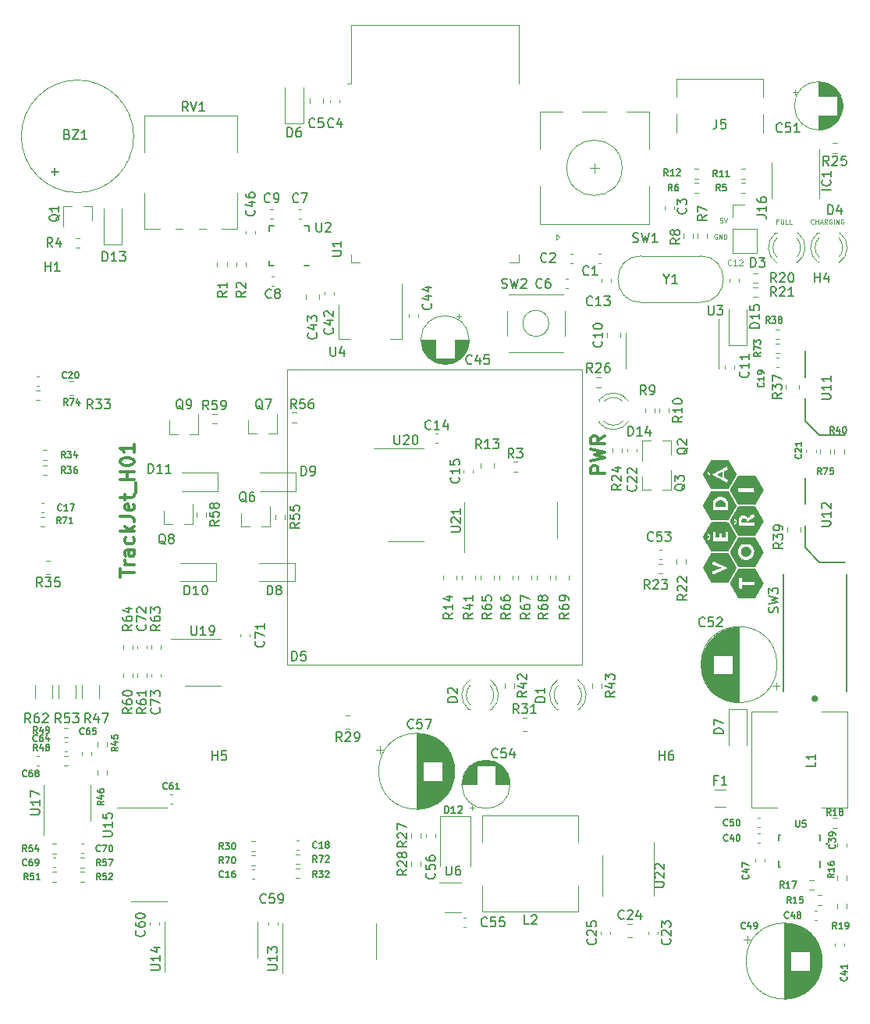
<source format=gbr>
%TF.GenerationSoftware,KiCad,Pcbnew,(5.1.10)-1*%
%TF.CreationDate,2021-06-14T22:23:36+02:00*%
%TF.ProjectId,TrackJet_H01,54726163-6b4a-4657-945f-4830312e6b69,rev?*%
%TF.SameCoordinates,Original*%
%TF.FileFunction,Legend,Top*%
%TF.FilePolarity,Positive*%
%FSLAX46Y46*%
G04 Gerber Fmt 4.6, Leading zero omitted, Abs format (unit mm)*
G04 Created by KiCad (PCBNEW (5.1.10)-1) date 2021-06-14 22:23:36*
%MOMM*%
%LPD*%
G01*
G04 APERTURE LIST*
%ADD10C,0.300000*%
%ADD11C,0.101600*%
%ADD12C,0.120000*%
%ADD13C,0.010000*%
%ADD14C,0.127000*%
%ADD15C,0.200000*%
%ADD16C,0.150000*%
G04 APERTURE END LIST*
D10*
X63416571Y-42767000D02*
X61916571Y-42767000D01*
X61916571Y-42195571D01*
X61988000Y-42052714D01*
X62059428Y-41981285D01*
X62202285Y-41909857D01*
X62416571Y-41909857D01*
X62559428Y-41981285D01*
X62630857Y-42052714D01*
X62702285Y-42195571D01*
X62702285Y-42767000D01*
X61916571Y-41409857D02*
X63416571Y-41052714D01*
X62345142Y-40767000D01*
X63416571Y-40481285D01*
X61916571Y-40124142D01*
X63416571Y-38695571D02*
X62702285Y-39195571D01*
X63416571Y-39552714D02*
X61916571Y-39552714D01*
X61916571Y-38981285D01*
X61988000Y-38838428D01*
X62059428Y-38767000D01*
X62202285Y-38695571D01*
X62416571Y-38695571D01*
X62559428Y-38767000D01*
X62630857Y-38838428D01*
X62702285Y-38981285D01*
X62702285Y-39552714D01*
X10862571Y-53986000D02*
X10862571Y-53128857D01*
X12362571Y-53557428D02*
X10862571Y-53557428D01*
X12362571Y-52628857D02*
X11362571Y-52628857D01*
X11648285Y-52628857D02*
X11505428Y-52557428D01*
X11434000Y-52486000D01*
X11362571Y-52343142D01*
X11362571Y-52200285D01*
X12362571Y-51057428D02*
X11576857Y-51057428D01*
X11434000Y-51128857D01*
X11362571Y-51271714D01*
X11362571Y-51557428D01*
X11434000Y-51700285D01*
X12291142Y-51057428D02*
X12362571Y-51200285D01*
X12362571Y-51557428D01*
X12291142Y-51700285D01*
X12148285Y-51771714D01*
X12005428Y-51771714D01*
X11862571Y-51700285D01*
X11791142Y-51557428D01*
X11791142Y-51200285D01*
X11719714Y-51057428D01*
X12291142Y-49700285D02*
X12362571Y-49843142D01*
X12362571Y-50128857D01*
X12291142Y-50271714D01*
X12219714Y-50343142D01*
X12076857Y-50414571D01*
X11648285Y-50414571D01*
X11505428Y-50343142D01*
X11434000Y-50271714D01*
X11362571Y-50128857D01*
X11362571Y-49843142D01*
X11434000Y-49700285D01*
X12362571Y-49057428D02*
X10862571Y-49057428D01*
X11791142Y-48914571D02*
X12362571Y-48486000D01*
X11362571Y-48486000D02*
X11934000Y-49057428D01*
X10862571Y-47414571D02*
X11934000Y-47414571D01*
X12148285Y-47486000D01*
X12291142Y-47628857D01*
X12362571Y-47843142D01*
X12362571Y-47986000D01*
X12291142Y-46128857D02*
X12362571Y-46271714D01*
X12362571Y-46557428D01*
X12291142Y-46700285D01*
X12148285Y-46771714D01*
X11576857Y-46771714D01*
X11434000Y-46700285D01*
X11362571Y-46557428D01*
X11362571Y-46271714D01*
X11434000Y-46128857D01*
X11576857Y-46057428D01*
X11719714Y-46057428D01*
X11862571Y-46771714D01*
X11362571Y-45628857D02*
X11362571Y-45057428D01*
X10862571Y-45414571D02*
X12148285Y-45414571D01*
X12291142Y-45343142D01*
X12362571Y-45200285D01*
X12362571Y-45057428D01*
X12505428Y-44914571D02*
X12505428Y-43771714D01*
X12362571Y-43414571D02*
X10862571Y-43414571D01*
X11576857Y-43414571D02*
X11576857Y-42557428D01*
X12362571Y-42557428D02*
X10862571Y-42557428D01*
X10862571Y-41557428D02*
X10862571Y-41414571D01*
X10934000Y-41271714D01*
X11005428Y-41200285D01*
X11148285Y-41128857D01*
X11434000Y-41057428D01*
X11791142Y-41057428D01*
X12076857Y-41128857D01*
X12219714Y-41200285D01*
X12291142Y-41271714D01*
X12362571Y-41414571D01*
X12362571Y-41557428D01*
X12291142Y-41700285D01*
X12219714Y-41771714D01*
X12076857Y-41843142D01*
X11791142Y-41914571D01*
X11434000Y-41914571D01*
X11148285Y-41843142D01*
X11005428Y-41771714D01*
X10934000Y-41700285D01*
X10862571Y-41557428D01*
X12362571Y-39628857D02*
X12362571Y-40486000D01*
X12362571Y-40057428D02*
X10862571Y-40057428D01*
X11076857Y-40200285D01*
X11219714Y-40343142D01*
X11291142Y-40486000D01*
D11*
X76212579Y-15114209D02*
X75970674Y-15114209D01*
X75946483Y-15356114D01*
X75970674Y-15331923D01*
X76019055Y-15307733D01*
X76140007Y-15307733D01*
X76188388Y-15331923D01*
X76212579Y-15356114D01*
X76236769Y-15404495D01*
X76236769Y-15525447D01*
X76212579Y-15573828D01*
X76188388Y-15598019D01*
X76140007Y-15622209D01*
X76019055Y-15622209D01*
X75970674Y-15598019D01*
X75946483Y-15573828D01*
X76381912Y-15114209D02*
X76551245Y-15622209D01*
X76720579Y-15114209D01*
X75607817Y-16865600D02*
X75559436Y-16841409D01*
X75486864Y-16841409D01*
X75414293Y-16865600D01*
X75365912Y-16913980D01*
X75341721Y-16962361D01*
X75317531Y-17059123D01*
X75317531Y-17131695D01*
X75341721Y-17228457D01*
X75365912Y-17276838D01*
X75414293Y-17325219D01*
X75486864Y-17349409D01*
X75535245Y-17349409D01*
X75607817Y-17325219D01*
X75632007Y-17301028D01*
X75632007Y-17131695D01*
X75535245Y-17131695D01*
X75849721Y-17349409D02*
X75849721Y-16841409D01*
X76140007Y-17349409D01*
X76140007Y-16841409D01*
X76381912Y-17349409D02*
X76381912Y-16841409D01*
X76502864Y-16841409D01*
X76575436Y-16865600D01*
X76623817Y-16913980D01*
X76648007Y-16962361D01*
X76672198Y-17059123D01*
X76672198Y-17131695D01*
X76648007Y-17228457D01*
X76623817Y-17276838D01*
X76575436Y-17325219D01*
X76502864Y-17349409D01*
X76381912Y-17349409D01*
X82265761Y-15457714D02*
X82096428Y-15457714D01*
X82096428Y-15723809D02*
X82096428Y-15215809D01*
X82338333Y-15215809D01*
X82531857Y-15215809D02*
X82531857Y-15627047D01*
X82556047Y-15675428D01*
X82580238Y-15699619D01*
X82628619Y-15723809D01*
X82725380Y-15723809D01*
X82773761Y-15699619D01*
X82797952Y-15675428D01*
X82822142Y-15627047D01*
X82822142Y-15215809D01*
X83305952Y-15723809D02*
X83064047Y-15723809D01*
X83064047Y-15215809D01*
X83717190Y-15723809D02*
X83475285Y-15723809D01*
X83475285Y-15215809D01*
X86112047Y-15675428D02*
X86087857Y-15699619D01*
X86015285Y-15723809D01*
X85966904Y-15723809D01*
X85894333Y-15699619D01*
X85845952Y-15651238D01*
X85821761Y-15602857D01*
X85797571Y-15506095D01*
X85797571Y-15433523D01*
X85821761Y-15336761D01*
X85845952Y-15288380D01*
X85894333Y-15240000D01*
X85966904Y-15215809D01*
X86015285Y-15215809D01*
X86087857Y-15240000D01*
X86112047Y-15264190D01*
X86329761Y-15723809D02*
X86329761Y-15215809D01*
X86329761Y-15457714D02*
X86620047Y-15457714D01*
X86620047Y-15723809D02*
X86620047Y-15215809D01*
X86837761Y-15578666D02*
X87079666Y-15578666D01*
X86789380Y-15723809D02*
X86958714Y-15215809D01*
X87128047Y-15723809D01*
X87587666Y-15723809D02*
X87418333Y-15481904D01*
X87297380Y-15723809D02*
X87297380Y-15215809D01*
X87490904Y-15215809D01*
X87539285Y-15240000D01*
X87563476Y-15264190D01*
X87587666Y-15312571D01*
X87587666Y-15385142D01*
X87563476Y-15433523D01*
X87539285Y-15457714D01*
X87490904Y-15481904D01*
X87297380Y-15481904D01*
X88071476Y-15240000D02*
X88023095Y-15215809D01*
X87950523Y-15215809D01*
X87877952Y-15240000D01*
X87829571Y-15288380D01*
X87805380Y-15336761D01*
X87781190Y-15433523D01*
X87781190Y-15506095D01*
X87805380Y-15602857D01*
X87829571Y-15651238D01*
X87877952Y-15699619D01*
X87950523Y-15723809D01*
X87998904Y-15723809D01*
X88071476Y-15699619D01*
X88095666Y-15675428D01*
X88095666Y-15506095D01*
X87998904Y-15506095D01*
X88313380Y-15723809D02*
X88313380Y-15215809D01*
X88555285Y-15723809D02*
X88555285Y-15215809D01*
X88845571Y-15723809D01*
X88845571Y-15215809D01*
X89353571Y-15240000D02*
X89305190Y-15215809D01*
X89232619Y-15215809D01*
X89160047Y-15240000D01*
X89111666Y-15288380D01*
X89087476Y-15336761D01*
X89063285Y-15433523D01*
X89063285Y-15506095D01*
X89087476Y-15602857D01*
X89111666Y-15651238D01*
X89160047Y-15699619D01*
X89232619Y-15723809D01*
X89281000Y-15723809D01*
X89353571Y-15699619D01*
X89377761Y-15675428D01*
X89377761Y-15506095D01*
X89281000Y-15506095D01*
D12*
%TO.C,U22*%
X63208000Y-86360000D02*
X63208000Y-88560000D01*
X63208000Y-86360000D02*
X63208000Y-84160000D01*
X68728000Y-86360000D02*
X68728000Y-88560000D01*
X68728000Y-86360000D02*
X68728000Y-82710000D01*
%TO.C,C25*%
X62990000Y-92723580D02*
X62990000Y-92442420D01*
X64010000Y-92723580D02*
X64010000Y-92442420D01*
%TO.C,C24*%
X65905748Y-91594000D02*
X66428252Y-91594000D01*
X65905748Y-93064000D02*
X66428252Y-93064000D01*
%TO.C,C23*%
X69217000Y-92442420D02*
X69217000Y-92723580D01*
X68197000Y-92442420D02*
X68197000Y-92723580D01*
%TO.C,D15*%
X76851000Y-28920000D02*
X76851000Y-25020000D01*
X78851000Y-28920000D02*
X78851000Y-25020000D01*
X76851000Y-28920000D02*
X78851000Y-28920000D01*
%TO.C,D14*%
X62805000Y-37122000D02*
X62805000Y-37278000D01*
X62805000Y-34806000D02*
X62805000Y-34962000D01*
X65406130Y-37121837D02*
G75*
G02*
X63324039Y-37122000I-1041130J1079837D01*
G01*
X65406130Y-34962163D02*
G75*
G03*
X63324039Y-34962000I-1041130J-1079837D01*
G01*
X66037335Y-37120608D02*
G75*
G02*
X62805000Y-37277516I-1672335J1078608D01*
G01*
X66037335Y-34963392D02*
G75*
G03*
X62805000Y-34806484I-1672335J-1078608D01*
G01*
%TO.C,D13*%
X9033000Y-17998000D02*
X9033000Y-14098000D01*
X11033000Y-17998000D02*
X11033000Y-14098000D01*
X9033000Y-17998000D02*
X11033000Y-17998000D01*
%TO.C,C22*%
X66931000Y-40399580D02*
X66931000Y-40118420D01*
X65911000Y-40399580D02*
X65911000Y-40118420D01*
D13*
%TO.C,G2*%
G36*
X77023998Y-54648995D02*
G01*
X77029831Y-54636516D01*
X77038786Y-54619088D01*
X77050236Y-54597914D01*
X77063554Y-54574199D01*
X77069671Y-54563570D01*
X77084713Y-54537584D01*
X77099338Y-54512253D01*
X77112636Y-54489157D01*
X77123699Y-54469875D01*
X77131617Y-54455988D01*
X77133106Y-54453353D01*
X77140122Y-54441040D01*
X77150522Y-54422971D01*
X77163363Y-54400777D01*
X77177700Y-54376088D01*
X77192589Y-54350537D01*
X77195021Y-54346371D01*
X77209574Y-54321384D01*
X77223401Y-54297504D01*
X77235649Y-54276219D01*
X77245459Y-54259019D01*
X77251977Y-54247393D01*
X77252866Y-54245764D01*
X77259142Y-54234492D01*
X77268691Y-54217745D01*
X77280423Y-54197415D01*
X77293250Y-54175396D01*
X77299455Y-54164818D01*
X77311272Y-54144538D01*
X77321384Y-54126839D01*
X77329057Y-54113032D01*
X77333559Y-54104426D01*
X77334437Y-54102248D01*
X77336839Y-54097042D01*
X77342632Y-54088756D01*
X77342788Y-54088558D01*
X77349431Y-54078856D01*
X77357730Y-54065072D01*
X77363411Y-54054802D01*
X77371131Y-54040634D01*
X77381481Y-54022163D01*
X77392731Y-54002458D01*
X77397872Y-53993587D01*
X77407085Y-53977672D01*
X77414429Y-53964787D01*
X77418998Y-53956534D01*
X77420060Y-53954360D01*
X77422223Y-53950482D01*
X77427867Y-53941495D01*
X77435044Y-53930455D01*
X77442833Y-53918093D01*
X77448251Y-53908469D01*
X77450028Y-53904050D01*
X77452135Y-53899255D01*
X77457923Y-53888579D01*
X77466591Y-53873438D01*
X77477340Y-53855250D01*
X77481524Y-53848298D01*
X77505207Y-53808673D01*
X77527317Y-53770813D01*
X77546731Y-53736658D01*
X77559298Y-53713805D01*
X77566141Y-53701408D01*
X77576001Y-53683941D01*
X77588071Y-53662794D01*
X77601547Y-53639355D01*
X77615622Y-53615015D01*
X77629492Y-53591162D01*
X77642349Y-53569186D01*
X77653390Y-53550477D01*
X77661807Y-53536423D01*
X77666796Y-53528415D01*
X77666807Y-53528397D01*
X77673052Y-53518434D01*
X77676612Y-53511637D01*
X77676929Y-53510496D01*
X77679007Y-53506061D01*
X77684731Y-53495643D01*
X77693333Y-53480596D01*
X77704044Y-53462274D01*
X77709580Y-53452930D01*
X77723313Y-53429663D01*
X77737514Y-53405284D01*
X77750633Y-53382474D01*
X77761119Y-53363916D01*
X77762370Y-53361663D01*
X77768635Y-53350410D01*
X77775665Y-53337931D01*
X77783912Y-53323443D01*
X77793828Y-53306164D01*
X77805864Y-53285310D01*
X77820472Y-53260100D01*
X77838103Y-53229750D01*
X77859210Y-53193478D01*
X77880941Y-53156168D01*
X77890364Y-53139739D01*
X77898280Y-53125465D01*
X77903576Y-53115377D01*
X77904992Y-53112286D01*
X77905626Y-53111423D01*
X77907071Y-53110628D01*
X77909670Y-53109899D01*
X77913763Y-53109233D01*
X77919692Y-53108628D01*
X77927799Y-53108080D01*
X77938424Y-53107586D01*
X77951911Y-53107145D01*
X77968600Y-53106752D01*
X77988832Y-53106406D01*
X78012950Y-53106102D01*
X78041294Y-53105839D01*
X78074207Y-53105614D01*
X78112029Y-53105423D01*
X78155103Y-53105264D01*
X78203770Y-53105134D01*
X78258371Y-53105030D01*
X78319248Y-53104950D01*
X78386743Y-53104890D01*
X78461196Y-53104847D01*
X78542950Y-53104819D01*
X78632347Y-53104803D01*
X78729726Y-53104796D01*
X78802234Y-53104794D01*
X78905357Y-53104797D01*
X79000259Y-53104807D01*
X79087282Y-53104826D01*
X79166766Y-53104858D01*
X79239054Y-53104906D01*
X79304486Y-53104972D01*
X79363405Y-53105059D01*
X79416151Y-53105171D01*
X79463065Y-53105309D01*
X79504490Y-53105477D01*
X79540767Y-53105678D01*
X79572236Y-53105915D01*
X79599240Y-53106190D01*
X79622120Y-53106506D01*
X79641217Y-53106866D01*
X79656872Y-53107273D01*
X79669427Y-53107730D01*
X79679224Y-53108239D01*
X79686603Y-53108804D01*
X79691907Y-53109427D01*
X79695476Y-53110112D01*
X79697652Y-53110860D01*
X79698776Y-53111675D01*
X79699120Y-53112286D01*
X79700830Y-53116490D01*
X79704109Y-53123137D01*
X79709443Y-53133114D01*
X79717321Y-53147304D01*
X79728233Y-53166592D01*
X79742667Y-53191864D01*
X79753281Y-53210373D01*
X79762022Y-53225750D01*
X79769089Y-53238467D01*
X79773412Y-53246583D01*
X79774175Y-53248213D01*
X79778108Y-53254988D01*
X79781044Y-53258916D01*
X79785787Y-53266046D01*
X79792704Y-53277937D01*
X79798637Y-53288883D01*
X79807656Y-53305059D01*
X79817432Y-53321081D01*
X79822806Y-53329126D01*
X79829761Y-53339549D01*
X79834008Y-53347059D01*
X79834623Y-53348907D01*
X79836665Y-53353561D01*
X79842255Y-53364113D01*
X79850584Y-53379088D01*
X79860845Y-53397012D01*
X79862992Y-53400709D01*
X79884891Y-53438332D01*
X79902906Y-53469323D01*
X79917474Y-53494440D01*
X79929035Y-53514441D01*
X79938027Y-53530084D01*
X79944888Y-53542128D01*
X79949333Y-53550033D01*
X79955577Y-53561035D01*
X79964964Y-53577343D01*
X79976294Y-53596881D01*
X79988368Y-53617577D01*
X79990180Y-53620672D01*
X80002449Y-53641772D01*
X80014304Y-53662444D01*
X80024480Y-53680462D01*
X80031713Y-53693604D01*
X80032324Y-53694750D01*
X80038361Y-53705693D01*
X80047849Y-53722362D01*
X80059848Y-53743133D01*
X80073419Y-53766379D01*
X80087196Y-53789752D01*
X80100372Y-53812150D01*
X80111906Y-53832046D01*
X80121131Y-53848266D01*
X80127379Y-53859638D01*
X80129985Y-53864986D01*
X80130021Y-53865177D01*
X80132541Y-53870600D01*
X80135957Y-53875062D01*
X80141117Y-53882376D01*
X80148401Y-53894393D01*
X80154520Y-53905368D01*
X80162410Y-53919750D01*
X80172885Y-53938406D01*
X80184194Y-53958228D01*
X80189256Y-53966988D01*
X80198439Y-53982909D01*
X80205759Y-53995798D01*
X80210309Y-54004048D01*
X80211363Y-54006215D01*
X80213526Y-54010093D01*
X80219170Y-54019080D01*
X80226347Y-54030120D01*
X80234154Y-54042628D01*
X80239575Y-54052563D01*
X80241331Y-54057308D01*
X80243574Y-54062965D01*
X80249409Y-54073236D01*
X80256315Y-54083993D01*
X80264110Y-54095815D01*
X80269529Y-54104504D01*
X80271299Y-54107920D01*
X80273357Y-54111964D01*
X80279084Y-54122214D01*
X80287809Y-54137496D01*
X80298860Y-54156632D01*
X80311568Y-54178450D01*
X80311970Y-54179137D01*
X80324724Y-54201054D01*
X80335840Y-54220364D01*
X80344646Y-54235884D01*
X80350469Y-54246429D01*
X80352639Y-54250812D01*
X80352641Y-54250834D01*
X80354688Y-54255326D01*
X80360044Y-54264984D01*
X80367230Y-54277181D01*
X80376479Y-54292683D01*
X80388479Y-54313039D01*
X80402287Y-54336620D01*
X80416954Y-54361798D01*
X80431536Y-54386942D01*
X80445086Y-54410423D01*
X80456659Y-54430613D01*
X80465308Y-54445880D01*
X80468270Y-54451213D01*
X80475226Y-54463679D01*
X80485207Y-54481270D01*
X80497360Y-54502516D01*
X80510834Y-54525941D01*
X80524776Y-54550075D01*
X80538336Y-54573443D01*
X80550659Y-54594573D01*
X80560896Y-54611992D01*
X80568195Y-54624227D01*
X80570580Y-54628107D01*
X80575925Y-54638115D01*
X80578467Y-54647961D01*
X80577855Y-54658928D01*
X80573742Y-54672296D01*
X80565777Y-54689347D01*
X80553612Y-54711361D01*
X80542961Y-54729487D01*
X80530461Y-54750566D01*
X80519163Y-54769787D01*
X80509956Y-54785625D01*
X80503728Y-54796557D01*
X80501790Y-54800126D01*
X80496459Y-54809778D01*
X80488630Y-54823103D01*
X80483070Y-54832234D01*
X80474437Y-54846569D01*
X80466668Y-54860112D01*
X80463233Y-54866483D01*
X80458707Y-54874810D01*
X80450848Y-54888776D01*
X80440648Y-54906631D01*
X80429105Y-54926626D01*
X80425493Y-54932841D01*
X80413018Y-54954387D01*
X80400892Y-54975532D01*
X80390359Y-54994096D01*
X80382663Y-55007895D01*
X80381568Y-55009902D01*
X80373802Y-55023562D01*
X80366760Y-55034845D01*
X80362857Y-55040207D01*
X80358036Y-55046641D01*
X80356922Y-55049225D01*
X80354897Y-55053639D01*
X80349430Y-55063767D01*
X80341434Y-55077948D01*
X80334728Y-55089559D01*
X80292138Y-55163761D01*
X80272060Y-55199619D01*
X80263643Y-55214549D01*
X80253120Y-55232864D01*
X80241581Y-55252710D01*
X80230113Y-55272234D01*
X80219805Y-55289580D01*
X80211744Y-55302894D01*
X80207523Y-55309581D01*
X80201944Y-55318783D01*
X80194165Y-55332621D01*
X80185870Y-55348102D01*
X80185865Y-55348112D01*
X80177528Y-55363599D01*
X80169645Y-55377444D01*
X80163927Y-55386642D01*
X80159790Y-55393274D01*
X80152119Y-55406195D01*
X80141592Y-55424240D01*
X80128886Y-55446241D01*
X80114679Y-55471034D01*
X80104224Y-55489389D01*
X80087692Y-55518418D01*
X80070646Y-55548229D01*
X80054157Y-55576958D01*
X80039295Y-55602745D01*
X80027128Y-55623725D01*
X80023073Y-55630667D01*
X80010737Y-55651848D01*
X79998519Y-55673056D01*
X79987834Y-55691818D01*
X79980141Y-55705587D01*
X79971643Y-55720466D01*
X79963510Y-55733675D01*
X79958138Y-55741483D01*
X79952438Y-55750310D01*
X79950214Y-55756525D01*
X79947965Y-55762401D01*
X79942115Y-55772837D01*
X79935230Y-55783606D01*
X79927434Y-55795431D01*
X79922015Y-55804127D01*
X79920246Y-55807551D01*
X79918230Y-55811724D01*
X79912789Y-55821651D01*
X79904830Y-55835697D01*
X79898123Y-55847320D01*
X79883641Y-55872253D01*
X79872829Y-55890898D01*
X79865049Y-55904365D01*
X79859664Y-55913768D01*
X79856037Y-55920218D01*
X79853531Y-55924827D01*
X79851766Y-55928206D01*
X79846671Y-55937514D01*
X79839762Y-55949475D01*
X79838409Y-55951752D01*
X79835547Y-55956579D01*
X79831640Y-55963238D01*
X79826307Y-55972387D01*
X79819169Y-55984683D01*
X79809844Y-56000783D01*
X79797953Y-56021342D01*
X79783116Y-56047019D01*
X79764952Y-56078469D01*
X79743082Y-56116350D01*
X79730595Y-56137982D01*
X79721160Y-56154292D01*
X79712277Y-56169592D01*
X79705696Y-56180869D01*
X79705112Y-56181863D01*
X79696928Y-56195777D01*
X78314818Y-56195777D01*
X78314818Y-55336267D01*
X78314818Y-54881467D01*
X79697626Y-54881467D01*
X79697626Y-54869229D01*
X79697230Y-54862581D01*
X79696094Y-54848305D01*
X79694300Y-54827294D01*
X79691925Y-54800445D01*
X79689052Y-54768652D01*
X79685760Y-54732809D01*
X79682128Y-54693810D01*
X79678384Y-54654102D01*
X79674520Y-54613293D01*
X79670913Y-54575094D01*
X79667644Y-54540350D01*
X79664791Y-54509904D01*
X79662433Y-54484603D01*
X79660649Y-54465289D01*
X79659518Y-54452808D01*
X79659119Y-54448004D01*
X79659119Y-54448002D01*
X79654911Y-54447643D01*
X79642599Y-54447295D01*
X79622640Y-54446961D01*
X79595490Y-54446642D01*
X79561608Y-54446342D01*
X79521451Y-54446061D01*
X79475476Y-54445802D01*
X79424142Y-54445568D01*
X79367904Y-54445360D01*
X79307222Y-54445182D01*
X79242551Y-54445034D01*
X79174351Y-54444919D01*
X79103078Y-54444839D01*
X79029189Y-54444797D01*
X78986957Y-54444791D01*
X78314818Y-54444791D01*
X78314818Y-54020958D01*
X77912391Y-54020958D01*
X77912442Y-54623529D01*
X77912493Y-55226099D01*
X78104023Y-55278670D01*
X78143318Y-55289453D01*
X78180310Y-55299599D01*
X78214133Y-55308870D01*
X78243921Y-55317030D01*
X78268806Y-55323840D01*
X78287922Y-55329064D01*
X78300401Y-55332464D01*
X78305186Y-55333754D01*
X78314818Y-55336267D01*
X78314818Y-56195777D01*
X77905829Y-56195777D01*
X77891056Y-56171161D01*
X77881519Y-56154915D01*
X77870231Y-56135174D01*
X77859500Y-56115978D01*
X77858652Y-56114435D01*
X77848111Y-56095553D01*
X77835407Y-56073252D01*
X77822781Y-56051454D01*
X77818911Y-56044867D01*
X77799736Y-56012365D01*
X77784364Y-55986261D01*
X77772231Y-55965585D01*
X77762776Y-55949368D01*
X77755436Y-55936641D01*
X77749650Y-55926435D01*
X77744856Y-55917780D01*
X77740490Y-55909708D01*
X77740080Y-55908941D01*
X77731433Y-55893301D01*
X77722621Y-55878203D01*
X77717788Y-55870411D01*
X77712840Y-55862329D01*
X77704572Y-55848347D01*
X77693878Y-55830021D01*
X77681653Y-55808903D01*
X77668791Y-55786548D01*
X77656187Y-55764509D01*
X77644735Y-55744340D01*
X77635330Y-55727596D01*
X77629783Y-55717531D01*
X77624858Y-55708710D01*
X77616166Y-55693431D01*
X77604251Y-55672634D01*
X77589656Y-55647261D01*
X77572923Y-55618251D01*
X77554595Y-55586546D01*
X77535217Y-55553085D01*
X77515329Y-55518810D01*
X77495477Y-55484661D01*
X77481491Y-55460648D01*
X77466173Y-55434320D01*
X77451749Y-55409433D01*
X77438961Y-55387273D01*
X77428549Y-55369124D01*
X77421253Y-55356272D01*
X77418592Y-55351479D01*
X77412043Y-55339714D01*
X77402661Y-55323243D01*
X77391970Y-55304729D01*
X77386057Y-55294597D01*
X77374556Y-55274863D01*
X77360705Y-55250938D01*
X77346384Y-55226074D01*
X77335360Y-55206834D01*
X77323898Y-55186842D01*
X77309433Y-55161729D01*
X77293278Y-55133767D01*
X77276745Y-55105229D01*
X77263044Y-55081645D01*
X77249744Y-55058684D01*
X77238047Y-55038291D01*
X77228594Y-55021599D01*
X77222025Y-55009742D01*
X77218982Y-55003855D01*
X77218847Y-55003448D01*
X77216709Y-54998946D01*
X77211145Y-54989465D01*
X77204464Y-54978797D01*
X77196363Y-54965708D01*
X77185640Y-54947740D01*
X77173835Y-54927498D01*
X77164864Y-54911803D01*
X77151829Y-54888776D01*
X77142044Y-54871565D01*
X77134552Y-54858528D01*
X77128399Y-54848023D01*
X77122627Y-54838407D01*
X77116281Y-54828039D01*
X77112888Y-54822537D01*
X77105583Y-54810287D01*
X77100544Y-54801043D01*
X77098975Y-54797225D01*
X77096892Y-54792318D01*
X77091541Y-54782674D01*
X77086807Y-54774814D01*
X77069624Y-54746572D01*
X77054246Y-54720318D01*
X77041232Y-54697077D01*
X77031136Y-54677875D01*
X77024517Y-54663735D01*
X77021930Y-54655684D01*
X77021914Y-54655320D01*
X77023998Y-54648995D01*
G37*
X77023998Y-54648995D02*
X77029831Y-54636516D01*
X77038786Y-54619088D01*
X77050236Y-54597914D01*
X77063554Y-54574199D01*
X77069671Y-54563570D01*
X77084713Y-54537584D01*
X77099338Y-54512253D01*
X77112636Y-54489157D01*
X77123699Y-54469875D01*
X77131617Y-54455988D01*
X77133106Y-54453353D01*
X77140122Y-54441040D01*
X77150522Y-54422971D01*
X77163363Y-54400777D01*
X77177700Y-54376088D01*
X77192589Y-54350537D01*
X77195021Y-54346371D01*
X77209574Y-54321384D01*
X77223401Y-54297504D01*
X77235649Y-54276219D01*
X77245459Y-54259019D01*
X77251977Y-54247393D01*
X77252866Y-54245764D01*
X77259142Y-54234492D01*
X77268691Y-54217745D01*
X77280423Y-54197415D01*
X77293250Y-54175396D01*
X77299455Y-54164818D01*
X77311272Y-54144538D01*
X77321384Y-54126839D01*
X77329057Y-54113032D01*
X77333559Y-54104426D01*
X77334437Y-54102248D01*
X77336839Y-54097042D01*
X77342632Y-54088756D01*
X77342788Y-54088558D01*
X77349431Y-54078856D01*
X77357730Y-54065072D01*
X77363411Y-54054802D01*
X77371131Y-54040634D01*
X77381481Y-54022163D01*
X77392731Y-54002458D01*
X77397872Y-53993587D01*
X77407085Y-53977672D01*
X77414429Y-53964787D01*
X77418998Y-53956534D01*
X77420060Y-53954360D01*
X77422223Y-53950482D01*
X77427867Y-53941495D01*
X77435044Y-53930455D01*
X77442833Y-53918093D01*
X77448251Y-53908469D01*
X77450028Y-53904050D01*
X77452135Y-53899255D01*
X77457923Y-53888579D01*
X77466591Y-53873438D01*
X77477340Y-53855250D01*
X77481524Y-53848298D01*
X77505207Y-53808673D01*
X77527317Y-53770813D01*
X77546731Y-53736658D01*
X77559298Y-53713805D01*
X77566141Y-53701408D01*
X77576001Y-53683941D01*
X77588071Y-53662794D01*
X77601547Y-53639355D01*
X77615622Y-53615015D01*
X77629492Y-53591162D01*
X77642349Y-53569186D01*
X77653390Y-53550477D01*
X77661807Y-53536423D01*
X77666796Y-53528415D01*
X77666807Y-53528397D01*
X77673052Y-53518434D01*
X77676612Y-53511637D01*
X77676929Y-53510496D01*
X77679007Y-53506061D01*
X77684731Y-53495643D01*
X77693333Y-53480596D01*
X77704044Y-53462274D01*
X77709580Y-53452930D01*
X77723313Y-53429663D01*
X77737514Y-53405284D01*
X77750633Y-53382474D01*
X77761119Y-53363916D01*
X77762370Y-53361663D01*
X77768635Y-53350410D01*
X77775665Y-53337931D01*
X77783912Y-53323443D01*
X77793828Y-53306164D01*
X77805864Y-53285310D01*
X77820472Y-53260100D01*
X77838103Y-53229750D01*
X77859210Y-53193478D01*
X77880941Y-53156168D01*
X77890364Y-53139739D01*
X77898280Y-53125465D01*
X77903576Y-53115377D01*
X77904992Y-53112286D01*
X77905626Y-53111423D01*
X77907071Y-53110628D01*
X77909670Y-53109899D01*
X77913763Y-53109233D01*
X77919692Y-53108628D01*
X77927799Y-53108080D01*
X77938424Y-53107586D01*
X77951911Y-53107145D01*
X77968600Y-53106752D01*
X77988832Y-53106406D01*
X78012950Y-53106102D01*
X78041294Y-53105839D01*
X78074207Y-53105614D01*
X78112029Y-53105423D01*
X78155103Y-53105264D01*
X78203770Y-53105134D01*
X78258371Y-53105030D01*
X78319248Y-53104950D01*
X78386743Y-53104890D01*
X78461196Y-53104847D01*
X78542950Y-53104819D01*
X78632347Y-53104803D01*
X78729726Y-53104796D01*
X78802234Y-53104794D01*
X78905357Y-53104797D01*
X79000259Y-53104807D01*
X79087282Y-53104826D01*
X79166766Y-53104858D01*
X79239054Y-53104906D01*
X79304486Y-53104972D01*
X79363405Y-53105059D01*
X79416151Y-53105171D01*
X79463065Y-53105309D01*
X79504490Y-53105477D01*
X79540767Y-53105678D01*
X79572236Y-53105915D01*
X79599240Y-53106190D01*
X79622120Y-53106506D01*
X79641217Y-53106866D01*
X79656872Y-53107273D01*
X79669427Y-53107730D01*
X79679224Y-53108239D01*
X79686603Y-53108804D01*
X79691907Y-53109427D01*
X79695476Y-53110112D01*
X79697652Y-53110860D01*
X79698776Y-53111675D01*
X79699120Y-53112286D01*
X79700830Y-53116490D01*
X79704109Y-53123137D01*
X79709443Y-53133114D01*
X79717321Y-53147304D01*
X79728233Y-53166592D01*
X79742667Y-53191864D01*
X79753281Y-53210373D01*
X79762022Y-53225750D01*
X79769089Y-53238467D01*
X79773412Y-53246583D01*
X79774175Y-53248213D01*
X79778108Y-53254988D01*
X79781044Y-53258916D01*
X79785787Y-53266046D01*
X79792704Y-53277937D01*
X79798637Y-53288883D01*
X79807656Y-53305059D01*
X79817432Y-53321081D01*
X79822806Y-53329126D01*
X79829761Y-53339549D01*
X79834008Y-53347059D01*
X79834623Y-53348907D01*
X79836665Y-53353561D01*
X79842255Y-53364113D01*
X79850584Y-53379088D01*
X79860845Y-53397012D01*
X79862992Y-53400709D01*
X79884891Y-53438332D01*
X79902906Y-53469323D01*
X79917474Y-53494440D01*
X79929035Y-53514441D01*
X79938027Y-53530084D01*
X79944888Y-53542128D01*
X79949333Y-53550033D01*
X79955577Y-53561035D01*
X79964964Y-53577343D01*
X79976294Y-53596881D01*
X79988368Y-53617577D01*
X79990180Y-53620672D01*
X80002449Y-53641772D01*
X80014304Y-53662444D01*
X80024480Y-53680462D01*
X80031713Y-53693604D01*
X80032324Y-53694750D01*
X80038361Y-53705693D01*
X80047849Y-53722362D01*
X80059848Y-53743133D01*
X80073419Y-53766379D01*
X80087196Y-53789752D01*
X80100372Y-53812150D01*
X80111906Y-53832046D01*
X80121131Y-53848266D01*
X80127379Y-53859638D01*
X80129985Y-53864986D01*
X80130021Y-53865177D01*
X80132541Y-53870600D01*
X80135957Y-53875062D01*
X80141117Y-53882376D01*
X80148401Y-53894393D01*
X80154520Y-53905368D01*
X80162410Y-53919750D01*
X80172885Y-53938406D01*
X80184194Y-53958228D01*
X80189256Y-53966988D01*
X80198439Y-53982909D01*
X80205759Y-53995798D01*
X80210309Y-54004048D01*
X80211363Y-54006215D01*
X80213526Y-54010093D01*
X80219170Y-54019080D01*
X80226347Y-54030120D01*
X80234154Y-54042628D01*
X80239575Y-54052563D01*
X80241331Y-54057308D01*
X80243574Y-54062965D01*
X80249409Y-54073236D01*
X80256315Y-54083993D01*
X80264110Y-54095815D01*
X80269529Y-54104504D01*
X80271299Y-54107920D01*
X80273357Y-54111964D01*
X80279084Y-54122214D01*
X80287809Y-54137496D01*
X80298860Y-54156632D01*
X80311568Y-54178450D01*
X80311970Y-54179137D01*
X80324724Y-54201054D01*
X80335840Y-54220364D01*
X80344646Y-54235884D01*
X80350469Y-54246429D01*
X80352639Y-54250812D01*
X80352641Y-54250834D01*
X80354688Y-54255326D01*
X80360044Y-54264984D01*
X80367230Y-54277181D01*
X80376479Y-54292683D01*
X80388479Y-54313039D01*
X80402287Y-54336620D01*
X80416954Y-54361798D01*
X80431536Y-54386942D01*
X80445086Y-54410423D01*
X80456659Y-54430613D01*
X80465308Y-54445880D01*
X80468270Y-54451213D01*
X80475226Y-54463679D01*
X80485207Y-54481270D01*
X80497360Y-54502516D01*
X80510834Y-54525941D01*
X80524776Y-54550075D01*
X80538336Y-54573443D01*
X80550659Y-54594573D01*
X80560896Y-54611992D01*
X80568195Y-54624227D01*
X80570580Y-54628107D01*
X80575925Y-54638115D01*
X80578467Y-54647961D01*
X80577855Y-54658928D01*
X80573742Y-54672296D01*
X80565777Y-54689347D01*
X80553612Y-54711361D01*
X80542961Y-54729487D01*
X80530461Y-54750566D01*
X80519163Y-54769787D01*
X80509956Y-54785625D01*
X80503728Y-54796557D01*
X80501790Y-54800126D01*
X80496459Y-54809778D01*
X80488630Y-54823103D01*
X80483070Y-54832234D01*
X80474437Y-54846569D01*
X80466668Y-54860112D01*
X80463233Y-54866483D01*
X80458707Y-54874810D01*
X80450848Y-54888776D01*
X80440648Y-54906631D01*
X80429105Y-54926626D01*
X80425493Y-54932841D01*
X80413018Y-54954387D01*
X80400892Y-54975532D01*
X80390359Y-54994096D01*
X80382663Y-55007895D01*
X80381568Y-55009902D01*
X80373802Y-55023562D01*
X80366760Y-55034845D01*
X80362857Y-55040207D01*
X80358036Y-55046641D01*
X80356922Y-55049225D01*
X80354897Y-55053639D01*
X80349430Y-55063767D01*
X80341434Y-55077948D01*
X80334728Y-55089559D01*
X80292138Y-55163761D01*
X80272060Y-55199619D01*
X80263643Y-55214549D01*
X80253120Y-55232864D01*
X80241581Y-55252710D01*
X80230113Y-55272234D01*
X80219805Y-55289580D01*
X80211744Y-55302894D01*
X80207523Y-55309581D01*
X80201944Y-55318783D01*
X80194165Y-55332621D01*
X80185870Y-55348102D01*
X80185865Y-55348112D01*
X80177528Y-55363599D01*
X80169645Y-55377444D01*
X80163927Y-55386642D01*
X80159790Y-55393274D01*
X80152119Y-55406195D01*
X80141592Y-55424240D01*
X80128886Y-55446241D01*
X80114679Y-55471034D01*
X80104224Y-55489389D01*
X80087692Y-55518418D01*
X80070646Y-55548229D01*
X80054157Y-55576958D01*
X80039295Y-55602745D01*
X80027128Y-55623725D01*
X80023073Y-55630667D01*
X80010737Y-55651848D01*
X79998519Y-55673056D01*
X79987834Y-55691818D01*
X79980141Y-55705587D01*
X79971643Y-55720466D01*
X79963510Y-55733675D01*
X79958138Y-55741483D01*
X79952438Y-55750310D01*
X79950214Y-55756525D01*
X79947965Y-55762401D01*
X79942115Y-55772837D01*
X79935230Y-55783606D01*
X79927434Y-55795431D01*
X79922015Y-55804127D01*
X79920246Y-55807551D01*
X79918230Y-55811724D01*
X79912789Y-55821651D01*
X79904830Y-55835697D01*
X79898123Y-55847320D01*
X79883641Y-55872253D01*
X79872829Y-55890898D01*
X79865049Y-55904365D01*
X79859664Y-55913768D01*
X79856037Y-55920218D01*
X79853531Y-55924827D01*
X79851766Y-55928206D01*
X79846671Y-55937514D01*
X79839762Y-55949475D01*
X79838409Y-55951752D01*
X79835547Y-55956579D01*
X79831640Y-55963238D01*
X79826307Y-55972387D01*
X79819169Y-55984683D01*
X79809844Y-56000783D01*
X79797953Y-56021342D01*
X79783116Y-56047019D01*
X79764952Y-56078469D01*
X79743082Y-56116350D01*
X79730595Y-56137982D01*
X79721160Y-56154292D01*
X79712277Y-56169592D01*
X79705696Y-56180869D01*
X79705112Y-56181863D01*
X79696928Y-56195777D01*
X78314818Y-56195777D01*
X78314818Y-55336267D01*
X78314818Y-54881467D01*
X79697626Y-54881467D01*
X79697626Y-54869229D01*
X79697230Y-54862581D01*
X79696094Y-54848305D01*
X79694300Y-54827294D01*
X79691925Y-54800445D01*
X79689052Y-54768652D01*
X79685760Y-54732809D01*
X79682128Y-54693810D01*
X79678384Y-54654102D01*
X79674520Y-54613293D01*
X79670913Y-54575094D01*
X79667644Y-54540350D01*
X79664791Y-54509904D01*
X79662433Y-54484603D01*
X79660649Y-54465289D01*
X79659518Y-54452808D01*
X79659119Y-54448004D01*
X79659119Y-54448002D01*
X79654911Y-54447643D01*
X79642599Y-54447295D01*
X79622640Y-54446961D01*
X79595490Y-54446642D01*
X79561608Y-54446342D01*
X79521451Y-54446061D01*
X79475476Y-54445802D01*
X79424142Y-54445568D01*
X79367904Y-54445360D01*
X79307222Y-54445182D01*
X79242551Y-54445034D01*
X79174351Y-54444919D01*
X79103078Y-54444839D01*
X79029189Y-54444797D01*
X78986957Y-54444791D01*
X78314818Y-54444791D01*
X78314818Y-54020958D01*
X77912391Y-54020958D01*
X77912442Y-54623529D01*
X77912493Y-55226099D01*
X78104023Y-55278670D01*
X78143318Y-55289453D01*
X78180310Y-55299599D01*
X78214133Y-55308870D01*
X78243921Y-55317030D01*
X78268806Y-55323840D01*
X78287922Y-55329064D01*
X78300401Y-55332464D01*
X78305186Y-55333754D01*
X78314818Y-55336267D01*
X78314818Y-56195777D01*
X77905829Y-56195777D01*
X77891056Y-56171161D01*
X77881519Y-56154915D01*
X77870231Y-56135174D01*
X77859500Y-56115978D01*
X77858652Y-56114435D01*
X77848111Y-56095553D01*
X77835407Y-56073252D01*
X77822781Y-56051454D01*
X77818911Y-56044867D01*
X77799736Y-56012365D01*
X77784364Y-55986261D01*
X77772231Y-55965585D01*
X77762776Y-55949368D01*
X77755436Y-55936641D01*
X77749650Y-55926435D01*
X77744856Y-55917780D01*
X77740490Y-55909708D01*
X77740080Y-55908941D01*
X77731433Y-55893301D01*
X77722621Y-55878203D01*
X77717788Y-55870411D01*
X77712840Y-55862329D01*
X77704572Y-55848347D01*
X77693878Y-55830021D01*
X77681653Y-55808903D01*
X77668791Y-55786548D01*
X77656187Y-55764509D01*
X77644735Y-55744340D01*
X77635330Y-55727596D01*
X77629783Y-55717531D01*
X77624858Y-55708710D01*
X77616166Y-55693431D01*
X77604251Y-55672634D01*
X77589656Y-55647261D01*
X77572923Y-55618251D01*
X77554595Y-55586546D01*
X77535217Y-55553085D01*
X77515329Y-55518810D01*
X77495477Y-55484661D01*
X77481491Y-55460648D01*
X77466173Y-55434320D01*
X77451749Y-55409433D01*
X77438961Y-55387273D01*
X77428549Y-55369124D01*
X77421253Y-55356272D01*
X77418592Y-55351479D01*
X77412043Y-55339714D01*
X77402661Y-55323243D01*
X77391970Y-55304729D01*
X77386057Y-55294597D01*
X77374556Y-55274863D01*
X77360705Y-55250938D01*
X77346384Y-55226074D01*
X77335360Y-55206834D01*
X77323898Y-55186842D01*
X77309433Y-55161729D01*
X77293278Y-55133767D01*
X77276745Y-55105229D01*
X77263044Y-55081645D01*
X77249744Y-55058684D01*
X77238047Y-55038291D01*
X77228594Y-55021599D01*
X77222025Y-55009742D01*
X77218982Y-55003855D01*
X77218847Y-55003448D01*
X77216709Y-54998946D01*
X77211145Y-54989465D01*
X77204464Y-54978797D01*
X77196363Y-54965708D01*
X77185640Y-54947740D01*
X77173835Y-54927498D01*
X77164864Y-54911803D01*
X77151829Y-54888776D01*
X77142044Y-54871565D01*
X77134552Y-54858528D01*
X77128399Y-54848023D01*
X77122627Y-54838407D01*
X77116281Y-54828039D01*
X77112888Y-54822537D01*
X77105583Y-54810287D01*
X77100544Y-54801043D01*
X77098975Y-54797225D01*
X77096892Y-54792318D01*
X77091541Y-54782674D01*
X77086807Y-54774814D01*
X77069624Y-54746572D01*
X77054246Y-54720318D01*
X77041232Y-54697077D01*
X77031136Y-54677875D01*
X77024517Y-54663735D01*
X77021930Y-54655684D01*
X77021914Y-54655320D01*
X77023998Y-54648995D01*
G36*
X77023923Y-51272626D02*
G01*
X77029185Y-51259699D01*
X77036433Y-51245286D01*
X77045192Y-51229318D01*
X77053515Y-51214011D01*
X77058909Y-51203972D01*
X77064502Y-51193899D01*
X77068487Y-51187530D01*
X77069048Y-51186847D01*
X77072134Y-51182006D01*
X77077345Y-51172329D01*
X77079751Y-51167579D01*
X77086128Y-51156322D01*
X77091990Y-51148458D01*
X77093623Y-51147031D01*
X77098137Y-51140265D01*
X77098975Y-51135258D01*
X77100472Y-51128412D01*
X77102463Y-51126908D01*
X77106537Y-51123486D01*
X77112113Y-51115048D01*
X77113225Y-51112994D01*
X77120196Y-51100149D01*
X77128479Y-51085521D01*
X77130556Y-51081956D01*
X77138127Y-51068772D01*
X77147447Y-51052147D01*
X77154603Y-51039145D01*
X77162072Y-51025906D01*
X77168195Y-51015907D01*
X77171643Y-51011317D01*
X77175121Y-51006574D01*
X77180864Y-50996615D01*
X77185497Y-50987771D01*
X77197887Y-50963622D01*
X77207159Y-50946418D01*
X77213134Y-50936488D01*
X77214931Y-50934260D01*
X77218154Y-50929627D01*
X77224034Y-50919716D01*
X77230255Y-50908570D01*
X77239256Y-50892418D01*
X77248579Y-50876275D01*
X77253601Y-50867899D01*
X77262180Y-50853282D01*
X77271408Y-50836600D01*
X77274660Y-50830439D01*
X77281084Y-50819096D01*
X77286322Y-50811714D01*
X77288408Y-50810104D01*
X77291056Y-50806523D01*
X77291626Y-50801847D01*
X77294410Y-50791897D01*
X77297216Y-50787934D01*
X77302471Y-50780969D01*
X77309536Y-50769631D01*
X77313271Y-50763011D01*
X77319645Y-50751602D01*
X77324422Y-50743639D01*
X77325875Y-50741606D01*
X77329242Y-50736899D01*
X77335227Y-50726675D01*
X77344253Y-50710189D01*
X77354874Y-50690232D01*
X77362861Y-50675601D01*
X77369983Y-50663417D01*
X77374766Y-50656196D01*
X77374940Y-50655983D01*
X77379520Y-50649105D01*
X77386471Y-50637102D01*
X77394332Y-50622507D01*
X77394734Y-50621734D01*
X77402135Y-50607875D01*
X77408223Y-50597242D01*
X77411792Y-50591933D01*
X77411976Y-50591766D01*
X77415402Y-50587136D01*
X77421642Y-50577102D01*
X77429453Y-50563800D01*
X77437590Y-50549364D01*
X77444809Y-50535931D01*
X77446904Y-50531830D01*
X77452499Y-50521736D01*
X77460396Y-50508675D01*
X77463992Y-50503017D01*
X77470748Y-50491930D01*
X77474985Y-50483726D01*
X77475715Y-50481373D01*
X77478061Y-50476016D01*
X77483942Y-50466818D01*
X77486616Y-50463093D01*
X77494786Y-50450698D01*
X77503935Y-50434875D01*
X77509092Y-50425011D01*
X77516626Y-50411028D01*
X77523982Y-50399312D01*
X77528159Y-50393972D01*
X77533936Y-50386308D01*
X77535651Y-50381540D01*
X77537894Y-50375515D01*
X77543626Y-50365308D01*
X77548078Y-50358396D01*
X77555981Y-50345651D01*
X77561979Y-50334135D01*
X77563639Y-50329948D01*
X77567259Y-50321374D01*
X77569986Y-50317773D01*
X77573396Y-50313212D01*
X77579555Y-50303038D01*
X77587274Y-50289240D01*
X77589197Y-50285664D01*
X77597502Y-50270560D01*
X77604909Y-50257887D01*
X77610024Y-50250013D01*
X77610605Y-50249275D01*
X77615470Y-50241989D01*
X77622247Y-50230053D01*
X77627126Y-50220680D01*
X77633889Y-50208159D01*
X77639756Y-50198973D01*
X77642598Y-50195811D01*
X77646264Y-50189725D01*
X77646961Y-50184805D01*
X77648346Y-50177973D01*
X77650171Y-50176480D01*
X77653645Y-50172971D01*
X77659581Y-50163815D01*
X77666226Y-50151864D01*
X77674587Y-50136521D01*
X77682930Y-50122285D01*
X77687979Y-50114419D01*
X77694777Y-50103466D01*
X77703073Y-50088529D01*
X77709014Y-50076959D01*
X77715779Y-50064273D01*
X77721503Y-50055385D01*
X77724721Y-50052342D01*
X77727674Y-50048766D01*
X77728302Y-50044137D01*
X77729753Y-50036638D01*
X77731513Y-50034504D01*
X77735913Y-50029861D01*
X77742598Y-50020085D01*
X77750076Y-50007730D01*
X77756855Y-49995347D01*
X77761443Y-49985489D01*
X77762551Y-49981419D01*
X77764417Y-49975900D01*
X77765859Y-49975282D01*
X77769705Y-49971844D01*
X77775402Y-49963221D01*
X77777606Y-49959227D01*
X77783800Y-49947982D01*
X77792783Y-49932326D01*
X77802884Y-49915159D01*
X77805694Y-49910461D01*
X77815353Y-49893913D01*
X77823852Y-49878524D01*
X77829749Y-49866930D01*
X77830856Y-49864438D01*
X77835593Y-49855420D01*
X77839793Y-49851176D01*
X77840131Y-49851129D01*
X77843269Y-49847568D01*
X77843893Y-49843221D01*
X77846611Y-49834536D01*
X77853010Y-49825026D01*
X77861197Y-49813851D01*
X77868722Y-49800653D01*
X77869150Y-49799755D01*
X77876070Y-49786317D01*
X77884613Y-49771396D01*
X77886917Y-49767646D01*
X77894480Y-49755340D01*
X77900727Y-49744748D01*
X77902283Y-49741960D01*
X77902892Y-49740975D01*
X77903843Y-49740069D01*
X77905479Y-49739238D01*
X77908144Y-49738479D01*
X77912180Y-49737789D01*
X77917931Y-49737165D01*
X77925741Y-49736602D01*
X77935953Y-49736099D01*
X77948911Y-49735651D01*
X77964957Y-49735256D01*
X77984435Y-49734910D01*
X78007689Y-49734609D01*
X78035061Y-49734352D01*
X78066896Y-49734134D01*
X78103537Y-49733951D01*
X78145326Y-49733802D01*
X78192608Y-49733682D01*
X78245726Y-49733589D01*
X78305023Y-49733518D01*
X78370843Y-49733468D01*
X78443528Y-49733434D01*
X78523423Y-49733413D01*
X78610871Y-49733402D01*
X78706215Y-49733398D01*
X78803335Y-49733397D01*
X78921840Y-49733418D01*
X79032025Y-49733479D01*
X79133873Y-49733581D01*
X79227365Y-49733724D01*
X79312484Y-49733907D01*
X79389211Y-49734130D01*
X79457529Y-49734394D01*
X79517420Y-49734699D01*
X79568866Y-49735043D01*
X79611849Y-49735428D01*
X79646351Y-49735853D01*
X79672354Y-49736318D01*
X79689841Y-49736822D01*
X79698793Y-49737367D01*
X79700072Y-49737678D01*
X79702296Y-49745537D01*
X79706885Y-49755020D01*
X79711989Y-49762774D01*
X79715438Y-49765506D01*
X79718384Y-49769088D01*
X79719032Y-49773855D01*
X79722425Y-49782811D01*
X79726524Y-49786569D01*
X79731138Y-49790072D01*
X79730651Y-49791062D01*
X79730774Y-49794247D01*
X79734921Y-49802174D01*
X79738143Y-49807170D01*
X79744741Y-49817886D01*
X79748593Y-49826085D01*
X79749000Y-49827999D01*
X79751453Y-49834592D01*
X79757067Y-49843105D01*
X79763001Y-49851859D01*
X79771203Y-49865479D01*
X79780024Y-49881215D01*
X79781136Y-49883283D01*
X79789523Y-49898441D01*
X79797102Y-49911224D01*
X79802437Y-49919229D01*
X79803037Y-49919964D01*
X79807845Y-49926596D01*
X79808936Y-49929382D01*
X79811144Y-49934141D01*
X79816817Y-49943511D01*
X79821779Y-49951071D01*
X79829059Y-49963039D01*
X79833714Y-49972960D01*
X79834623Y-49976760D01*
X79837773Y-49984767D01*
X79840080Y-49986842D01*
X79844638Y-49992151D01*
X79851517Y-50002916D01*
X79859293Y-50016891D01*
X79859918Y-50018093D01*
X79869729Y-50036199D01*
X79880653Y-50055058D01*
X79888710Y-50068052D01*
X79896314Y-50080331D01*
X79901536Y-50089915D01*
X79903121Y-50094154D01*
X79905687Y-50099940D01*
X79911683Y-50107997D01*
X79917835Y-50116855D01*
X79920246Y-50123636D01*
X79922513Y-50128903D01*
X79924062Y-50129403D01*
X79927982Y-50132962D01*
X79933137Y-50141853D01*
X79934786Y-50145457D01*
X79942386Y-50161537D01*
X79949676Y-50174249D01*
X79954816Y-50180776D01*
X79957806Y-50185389D01*
X79963450Y-50195619D01*
X79970618Y-50209401D01*
X79971839Y-50211815D01*
X79979214Y-50225643D01*
X79985440Y-50235866D01*
X79989349Y-50240591D01*
X79989713Y-50240712D01*
X79992650Y-50244196D01*
X79993025Y-50247171D01*
X79995406Y-50254194D01*
X80001477Y-50264906D01*
X80005868Y-50271360D01*
X80013208Y-50282052D01*
X80017857Y-50289901D01*
X80018712Y-50292192D01*
X80020778Y-50297275D01*
X80026262Y-50307733D01*
X80034092Y-50321743D01*
X80043198Y-50337481D01*
X80052508Y-50353123D01*
X80060951Y-50366844D01*
X80067455Y-50376822D01*
X80070949Y-50381231D01*
X80071034Y-50381276D01*
X80074111Y-50386204D01*
X80074367Y-50388554D01*
X80076630Y-50395215D01*
X80082430Y-50405929D01*
X80087210Y-50413434D01*
X80094425Y-50424835D01*
X80099084Y-50433563D01*
X80100053Y-50436553D01*
X80102379Y-50442190D01*
X80108281Y-50451850D01*
X80112083Y-50457338D01*
X80120815Y-50470697D01*
X80130545Y-50487394D01*
X80136524Y-50498651D01*
X80143390Y-50511308D01*
X80149137Y-50520192D01*
X80152321Y-50523267D01*
X80155103Y-50526850D01*
X80155708Y-50531577D01*
X80157721Y-50539804D01*
X80160085Y-50542592D01*
X80164097Y-50547570D01*
X80170412Y-50558024D01*
X80177667Y-50571695D01*
X80177690Y-50571742D01*
X80185212Y-50586133D01*
X80192005Y-50598025D01*
X80196425Y-50604609D01*
X80201251Y-50611608D01*
X80208384Y-50623499D01*
X80215456Y-50636200D01*
X80223370Y-50650151D01*
X80230608Y-50661598D01*
X80235156Y-50667544D01*
X80240327Y-50675412D01*
X80241331Y-50679645D01*
X80243627Y-50686492D01*
X80249463Y-50697519D01*
X80257260Y-50710041D01*
X80265439Y-50721372D01*
X80266958Y-50723230D01*
X80270939Y-50731821D01*
X80271299Y-50734790D01*
X80274517Y-50742703D01*
X80276654Y-50744604D01*
X80281494Y-50750212D01*
X80287998Y-50760801D01*
X80291939Y-50768363D01*
X80298202Y-50779776D01*
X80303577Y-50787154D01*
X80305848Y-50788698D01*
X80309123Y-50792273D01*
X80309829Y-50796955D01*
X80312745Y-50806945D01*
X80315829Y-50811211D01*
X80320982Y-50818154D01*
X80328103Y-50829909D01*
X80333806Y-50840415D01*
X80340578Y-50853041D01*
X80346020Y-50862304D01*
X80348551Y-50865759D01*
X80350326Y-50867618D01*
X80352887Y-50871540D01*
X80356919Y-50878777D01*
X80363106Y-50890581D01*
X80372130Y-50908205D01*
X80377475Y-50918715D01*
X80384805Y-50932475D01*
X80390965Y-50942840D01*
X80394733Y-50947767D01*
X80394942Y-50947887D01*
X80398451Y-50952178D01*
X80404202Y-50961961D01*
X80409787Y-50972787D01*
X80420860Y-50994582D01*
X80429057Y-51008734D01*
X80434580Y-51015590D01*
X80434590Y-51015598D01*
X80437704Y-51020106D01*
X80443724Y-51030369D01*
X80451589Y-51044551D01*
X80455590Y-51051988D01*
X80463949Y-51067370D01*
X80470948Y-51079688D01*
X80475530Y-51087108D01*
X80476543Y-51088378D01*
X80479628Y-51092934D01*
X80485492Y-51103207D01*
X80493050Y-51117272D01*
X80495839Y-51122627D01*
X80503781Y-51137558D01*
X80510476Y-51149352D01*
X80514815Y-51156083D01*
X80515558Y-51156876D01*
X80519020Y-51161501D01*
X80525076Y-51171555D01*
X80532330Y-51184703D01*
X80541696Y-51202043D01*
X80552840Y-51222263D01*
X80562759Y-51239937D01*
X80573136Y-51260263D01*
X80578044Y-51276670D01*
X80577585Y-51291742D01*
X80571862Y-51308062D01*
X80565926Y-51319559D01*
X80558614Y-51332201D01*
X80552638Y-51341553D01*
X80549644Y-51345246D01*
X80546139Y-51349954D01*
X80540295Y-51360023D01*
X80534572Y-51370933D01*
X80526783Y-51385496D01*
X80519120Y-51398347D01*
X80514804Y-51404615D01*
X80509877Y-51412921D01*
X80509213Y-51418529D01*
X80508672Y-51422111D01*
X80507514Y-51422307D01*
X80502817Y-51425765D01*
X80500661Y-51429799D01*
X80495787Y-51440357D01*
X80488598Y-51453584D01*
X80481342Y-51465485D01*
X80477816Y-51470419D01*
X80473305Y-51476966D01*
X80466251Y-51488787D01*
X80456215Y-51506645D01*
X80442759Y-51531303D01*
X80441508Y-51533616D01*
X80434079Y-51546953D01*
X80427729Y-51557630D01*
X80424440Y-51562514D01*
X80422089Y-51567098D01*
X80422922Y-51567865D01*
X80422422Y-51570511D01*
X80417323Y-51576912D01*
X80417000Y-51577261D01*
X80409251Y-51588162D01*
X80403130Y-51600807D01*
X80398918Y-51610209D01*
X80395244Y-51614853D01*
X80394817Y-51614958D01*
X80391344Y-51618474D01*
X80385617Y-51627586D01*
X80380355Y-51637434D01*
X80373129Y-51650954D01*
X80366422Y-51662022D01*
X80363005Y-51666669D01*
X80357998Y-51674453D01*
X80356922Y-51678545D01*
X80354637Y-51684574D01*
X80348702Y-51695057D01*
X80341938Y-51705446D01*
X80333995Y-51717708D01*
X80328517Y-51727531D01*
X80326835Y-51732099D01*
X80324347Y-51738143D01*
X80318158Y-51748020D01*
X80313991Y-51753787D01*
X80306581Y-51764308D01*
X80301994Y-51772222D01*
X80301267Y-51774468D01*
X80299054Y-51779816D01*
X80293290Y-51789898D01*
X80286283Y-51800905D01*
X80278403Y-51813784D01*
X80272975Y-51824580D01*
X80271299Y-51830172D01*
X80269361Y-51836904D01*
X80267744Y-51838291D01*
X80264163Y-51842492D01*
X80257842Y-51852363D01*
X80249996Y-51865975D01*
X80247965Y-51869686D01*
X80239566Y-51884766D01*
X80232091Y-51897428D01*
X80226938Y-51905314D01*
X80226340Y-51906075D01*
X80220504Y-51915674D01*
X80218242Y-51921375D01*
X80213249Y-51931631D01*
X80208103Y-51938718D01*
X80197671Y-51952732D01*
X80191259Y-51965759D01*
X80189957Y-51972375D01*
X80188109Y-51978116D01*
X80186519Y-51978855D01*
X80182901Y-51982380D01*
X80177190Y-51991469D01*
X80172605Y-52000194D01*
X80166326Y-52011915D01*
X80161154Y-52019694D01*
X80158919Y-52021600D01*
X80155785Y-52024951D01*
X80155708Y-52025864D01*
X80153552Y-52031449D01*
X80147941Y-52041766D01*
X80141319Y-52052621D01*
X80133150Y-52066158D01*
X80126762Y-52078060D01*
X80124068Y-52084305D01*
X80119095Y-52094384D01*
X80112770Y-52103154D01*
X80106618Y-52112645D01*
X80104335Y-52120431D01*
X80102767Y-52127607D01*
X80101124Y-52129408D01*
X80096279Y-52134225D01*
X80089429Y-52143869D01*
X80082326Y-52155471D01*
X80076722Y-52166166D01*
X80074369Y-52173084D01*
X80074367Y-52173198D01*
X80072344Y-52179647D01*
X80070930Y-52180782D01*
X80066896Y-52185128D01*
X80060279Y-52194716D01*
X80052478Y-52207206D01*
X80044890Y-52220261D01*
X80038913Y-52231541D01*
X80035946Y-52238706D01*
X80035836Y-52239494D01*
X80033218Y-52244058D01*
X80032075Y-52244285D01*
X80028150Y-52247854D01*
X80023450Y-52256604D01*
X80022792Y-52258199D01*
X80017018Y-52270282D01*
X80008819Y-52284703D01*
X80005007Y-52290732D01*
X79997825Y-52302240D01*
X79992957Y-52311179D01*
X79991813Y-52314111D01*
X79988459Y-52321889D01*
X79987470Y-52323319D01*
X79979774Y-52334102D01*
X79970978Y-52347530D01*
X79962385Y-52361460D01*
X79955298Y-52373745D01*
X79951019Y-52382239D01*
X79950335Y-52384483D01*
X79947915Y-52390626D01*
X79941771Y-52401056D01*
X79935230Y-52410681D01*
X79927152Y-52423033D01*
X79921712Y-52433475D01*
X79920246Y-52438518D01*
X79918506Y-52444571D01*
X79916789Y-52445499D01*
X79913346Y-52449005D01*
X79906994Y-52458403D01*
X79898826Y-52472017D01*
X79894313Y-52480040D01*
X79879457Y-52506973D01*
X79868122Y-52527380D01*
X79859731Y-52542252D01*
X79853707Y-52552583D01*
X79849471Y-52559364D01*
X79846448Y-52563586D01*
X79844255Y-52566048D01*
X79839537Y-52574819D01*
X79838904Y-52579071D01*
X79837354Y-52585554D01*
X79835543Y-52586777D01*
X79832007Y-52590288D01*
X79826064Y-52599463D01*
X79819489Y-52611393D01*
X79811574Y-52626276D01*
X79804071Y-52639619D01*
X79799652Y-52646884D01*
X79793839Y-52656360D01*
X79785844Y-52670166D01*
X79778524Y-52683273D01*
X79770550Y-52697165D01*
X79763410Y-52708475D01*
X79758910Y-52714446D01*
X79754047Y-52723444D01*
X79753281Y-52728360D01*
X79751850Y-52735155D01*
X79749981Y-52736617D01*
X79746326Y-52740093D01*
X79740465Y-52749028D01*
X79736067Y-52756952D01*
X79727325Y-52772861D01*
X79717792Y-52789012D01*
X79714401Y-52794412D01*
X79707159Y-52806303D01*
X79701820Y-52816263D01*
X79700622Y-52819028D01*
X79700003Y-52819891D01*
X79698572Y-52820685D01*
X79695989Y-52821414D01*
X79691912Y-52822079D01*
X79686000Y-52822684D01*
X79677912Y-52823231D01*
X79667307Y-52823725D01*
X79653845Y-52824166D01*
X79637183Y-52824559D01*
X79616981Y-52824905D01*
X79592898Y-52825209D01*
X79564592Y-52825472D01*
X79531723Y-52825698D01*
X79493950Y-52825889D01*
X79450931Y-52826048D01*
X79402325Y-52826178D01*
X79347792Y-52826283D01*
X79286990Y-52826364D01*
X79219578Y-52826424D01*
X79145216Y-52826467D01*
X79063561Y-52826495D01*
X78974274Y-52826512D01*
X78877012Y-52826519D01*
X78801361Y-52826520D01*
X78727948Y-52826519D01*
X78727948Y-52159721D01*
X78808765Y-52156806D01*
X78884865Y-52147809D01*
X78957915Y-52132348D01*
X79029587Y-52110042D01*
X79101549Y-52080510D01*
X79126094Y-52068895D01*
X79203752Y-52026304D01*
X79276314Y-51977042D01*
X79343474Y-51921541D01*
X79404922Y-51860229D01*
X79460349Y-51793537D01*
X79509447Y-51721895D01*
X79551907Y-51645732D01*
X79587421Y-51565478D01*
X79615680Y-51481564D01*
X79636375Y-51394419D01*
X79644127Y-51347387D01*
X79646544Y-51323460D01*
X79648170Y-51293192D01*
X79649031Y-51258460D01*
X79649156Y-51221140D01*
X79648572Y-51183110D01*
X79647306Y-51146246D01*
X79645387Y-51112424D01*
X79642842Y-51083523D01*
X79639935Y-51062691D01*
X79619298Y-50971601D01*
X79591326Y-50884642D01*
X79556193Y-50802065D01*
X79514073Y-50724120D01*
X79465140Y-50651056D01*
X79409568Y-50583126D01*
X79347533Y-50520578D01*
X79279207Y-50463662D01*
X79204765Y-50412630D01*
X79175197Y-50394997D01*
X79130114Y-50369146D01*
X78325783Y-50369146D01*
X78280700Y-50394997D01*
X78204036Y-50443735D01*
X78133398Y-50498469D01*
X78068968Y-50558937D01*
X78010929Y-50624879D01*
X77959461Y-50696032D01*
X77914748Y-50772135D01*
X77876971Y-50852926D01*
X77846313Y-50938144D01*
X77822955Y-51027527D01*
X77816002Y-51062691D01*
X77812212Y-51089926D01*
X77809292Y-51123598D01*
X77807278Y-51161622D01*
X77806202Y-51201913D01*
X77806100Y-51242387D01*
X77807004Y-51280959D01*
X77808949Y-51315544D01*
X77811466Y-51340392D01*
X77827159Y-51428355D01*
X77850579Y-51513634D01*
X77881394Y-51595747D01*
X77919268Y-51674211D01*
X77963866Y-51748543D01*
X78014855Y-51818261D01*
X78071900Y-51882882D01*
X78134667Y-51941923D01*
X78202821Y-51994902D01*
X78276028Y-52041336D01*
X78309732Y-52059558D01*
X78385330Y-52094599D01*
X78460747Y-52121780D01*
X78537318Y-52141421D01*
X78616378Y-52153841D01*
X78699261Y-52159360D01*
X78727948Y-52159721D01*
X78727948Y-52826519D01*
X78698110Y-52826518D01*
X78603080Y-52826508D01*
X78515930Y-52826489D01*
X78436320Y-52826457D01*
X78363908Y-52826409D01*
X78298353Y-52826344D01*
X78239315Y-52826257D01*
X78186452Y-52826145D01*
X78139423Y-52826007D01*
X78097888Y-52825840D01*
X78061505Y-52825640D01*
X78029934Y-52825404D01*
X78002833Y-52825130D01*
X77979861Y-52824815D01*
X77960678Y-52824456D01*
X77944942Y-52824050D01*
X77932313Y-52823595D01*
X77922449Y-52823087D01*
X77915010Y-52822524D01*
X77909654Y-52821903D01*
X77906041Y-52821221D01*
X77903829Y-52820475D01*
X77902678Y-52819663D01*
X77902312Y-52819028D01*
X77897883Y-52809329D01*
X77891563Y-52798646D01*
X77886704Y-52792271D01*
X77883919Y-52787771D01*
X77878193Y-52777437D01*
X77870499Y-52763049D01*
X77865620Y-52753741D01*
X77857156Y-52737828D01*
X77849977Y-52724964D01*
X77845097Y-52716935D01*
X77843739Y-52715211D01*
X77840442Y-52710666D01*
X77834324Y-52700528D01*
X77826566Y-52686772D01*
X77824564Y-52683102D01*
X77814375Y-52664934D01*
X77803352Y-52646251D01*
X77794000Y-52631285D01*
X77786417Y-52619184D01*
X77781224Y-52609876D01*
X77779676Y-52605936D01*
X77777146Y-52600174D01*
X77773768Y-52595676D01*
X77768959Y-52588779D01*
X77761618Y-52576688D01*
X77753186Y-52561794D01*
X77751636Y-52558949D01*
X77743599Y-52544710D01*
X77736790Y-52533738D01*
X77732420Y-52527959D01*
X77731857Y-52527554D01*
X77728553Y-52522631D01*
X77728302Y-52520436D01*
X77726074Y-52514076D01*
X77720274Y-52503209D01*
X77713318Y-52491993D01*
X77705494Y-52479350D01*
X77700072Y-52469133D01*
X77698334Y-52464097D01*
X77695556Y-52457121D01*
X77691781Y-52452401D01*
X77686420Y-52445237D01*
X77679058Y-52433185D01*
X77672449Y-52421057D01*
X77660859Y-52399167D01*
X77652480Y-52384729D01*
X77647084Y-52377356D01*
X77646710Y-52377001D01*
X77643785Y-52372439D01*
X77638079Y-52362153D01*
X77630650Y-52348072D01*
X77627914Y-52342752D01*
X77620057Y-52327806D01*
X77613438Y-52316005D01*
X77609158Y-52309284D01*
X77608436Y-52308503D01*
X77605089Y-52303946D01*
X77598970Y-52293781D01*
X77591260Y-52279993D01*
X77589319Y-52276394D01*
X77581314Y-52261689D01*
X77574581Y-52249768D01*
X77570346Y-52242792D01*
X77569878Y-52242145D01*
X77566426Y-52236619D01*
X77560112Y-52225525D01*
X77552069Y-52210868D01*
X77548547Y-52204318D01*
X77534197Y-52178362D01*
X77521152Y-52156486D01*
X77510307Y-52140151D01*
X77505743Y-52134227D01*
X77501803Y-52126740D01*
X77501402Y-52124249D01*
X77499175Y-52118382D01*
X77493378Y-52107908D01*
X77486418Y-52096869D01*
X77478621Y-52084656D01*
X77473202Y-52075274D01*
X77471434Y-52071117D01*
X77469177Y-52065737D01*
X77463713Y-52057059D01*
X77463372Y-52056576D01*
X77455845Y-52044828D01*
X77445126Y-52026445D01*
X77431811Y-52002470D01*
X77420239Y-51980995D01*
X77413439Y-51969285D01*
X77404676Y-51955474D01*
X77401744Y-51951104D01*
X77394873Y-51940161D01*
X77390688Y-51931780D01*
X77390092Y-51929460D01*
X77387709Y-51923417D01*
X77381740Y-51913803D01*
X77379092Y-51910118D01*
X77370369Y-51897280D01*
X77362982Y-51884553D01*
X77361976Y-51882529D01*
X77355021Y-51869484D01*
X77347281Y-51856842D01*
X77339157Y-51843764D01*
X77332144Y-51831156D01*
X77321650Y-51811038D01*
X77311996Y-51793327D01*
X77304032Y-51779523D01*
X77298609Y-51771123D01*
X77297105Y-51769410D01*
X77293797Y-51764746D01*
X77287660Y-51754251D01*
X77279727Y-51739737D01*
X77274897Y-51730549D01*
X77266455Y-51714628D01*
X77259281Y-51701761D01*
X77254390Y-51693735D01*
X77253023Y-51692018D01*
X77249789Y-51687512D01*
X77243662Y-51677252D01*
X77235717Y-51663072D01*
X77231690Y-51655629D01*
X77223311Y-51640256D01*
X77216314Y-51627941D01*
X77211753Y-51620517D01*
X77210752Y-51619239D01*
X77207446Y-51614508D01*
X77201772Y-51604674D01*
X77197530Y-51596763D01*
X77191049Y-51585426D01*
X77185746Y-51578044D01*
X77183617Y-51576428D01*
X77180901Y-51572847D01*
X77180316Y-51568171D01*
X77177521Y-51558222D01*
X77174703Y-51554258D01*
X77170062Y-51547917D01*
X77162880Y-51536275D01*
X77154561Y-51521632D01*
X77152954Y-51518673D01*
X77145022Y-51504334D01*
X77138450Y-51493129D01*
X77134411Y-51487042D01*
X77133951Y-51486564D01*
X77130573Y-51481868D01*
X77124704Y-51471880D01*
X77118914Y-51461206D01*
X77111387Y-51447738D01*
X77104487Y-51436840D01*
X77100719Y-51432002D01*
X77095623Y-51424022D01*
X77094694Y-51419816D01*
X77092360Y-51413206D01*
X77086310Y-51402363D01*
X77079710Y-51392339D01*
X77071731Y-51380206D01*
X77066296Y-51370445D01*
X77064726Y-51365963D01*
X77062128Y-51358808D01*
X77058817Y-51354146D01*
X77052000Y-51344628D01*
X77043847Y-51330819D01*
X77035562Y-51315104D01*
X77028351Y-51299870D01*
X77023417Y-51287503D01*
X77021914Y-51281029D01*
X77023923Y-51272626D01*
G37*
X77023923Y-51272626D02*
X77029185Y-51259699D01*
X77036433Y-51245286D01*
X77045192Y-51229318D01*
X77053515Y-51214011D01*
X77058909Y-51203972D01*
X77064502Y-51193899D01*
X77068487Y-51187530D01*
X77069048Y-51186847D01*
X77072134Y-51182006D01*
X77077345Y-51172329D01*
X77079751Y-51167579D01*
X77086128Y-51156322D01*
X77091990Y-51148458D01*
X77093623Y-51147031D01*
X77098137Y-51140265D01*
X77098975Y-51135258D01*
X77100472Y-51128412D01*
X77102463Y-51126908D01*
X77106537Y-51123486D01*
X77112113Y-51115048D01*
X77113225Y-51112994D01*
X77120196Y-51100149D01*
X77128479Y-51085521D01*
X77130556Y-51081956D01*
X77138127Y-51068772D01*
X77147447Y-51052147D01*
X77154603Y-51039145D01*
X77162072Y-51025906D01*
X77168195Y-51015907D01*
X77171643Y-51011317D01*
X77175121Y-51006574D01*
X77180864Y-50996615D01*
X77185497Y-50987771D01*
X77197887Y-50963622D01*
X77207159Y-50946418D01*
X77213134Y-50936488D01*
X77214931Y-50934260D01*
X77218154Y-50929627D01*
X77224034Y-50919716D01*
X77230255Y-50908570D01*
X77239256Y-50892418D01*
X77248579Y-50876275D01*
X77253601Y-50867899D01*
X77262180Y-50853282D01*
X77271408Y-50836600D01*
X77274660Y-50830439D01*
X77281084Y-50819096D01*
X77286322Y-50811714D01*
X77288408Y-50810104D01*
X77291056Y-50806523D01*
X77291626Y-50801847D01*
X77294410Y-50791897D01*
X77297216Y-50787934D01*
X77302471Y-50780969D01*
X77309536Y-50769631D01*
X77313271Y-50763011D01*
X77319645Y-50751602D01*
X77324422Y-50743639D01*
X77325875Y-50741606D01*
X77329242Y-50736899D01*
X77335227Y-50726675D01*
X77344253Y-50710189D01*
X77354874Y-50690232D01*
X77362861Y-50675601D01*
X77369983Y-50663417D01*
X77374766Y-50656196D01*
X77374940Y-50655983D01*
X77379520Y-50649105D01*
X77386471Y-50637102D01*
X77394332Y-50622507D01*
X77394734Y-50621734D01*
X77402135Y-50607875D01*
X77408223Y-50597242D01*
X77411792Y-50591933D01*
X77411976Y-50591766D01*
X77415402Y-50587136D01*
X77421642Y-50577102D01*
X77429453Y-50563800D01*
X77437590Y-50549364D01*
X77444809Y-50535931D01*
X77446904Y-50531830D01*
X77452499Y-50521736D01*
X77460396Y-50508675D01*
X77463992Y-50503017D01*
X77470748Y-50491930D01*
X77474985Y-50483726D01*
X77475715Y-50481373D01*
X77478061Y-50476016D01*
X77483942Y-50466818D01*
X77486616Y-50463093D01*
X77494786Y-50450698D01*
X77503935Y-50434875D01*
X77509092Y-50425011D01*
X77516626Y-50411028D01*
X77523982Y-50399312D01*
X77528159Y-50393972D01*
X77533936Y-50386308D01*
X77535651Y-50381540D01*
X77537894Y-50375515D01*
X77543626Y-50365308D01*
X77548078Y-50358396D01*
X77555981Y-50345651D01*
X77561979Y-50334135D01*
X77563639Y-50329948D01*
X77567259Y-50321374D01*
X77569986Y-50317773D01*
X77573396Y-50313212D01*
X77579555Y-50303038D01*
X77587274Y-50289240D01*
X77589197Y-50285664D01*
X77597502Y-50270560D01*
X77604909Y-50257887D01*
X77610024Y-50250013D01*
X77610605Y-50249275D01*
X77615470Y-50241989D01*
X77622247Y-50230053D01*
X77627126Y-50220680D01*
X77633889Y-50208159D01*
X77639756Y-50198973D01*
X77642598Y-50195811D01*
X77646264Y-50189725D01*
X77646961Y-50184805D01*
X77648346Y-50177973D01*
X77650171Y-50176480D01*
X77653645Y-50172971D01*
X77659581Y-50163815D01*
X77666226Y-50151864D01*
X77674587Y-50136521D01*
X77682930Y-50122285D01*
X77687979Y-50114419D01*
X77694777Y-50103466D01*
X77703073Y-50088529D01*
X77709014Y-50076959D01*
X77715779Y-50064273D01*
X77721503Y-50055385D01*
X77724721Y-50052342D01*
X77727674Y-50048766D01*
X77728302Y-50044137D01*
X77729753Y-50036638D01*
X77731513Y-50034504D01*
X77735913Y-50029861D01*
X77742598Y-50020085D01*
X77750076Y-50007730D01*
X77756855Y-49995347D01*
X77761443Y-49985489D01*
X77762551Y-49981419D01*
X77764417Y-49975900D01*
X77765859Y-49975282D01*
X77769705Y-49971844D01*
X77775402Y-49963221D01*
X77777606Y-49959227D01*
X77783800Y-49947982D01*
X77792783Y-49932326D01*
X77802884Y-49915159D01*
X77805694Y-49910461D01*
X77815353Y-49893913D01*
X77823852Y-49878524D01*
X77829749Y-49866930D01*
X77830856Y-49864438D01*
X77835593Y-49855420D01*
X77839793Y-49851176D01*
X77840131Y-49851129D01*
X77843269Y-49847568D01*
X77843893Y-49843221D01*
X77846611Y-49834536D01*
X77853010Y-49825026D01*
X77861197Y-49813851D01*
X77868722Y-49800653D01*
X77869150Y-49799755D01*
X77876070Y-49786317D01*
X77884613Y-49771396D01*
X77886917Y-49767646D01*
X77894480Y-49755340D01*
X77900727Y-49744748D01*
X77902283Y-49741960D01*
X77902892Y-49740975D01*
X77903843Y-49740069D01*
X77905479Y-49739238D01*
X77908144Y-49738479D01*
X77912180Y-49737789D01*
X77917931Y-49737165D01*
X77925741Y-49736602D01*
X77935953Y-49736099D01*
X77948911Y-49735651D01*
X77964957Y-49735256D01*
X77984435Y-49734910D01*
X78007689Y-49734609D01*
X78035061Y-49734352D01*
X78066896Y-49734134D01*
X78103537Y-49733951D01*
X78145326Y-49733802D01*
X78192608Y-49733682D01*
X78245726Y-49733589D01*
X78305023Y-49733518D01*
X78370843Y-49733468D01*
X78443528Y-49733434D01*
X78523423Y-49733413D01*
X78610871Y-49733402D01*
X78706215Y-49733398D01*
X78803335Y-49733397D01*
X78921840Y-49733418D01*
X79032025Y-49733479D01*
X79133873Y-49733581D01*
X79227365Y-49733724D01*
X79312484Y-49733907D01*
X79389211Y-49734130D01*
X79457529Y-49734394D01*
X79517420Y-49734699D01*
X79568866Y-49735043D01*
X79611849Y-49735428D01*
X79646351Y-49735853D01*
X79672354Y-49736318D01*
X79689841Y-49736822D01*
X79698793Y-49737367D01*
X79700072Y-49737678D01*
X79702296Y-49745537D01*
X79706885Y-49755020D01*
X79711989Y-49762774D01*
X79715438Y-49765506D01*
X79718384Y-49769088D01*
X79719032Y-49773855D01*
X79722425Y-49782811D01*
X79726524Y-49786569D01*
X79731138Y-49790072D01*
X79730651Y-49791062D01*
X79730774Y-49794247D01*
X79734921Y-49802174D01*
X79738143Y-49807170D01*
X79744741Y-49817886D01*
X79748593Y-49826085D01*
X79749000Y-49827999D01*
X79751453Y-49834592D01*
X79757067Y-49843105D01*
X79763001Y-49851859D01*
X79771203Y-49865479D01*
X79780024Y-49881215D01*
X79781136Y-49883283D01*
X79789523Y-49898441D01*
X79797102Y-49911224D01*
X79802437Y-49919229D01*
X79803037Y-49919964D01*
X79807845Y-49926596D01*
X79808936Y-49929382D01*
X79811144Y-49934141D01*
X79816817Y-49943511D01*
X79821779Y-49951071D01*
X79829059Y-49963039D01*
X79833714Y-49972960D01*
X79834623Y-49976760D01*
X79837773Y-49984767D01*
X79840080Y-49986842D01*
X79844638Y-49992151D01*
X79851517Y-50002916D01*
X79859293Y-50016891D01*
X79859918Y-50018093D01*
X79869729Y-50036199D01*
X79880653Y-50055058D01*
X79888710Y-50068052D01*
X79896314Y-50080331D01*
X79901536Y-50089915D01*
X79903121Y-50094154D01*
X79905687Y-50099940D01*
X79911683Y-50107997D01*
X79917835Y-50116855D01*
X79920246Y-50123636D01*
X79922513Y-50128903D01*
X79924062Y-50129403D01*
X79927982Y-50132962D01*
X79933137Y-50141853D01*
X79934786Y-50145457D01*
X79942386Y-50161537D01*
X79949676Y-50174249D01*
X79954816Y-50180776D01*
X79957806Y-50185389D01*
X79963450Y-50195619D01*
X79970618Y-50209401D01*
X79971839Y-50211815D01*
X79979214Y-50225643D01*
X79985440Y-50235866D01*
X79989349Y-50240591D01*
X79989713Y-50240712D01*
X79992650Y-50244196D01*
X79993025Y-50247171D01*
X79995406Y-50254194D01*
X80001477Y-50264906D01*
X80005868Y-50271360D01*
X80013208Y-50282052D01*
X80017857Y-50289901D01*
X80018712Y-50292192D01*
X80020778Y-50297275D01*
X80026262Y-50307733D01*
X80034092Y-50321743D01*
X80043198Y-50337481D01*
X80052508Y-50353123D01*
X80060951Y-50366844D01*
X80067455Y-50376822D01*
X80070949Y-50381231D01*
X80071034Y-50381276D01*
X80074111Y-50386204D01*
X80074367Y-50388554D01*
X80076630Y-50395215D01*
X80082430Y-50405929D01*
X80087210Y-50413434D01*
X80094425Y-50424835D01*
X80099084Y-50433563D01*
X80100053Y-50436553D01*
X80102379Y-50442190D01*
X80108281Y-50451850D01*
X80112083Y-50457338D01*
X80120815Y-50470697D01*
X80130545Y-50487394D01*
X80136524Y-50498651D01*
X80143390Y-50511308D01*
X80149137Y-50520192D01*
X80152321Y-50523267D01*
X80155103Y-50526850D01*
X80155708Y-50531577D01*
X80157721Y-50539804D01*
X80160085Y-50542592D01*
X80164097Y-50547570D01*
X80170412Y-50558024D01*
X80177667Y-50571695D01*
X80177690Y-50571742D01*
X80185212Y-50586133D01*
X80192005Y-50598025D01*
X80196425Y-50604609D01*
X80201251Y-50611608D01*
X80208384Y-50623499D01*
X80215456Y-50636200D01*
X80223370Y-50650151D01*
X80230608Y-50661598D01*
X80235156Y-50667544D01*
X80240327Y-50675412D01*
X80241331Y-50679645D01*
X80243627Y-50686492D01*
X80249463Y-50697519D01*
X80257260Y-50710041D01*
X80265439Y-50721372D01*
X80266958Y-50723230D01*
X80270939Y-50731821D01*
X80271299Y-50734790D01*
X80274517Y-50742703D01*
X80276654Y-50744604D01*
X80281494Y-50750212D01*
X80287998Y-50760801D01*
X80291939Y-50768363D01*
X80298202Y-50779776D01*
X80303577Y-50787154D01*
X80305848Y-50788698D01*
X80309123Y-50792273D01*
X80309829Y-50796955D01*
X80312745Y-50806945D01*
X80315829Y-50811211D01*
X80320982Y-50818154D01*
X80328103Y-50829909D01*
X80333806Y-50840415D01*
X80340578Y-50853041D01*
X80346020Y-50862304D01*
X80348551Y-50865759D01*
X80350326Y-50867618D01*
X80352887Y-50871540D01*
X80356919Y-50878777D01*
X80363106Y-50890581D01*
X80372130Y-50908205D01*
X80377475Y-50918715D01*
X80384805Y-50932475D01*
X80390965Y-50942840D01*
X80394733Y-50947767D01*
X80394942Y-50947887D01*
X80398451Y-50952178D01*
X80404202Y-50961961D01*
X80409787Y-50972787D01*
X80420860Y-50994582D01*
X80429057Y-51008734D01*
X80434580Y-51015590D01*
X80434590Y-51015598D01*
X80437704Y-51020106D01*
X80443724Y-51030369D01*
X80451589Y-51044551D01*
X80455590Y-51051988D01*
X80463949Y-51067370D01*
X80470948Y-51079688D01*
X80475530Y-51087108D01*
X80476543Y-51088378D01*
X80479628Y-51092934D01*
X80485492Y-51103207D01*
X80493050Y-51117272D01*
X80495839Y-51122627D01*
X80503781Y-51137558D01*
X80510476Y-51149352D01*
X80514815Y-51156083D01*
X80515558Y-51156876D01*
X80519020Y-51161501D01*
X80525076Y-51171555D01*
X80532330Y-51184703D01*
X80541696Y-51202043D01*
X80552840Y-51222263D01*
X80562759Y-51239937D01*
X80573136Y-51260263D01*
X80578044Y-51276670D01*
X80577585Y-51291742D01*
X80571862Y-51308062D01*
X80565926Y-51319559D01*
X80558614Y-51332201D01*
X80552638Y-51341553D01*
X80549644Y-51345246D01*
X80546139Y-51349954D01*
X80540295Y-51360023D01*
X80534572Y-51370933D01*
X80526783Y-51385496D01*
X80519120Y-51398347D01*
X80514804Y-51404615D01*
X80509877Y-51412921D01*
X80509213Y-51418529D01*
X80508672Y-51422111D01*
X80507514Y-51422307D01*
X80502817Y-51425765D01*
X80500661Y-51429799D01*
X80495787Y-51440357D01*
X80488598Y-51453584D01*
X80481342Y-51465485D01*
X80477816Y-51470419D01*
X80473305Y-51476966D01*
X80466251Y-51488787D01*
X80456215Y-51506645D01*
X80442759Y-51531303D01*
X80441508Y-51533616D01*
X80434079Y-51546953D01*
X80427729Y-51557630D01*
X80424440Y-51562514D01*
X80422089Y-51567098D01*
X80422922Y-51567865D01*
X80422422Y-51570511D01*
X80417323Y-51576912D01*
X80417000Y-51577261D01*
X80409251Y-51588162D01*
X80403130Y-51600807D01*
X80398918Y-51610209D01*
X80395244Y-51614853D01*
X80394817Y-51614958D01*
X80391344Y-51618474D01*
X80385617Y-51627586D01*
X80380355Y-51637434D01*
X80373129Y-51650954D01*
X80366422Y-51662022D01*
X80363005Y-51666669D01*
X80357998Y-51674453D01*
X80356922Y-51678545D01*
X80354637Y-51684574D01*
X80348702Y-51695057D01*
X80341938Y-51705446D01*
X80333995Y-51717708D01*
X80328517Y-51727531D01*
X80326835Y-51732099D01*
X80324347Y-51738143D01*
X80318158Y-51748020D01*
X80313991Y-51753787D01*
X80306581Y-51764308D01*
X80301994Y-51772222D01*
X80301267Y-51774468D01*
X80299054Y-51779816D01*
X80293290Y-51789898D01*
X80286283Y-51800905D01*
X80278403Y-51813784D01*
X80272975Y-51824580D01*
X80271299Y-51830172D01*
X80269361Y-51836904D01*
X80267744Y-51838291D01*
X80264163Y-51842492D01*
X80257842Y-51852363D01*
X80249996Y-51865975D01*
X80247965Y-51869686D01*
X80239566Y-51884766D01*
X80232091Y-51897428D01*
X80226938Y-51905314D01*
X80226340Y-51906075D01*
X80220504Y-51915674D01*
X80218242Y-51921375D01*
X80213249Y-51931631D01*
X80208103Y-51938718D01*
X80197671Y-51952732D01*
X80191259Y-51965759D01*
X80189957Y-51972375D01*
X80188109Y-51978116D01*
X80186519Y-51978855D01*
X80182901Y-51982380D01*
X80177190Y-51991469D01*
X80172605Y-52000194D01*
X80166326Y-52011915D01*
X80161154Y-52019694D01*
X80158919Y-52021600D01*
X80155785Y-52024951D01*
X80155708Y-52025864D01*
X80153552Y-52031449D01*
X80147941Y-52041766D01*
X80141319Y-52052621D01*
X80133150Y-52066158D01*
X80126762Y-52078060D01*
X80124068Y-52084305D01*
X80119095Y-52094384D01*
X80112770Y-52103154D01*
X80106618Y-52112645D01*
X80104335Y-52120431D01*
X80102767Y-52127607D01*
X80101124Y-52129408D01*
X80096279Y-52134225D01*
X80089429Y-52143869D01*
X80082326Y-52155471D01*
X80076722Y-52166166D01*
X80074369Y-52173084D01*
X80074367Y-52173198D01*
X80072344Y-52179647D01*
X80070930Y-52180782D01*
X80066896Y-52185128D01*
X80060279Y-52194716D01*
X80052478Y-52207206D01*
X80044890Y-52220261D01*
X80038913Y-52231541D01*
X80035946Y-52238706D01*
X80035836Y-52239494D01*
X80033218Y-52244058D01*
X80032075Y-52244285D01*
X80028150Y-52247854D01*
X80023450Y-52256604D01*
X80022792Y-52258199D01*
X80017018Y-52270282D01*
X80008819Y-52284703D01*
X80005007Y-52290732D01*
X79997825Y-52302240D01*
X79992957Y-52311179D01*
X79991813Y-52314111D01*
X79988459Y-52321889D01*
X79987470Y-52323319D01*
X79979774Y-52334102D01*
X79970978Y-52347530D01*
X79962385Y-52361460D01*
X79955298Y-52373745D01*
X79951019Y-52382239D01*
X79950335Y-52384483D01*
X79947915Y-52390626D01*
X79941771Y-52401056D01*
X79935230Y-52410681D01*
X79927152Y-52423033D01*
X79921712Y-52433475D01*
X79920246Y-52438518D01*
X79918506Y-52444571D01*
X79916789Y-52445499D01*
X79913346Y-52449005D01*
X79906994Y-52458403D01*
X79898826Y-52472017D01*
X79894313Y-52480040D01*
X79879457Y-52506973D01*
X79868122Y-52527380D01*
X79859731Y-52542252D01*
X79853707Y-52552583D01*
X79849471Y-52559364D01*
X79846448Y-52563586D01*
X79844255Y-52566048D01*
X79839537Y-52574819D01*
X79838904Y-52579071D01*
X79837354Y-52585554D01*
X79835543Y-52586777D01*
X79832007Y-52590288D01*
X79826064Y-52599463D01*
X79819489Y-52611393D01*
X79811574Y-52626276D01*
X79804071Y-52639619D01*
X79799652Y-52646884D01*
X79793839Y-52656360D01*
X79785844Y-52670166D01*
X79778524Y-52683273D01*
X79770550Y-52697165D01*
X79763410Y-52708475D01*
X79758910Y-52714446D01*
X79754047Y-52723444D01*
X79753281Y-52728360D01*
X79751850Y-52735155D01*
X79749981Y-52736617D01*
X79746326Y-52740093D01*
X79740465Y-52749028D01*
X79736067Y-52756952D01*
X79727325Y-52772861D01*
X79717792Y-52789012D01*
X79714401Y-52794412D01*
X79707159Y-52806303D01*
X79701820Y-52816263D01*
X79700622Y-52819028D01*
X79700003Y-52819891D01*
X79698572Y-52820685D01*
X79695989Y-52821414D01*
X79691912Y-52822079D01*
X79686000Y-52822684D01*
X79677912Y-52823231D01*
X79667307Y-52823725D01*
X79653845Y-52824166D01*
X79637183Y-52824559D01*
X79616981Y-52824905D01*
X79592898Y-52825209D01*
X79564592Y-52825472D01*
X79531723Y-52825698D01*
X79493950Y-52825889D01*
X79450931Y-52826048D01*
X79402325Y-52826178D01*
X79347792Y-52826283D01*
X79286990Y-52826364D01*
X79219578Y-52826424D01*
X79145216Y-52826467D01*
X79063561Y-52826495D01*
X78974274Y-52826512D01*
X78877012Y-52826519D01*
X78801361Y-52826520D01*
X78727948Y-52826519D01*
X78727948Y-52159721D01*
X78808765Y-52156806D01*
X78884865Y-52147809D01*
X78957915Y-52132348D01*
X79029587Y-52110042D01*
X79101549Y-52080510D01*
X79126094Y-52068895D01*
X79203752Y-52026304D01*
X79276314Y-51977042D01*
X79343474Y-51921541D01*
X79404922Y-51860229D01*
X79460349Y-51793537D01*
X79509447Y-51721895D01*
X79551907Y-51645732D01*
X79587421Y-51565478D01*
X79615680Y-51481564D01*
X79636375Y-51394419D01*
X79644127Y-51347387D01*
X79646544Y-51323460D01*
X79648170Y-51293192D01*
X79649031Y-51258460D01*
X79649156Y-51221140D01*
X79648572Y-51183110D01*
X79647306Y-51146246D01*
X79645387Y-51112424D01*
X79642842Y-51083523D01*
X79639935Y-51062691D01*
X79619298Y-50971601D01*
X79591326Y-50884642D01*
X79556193Y-50802065D01*
X79514073Y-50724120D01*
X79465140Y-50651056D01*
X79409568Y-50583126D01*
X79347533Y-50520578D01*
X79279207Y-50463662D01*
X79204765Y-50412630D01*
X79175197Y-50394997D01*
X79130114Y-50369146D01*
X78325783Y-50369146D01*
X78280700Y-50394997D01*
X78204036Y-50443735D01*
X78133398Y-50498469D01*
X78068968Y-50558937D01*
X78010929Y-50624879D01*
X77959461Y-50696032D01*
X77914748Y-50772135D01*
X77876971Y-50852926D01*
X77846313Y-50938144D01*
X77822955Y-51027527D01*
X77816002Y-51062691D01*
X77812212Y-51089926D01*
X77809292Y-51123598D01*
X77807278Y-51161622D01*
X77806202Y-51201913D01*
X77806100Y-51242387D01*
X77807004Y-51280959D01*
X77808949Y-51315544D01*
X77811466Y-51340392D01*
X77827159Y-51428355D01*
X77850579Y-51513634D01*
X77881394Y-51595747D01*
X77919268Y-51674211D01*
X77963866Y-51748543D01*
X78014855Y-51818261D01*
X78071900Y-51882882D01*
X78134667Y-51941923D01*
X78202821Y-51994902D01*
X78276028Y-52041336D01*
X78309732Y-52059558D01*
X78385330Y-52094599D01*
X78460747Y-52121780D01*
X78537318Y-52141421D01*
X78616378Y-52153841D01*
X78699261Y-52159360D01*
X78727948Y-52159721D01*
X78727948Y-52826519D01*
X78698110Y-52826518D01*
X78603080Y-52826508D01*
X78515930Y-52826489D01*
X78436320Y-52826457D01*
X78363908Y-52826409D01*
X78298353Y-52826344D01*
X78239315Y-52826257D01*
X78186452Y-52826145D01*
X78139423Y-52826007D01*
X78097888Y-52825840D01*
X78061505Y-52825640D01*
X78029934Y-52825404D01*
X78002833Y-52825130D01*
X77979861Y-52824815D01*
X77960678Y-52824456D01*
X77944942Y-52824050D01*
X77932313Y-52823595D01*
X77922449Y-52823087D01*
X77915010Y-52822524D01*
X77909654Y-52821903D01*
X77906041Y-52821221D01*
X77903829Y-52820475D01*
X77902678Y-52819663D01*
X77902312Y-52819028D01*
X77897883Y-52809329D01*
X77891563Y-52798646D01*
X77886704Y-52792271D01*
X77883919Y-52787771D01*
X77878193Y-52777437D01*
X77870499Y-52763049D01*
X77865620Y-52753741D01*
X77857156Y-52737828D01*
X77849977Y-52724964D01*
X77845097Y-52716935D01*
X77843739Y-52715211D01*
X77840442Y-52710666D01*
X77834324Y-52700528D01*
X77826566Y-52686772D01*
X77824564Y-52683102D01*
X77814375Y-52664934D01*
X77803352Y-52646251D01*
X77794000Y-52631285D01*
X77786417Y-52619184D01*
X77781224Y-52609876D01*
X77779676Y-52605936D01*
X77777146Y-52600174D01*
X77773768Y-52595676D01*
X77768959Y-52588779D01*
X77761618Y-52576688D01*
X77753186Y-52561794D01*
X77751636Y-52558949D01*
X77743599Y-52544710D01*
X77736790Y-52533738D01*
X77732420Y-52527959D01*
X77731857Y-52527554D01*
X77728553Y-52522631D01*
X77728302Y-52520436D01*
X77726074Y-52514076D01*
X77720274Y-52503209D01*
X77713318Y-52491993D01*
X77705494Y-52479350D01*
X77700072Y-52469133D01*
X77698334Y-52464097D01*
X77695556Y-52457121D01*
X77691781Y-52452401D01*
X77686420Y-52445237D01*
X77679058Y-52433185D01*
X77672449Y-52421057D01*
X77660859Y-52399167D01*
X77652480Y-52384729D01*
X77647084Y-52377356D01*
X77646710Y-52377001D01*
X77643785Y-52372439D01*
X77638079Y-52362153D01*
X77630650Y-52348072D01*
X77627914Y-52342752D01*
X77620057Y-52327806D01*
X77613438Y-52316005D01*
X77609158Y-52309284D01*
X77608436Y-52308503D01*
X77605089Y-52303946D01*
X77598970Y-52293781D01*
X77591260Y-52279993D01*
X77589319Y-52276394D01*
X77581314Y-52261689D01*
X77574581Y-52249768D01*
X77570346Y-52242792D01*
X77569878Y-52242145D01*
X77566426Y-52236619D01*
X77560112Y-52225525D01*
X77552069Y-52210868D01*
X77548547Y-52204318D01*
X77534197Y-52178362D01*
X77521152Y-52156486D01*
X77510307Y-52140151D01*
X77505743Y-52134227D01*
X77501803Y-52126740D01*
X77501402Y-52124249D01*
X77499175Y-52118382D01*
X77493378Y-52107908D01*
X77486418Y-52096869D01*
X77478621Y-52084656D01*
X77473202Y-52075274D01*
X77471434Y-52071117D01*
X77469177Y-52065737D01*
X77463713Y-52057059D01*
X77463372Y-52056576D01*
X77455845Y-52044828D01*
X77445126Y-52026445D01*
X77431811Y-52002470D01*
X77420239Y-51980995D01*
X77413439Y-51969285D01*
X77404676Y-51955474D01*
X77401744Y-51951104D01*
X77394873Y-51940161D01*
X77390688Y-51931780D01*
X77390092Y-51929460D01*
X77387709Y-51923417D01*
X77381740Y-51913803D01*
X77379092Y-51910118D01*
X77370369Y-51897280D01*
X77362982Y-51884553D01*
X77361976Y-51882529D01*
X77355021Y-51869484D01*
X77347281Y-51856842D01*
X77339157Y-51843764D01*
X77332144Y-51831156D01*
X77321650Y-51811038D01*
X77311996Y-51793327D01*
X77304032Y-51779523D01*
X77298609Y-51771123D01*
X77297105Y-51769410D01*
X77293797Y-51764746D01*
X77287660Y-51754251D01*
X77279727Y-51739737D01*
X77274897Y-51730549D01*
X77266455Y-51714628D01*
X77259281Y-51701761D01*
X77254390Y-51693735D01*
X77253023Y-51692018D01*
X77249789Y-51687512D01*
X77243662Y-51677252D01*
X77235717Y-51663072D01*
X77231690Y-51655629D01*
X77223311Y-51640256D01*
X77216314Y-51627941D01*
X77211753Y-51620517D01*
X77210752Y-51619239D01*
X77207446Y-51614508D01*
X77201772Y-51604674D01*
X77197530Y-51596763D01*
X77191049Y-51585426D01*
X77185746Y-51578044D01*
X77183617Y-51576428D01*
X77180901Y-51572847D01*
X77180316Y-51568171D01*
X77177521Y-51558222D01*
X77174703Y-51554258D01*
X77170062Y-51547917D01*
X77162880Y-51536275D01*
X77154561Y-51521632D01*
X77152954Y-51518673D01*
X77145022Y-51504334D01*
X77138450Y-51493129D01*
X77134411Y-51487042D01*
X77133951Y-51486564D01*
X77130573Y-51481868D01*
X77124704Y-51471880D01*
X77118914Y-51461206D01*
X77111387Y-51447738D01*
X77104487Y-51436840D01*
X77100719Y-51432002D01*
X77095623Y-51424022D01*
X77094694Y-51419816D01*
X77092360Y-51413206D01*
X77086310Y-51402363D01*
X77079710Y-51392339D01*
X77071731Y-51380206D01*
X77066296Y-51370445D01*
X77064726Y-51365963D01*
X77062128Y-51358808D01*
X77058817Y-51354146D01*
X77052000Y-51344628D01*
X77043847Y-51330819D01*
X77035562Y-51315104D01*
X77028351Y-51299870D01*
X77023417Y-51287503D01*
X77021914Y-51281029D01*
X77023923Y-51272626D01*
G36*
X77024104Y-47900225D02*
G01*
X77029796Y-47886202D01*
X77036415Y-47873802D01*
X77046651Y-47856357D01*
X77057346Y-47837478D01*
X77063172Y-47826839D01*
X77070942Y-47812418D01*
X77077682Y-47800134D01*
X77084553Y-47787951D01*
X77092713Y-47773834D01*
X77103320Y-47755746D01*
X77112293Y-47740527D01*
X77123039Y-47722196D01*
X77132993Y-47704997D01*
X77140828Y-47691236D01*
X77144346Y-47684872D01*
X77150899Y-47673429D01*
X77156684Y-47664523D01*
X77157483Y-47663466D01*
X77162015Y-47656466D01*
X77168843Y-47644505D01*
X77175867Y-47631358D01*
X77183756Y-47616732D01*
X77194501Y-47597634D01*
X77206492Y-47576896D01*
X77214802Y-47562860D01*
X77226699Y-47542666D01*
X77238472Y-47522121D01*
X77248513Y-47504056D01*
X77253672Y-47494361D01*
X77261278Y-47480193D01*
X77268106Y-47468503D01*
X77272355Y-47462253D01*
X77277247Y-47455147D01*
X77284348Y-47443297D01*
X77290477Y-47432285D01*
X77298357Y-47417999D01*
X77308878Y-47399407D01*
X77320305Y-47379562D01*
X77325767Y-47370208D01*
X77339830Y-47346157D01*
X77351917Y-47325220D01*
X77364084Y-47303805D01*
X77377724Y-47279513D01*
X77384959Y-47267077D01*
X77393706Y-47252681D01*
X77396284Y-47248560D01*
X77402699Y-47237956D01*
X77406632Y-47230601D01*
X77407217Y-47228931D01*
X77409340Y-47224298D01*
X77414762Y-47215022D01*
X77418849Y-47208510D01*
X77427749Y-47194116D01*
X77436154Y-47179682D01*
X77438497Y-47175416D01*
X77445778Y-47162155D01*
X77455527Y-47144874D01*
X77466693Y-47125383D01*
X77478222Y-47105495D01*
X77489063Y-47087021D01*
X77498164Y-47071772D01*
X77504473Y-47061560D01*
X77505790Y-47059565D01*
X77511778Y-47049973D01*
X77519795Y-47036051D01*
X77526836Y-47023175D01*
X77534492Y-47009128D01*
X77545017Y-46990275D01*
X77556957Y-46969201D01*
X77567606Y-46950657D01*
X77579688Y-46929724D01*
X77591794Y-46908676D01*
X77602425Y-46890119D01*
X77609397Y-46877877D01*
X77616857Y-46864813D01*
X77627412Y-46846467D01*
X77639842Y-46824953D01*
X77652927Y-46802387D01*
X77657573Y-46794395D01*
X77669968Y-46773056D01*
X77681547Y-46753059D01*
X77691297Y-46736159D01*
X77698204Y-46724110D01*
X77700117Y-46720734D01*
X77706347Y-46709807D01*
X77715373Y-46694157D01*
X77725729Y-46676307D01*
X77735949Y-46658780D01*
X77744564Y-46644099D01*
X77749380Y-46635993D01*
X77752896Y-46629940D01*
X77759674Y-46618104D01*
X77768761Y-46602155D01*
X77779202Y-46583764D01*
X77779930Y-46582479D01*
X77797888Y-46550817D01*
X77812678Y-46524821D01*
X77825334Y-46502693D01*
X77836889Y-46482639D01*
X77848377Y-46462861D01*
X77860829Y-46441564D01*
X77868930Y-46427758D01*
X77880193Y-46408418D01*
X77889976Y-46391311D01*
X77897404Y-46377991D01*
X77901601Y-46370014D01*
X77902100Y-46368893D01*
X77902901Y-46368097D01*
X77904893Y-46367364D01*
X77908415Y-46366691D01*
X77913803Y-46366077D01*
X77921395Y-46365518D01*
X77931529Y-46365013D01*
X77944543Y-46364557D01*
X77960775Y-46364149D01*
X77980561Y-46363787D01*
X78004240Y-46363467D01*
X78032150Y-46363187D01*
X78064628Y-46362944D01*
X78102011Y-46362736D01*
X78144638Y-46362560D01*
X78192846Y-46362414D01*
X78246973Y-46362295D01*
X78307356Y-46362200D01*
X78374333Y-46362127D01*
X78448243Y-46362074D01*
X78529422Y-46362037D01*
X78618208Y-46362014D01*
X78714939Y-46362003D01*
X78801320Y-46362000D01*
X78904576Y-46362003D01*
X78999610Y-46362012D01*
X79086765Y-46362031D01*
X79166380Y-46362063D01*
X79238797Y-46362111D01*
X79304358Y-46362177D01*
X79363403Y-46362264D01*
X79416274Y-46362375D01*
X79463311Y-46362513D01*
X79504855Y-46362681D01*
X79541248Y-46362882D01*
X79572831Y-46363117D01*
X79599945Y-46363391D01*
X79622931Y-46363706D01*
X79642130Y-46364065D01*
X79657883Y-46364471D01*
X79670531Y-46364927D01*
X79680415Y-46365435D01*
X79687877Y-46365998D01*
X79693258Y-46366619D01*
X79696898Y-46367301D01*
X79699139Y-46368047D01*
X79700322Y-46368860D01*
X79700711Y-46369492D01*
X79704451Y-46377138D01*
X79711131Y-46388975D01*
X79716814Y-46398390D01*
X79725128Y-46412168D01*
X79732265Y-46424650D01*
X79735357Y-46430498D01*
X79741142Y-46441395D01*
X79748511Y-46454238D01*
X79749680Y-46456185D01*
X79756486Y-46467629D01*
X79765551Y-46483120D01*
X79774735Y-46498996D01*
X79783370Y-46513938D01*
X79794813Y-46533616D01*
X79807525Y-46555390D01*
X79819095Y-46575135D01*
X79829657Y-46593294D01*
X79838436Y-46608717D01*
X79844618Y-46619952D01*
X79847391Y-46625546D01*
X79847466Y-46625848D01*
X79849692Y-46630662D01*
X79855090Y-46639057D01*
X79855480Y-46639613D01*
X79861936Y-46649676D01*
X79870203Y-46663747D01*
X79876180Y-46674523D01*
X79882735Y-46686337D01*
X79892588Y-46703648D01*
X79904666Y-46724593D01*
X79917895Y-46747307D01*
X79925961Y-46761045D01*
X79938148Y-46781872D01*
X79948651Y-46800086D01*
X79956761Y-46814435D01*
X79961766Y-46823662D01*
X79963057Y-46826501D01*
X79965271Y-46831082D01*
X79971038Y-46840544D01*
X79978041Y-46851232D01*
X79985871Y-46863320D01*
X79991293Y-46872577D01*
X79993025Y-46876598D01*
X79995078Y-46881470D01*
X80000549Y-46891750D01*
X80008407Y-46905530D01*
X80011577Y-46910904D01*
X80021428Y-46927607D01*
X80033805Y-46948794D01*
X80046987Y-46971512D01*
X80057176Y-46989187D01*
X80068458Y-47008722D01*
X80079104Y-47026967D01*
X80087906Y-47041863D01*
X80093603Y-47051263D01*
X80098799Y-47059902D01*
X80107306Y-47074427D01*
X80118216Y-47093273D01*
X80130622Y-47114875D01*
X80140740Y-47132605D01*
X80154368Y-47156529D01*
X80167839Y-47180131D01*
X80180044Y-47201471D01*
X80189874Y-47218610D01*
X80194588Y-47226790D01*
X80203879Y-47243025D01*
X80215442Y-47263472D01*
X80227422Y-47284842D01*
X80233234Y-47295288D01*
X80244223Y-47314804D01*
X80255367Y-47334093D01*
X80265027Y-47350341D01*
X80269370Y-47357365D01*
X80277364Y-47370776D01*
X80283597Y-47382692D01*
X80285976Y-47388403D01*
X80289429Y-47395857D01*
X80292020Y-47398036D01*
X80295665Y-47401478D01*
X80301197Y-47410112D01*
X80303350Y-47414090D01*
X80308628Y-47423869D01*
X80317090Y-47439081D01*
X80327627Y-47457750D01*
X80339132Y-47477902D01*
X80340714Y-47480654D01*
X80351337Y-47499309D01*
X80360217Y-47515259D01*
X80366571Y-47527067D01*
X80369613Y-47533295D01*
X80369765Y-47533832D01*
X80372238Y-47538881D01*
X80375587Y-47543257D01*
X80380704Y-47550550D01*
X80388007Y-47562533D01*
X80394233Y-47573562D01*
X80402176Y-47587872D01*
X80412721Y-47606495D01*
X80424124Y-47626367D01*
X80429503Y-47635639D01*
X80455587Y-47680435D01*
X80478410Y-47719670D01*
X80497788Y-47753029D01*
X80513538Y-47780194D01*
X80525476Y-47800850D01*
X80533419Y-47814678D01*
X80536730Y-47820535D01*
X80541880Y-47829694D01*
X80549808Y-47843627D01*
X80559012Y-47859692D01*
X80561346Y-47863750D01*
X80573927Y-47889498D01*
X80579386Y-47910745D01*
X80577762Y-47927688D01*
X80575212Y-47933178D01*
X80562428Y-47954837D01*
X80549618Y-47976879D01*
X80537520Y-47998001D01*
X80526866Y-48016901D01*
X80518393Y-48032276D01*
X80512835Y-48042821D01*
X80510924Y-48047186D01*
X80508459Y-48052520D01*
X80502320Y-48061918D01*
X80498080Y-48067726D01*
X80490677Y-48078192D01*
X80486089Y-48085989D01*
X80485356Y-48088167D01*
X80483246Y-48093347D01*
X80477683Y-48103630D01*
X80469820Y-48116902D01*
X80468872Y-48118442D01*
X80460591Y-48132189D01*
X80449474Y-48151146D01*
X80436840Y-48173038D01*
X80424009Y-48195591D01*
X80421103Y-48200749D01*
X80409224Y-48221762D01*
X80398029Y-48241342D01*
X80388562Y-48257684D01*
X80381864Y-48268980D01*
X80380378Y-48271388D01*
X80372669Y-48284083D01*
X80363583Y-48299677D01*
X80359002Y-48307778D01*
X80351758Y-48320661D01*
X80341767Y-48338284D01*
X80330553Y-48357964D01*
X80323097Y-48370996D01*
X80311103Y-48391924D01*
X80298505Y-48413916D01*
X80287192Y-48433673D01*
X80282002Y-48442742D01*
X80272809Y-48458728D01*
X80260914Y-48479292D01*
X80247946Y-48501624D01*
X80237050Y-48520318D01*
X80225064Y-48540909D01*
X80213315Y-48561219D01*
X80203192Y-48578836D01*
X80196379Y-48590828D01*
X80187707Y-48606080D01*
X80176882Y-48624853D01*
X80166121Y-48643306D01*
X80165227Y-48644826D01*
X80154974Y-48662329D01*
X80144810Y-48679790D01*
X80136735Y-48693778D01*
X80135909Y-48695221D01*
X80128916Y-48707339D01*
X80119130Y-48724150D01*
X80108112Y-48742973D01*
X80101773Y-48753757D01*
X80092265Y-48770262D01*
X80084654Y-48784158D01*
X80079853Y-48793731D01*
X80078648Y-48797061D01*
X80076218Y-48802992D01*
X80070370Y-48811618D01*
X80070324Y-48811677D01*
X80063882Y-48821060D01*
X80055506Y-48834811D01*
X80048318Y-48847574D01*
X80040392Y-48861655D01*
X80033242Y-48873363D01*
X80028815Y-48879647D01*
X80024039Y-48886629D01*
X80022993Y-48889750D01*
X80020911Y-48894511D01*
X80015231Y-48905061D01*
X80006804Y-48919872D01*
X79996482Y-48937420D01*
X79995749Y-48938646D01*
X79983899Y-48958640D01*
X79972467Y-48978249D01*
X79962847Y-48995060D01*
X79957001Y-49005604D01*
X79949149Y-49019828D01*
X79938903Y-49037873D01*
X79928270Y-49056213D01*
X79926561Y-49059118D01*
X79915563Y-49077918D01*
X79902601Y-49100306D01*
X79889914Y-49122408D01*
X79885726Y-49129757D01*
X79864599Y-49166828D01*
X79846008Y-49199205D01*
X79828339Y-49229682D01*
X79809981Y-49261054D01*
X79809148Y-49262472D01*
X79797058Y-49283315D01*
X79784218Y-49305883D01*
X79772776Y-49326390D01*
X79769102Y-49333111D01*
X79759684Y-49349882D01*
X79750411Y-49365393D01*
X79742999Y-49376791D01*
X79741787Y-49378467D01*
X79735400Y-49387743D01*
X79732031Y-49394083D01*
X79731875Y-49394843D01*
X79729827Y-49399751D01*
X79724387Y-49410004D01*
X79716615Y-49423631D01*
X79714263Y-49427618D01*
X79696650Y-49457264D01*
X79680502Y-49457264D01*
X79680502Y-48442634D01*
X79680502Y-48432547D01*
X79680105Y-48425627D01*
X79678979Y-48411413D01*
X79677220Y-48390911D01*
X79674923Y-48365127D01*
X79672185Y-48335067D01*
X79669102Y-48301737D01*
X79665769Y-48266145D01*
X79662283Y-48229295D01*
X79658739Y-48192194D01*
X79655234Y-48155849D01*
X79651864Y-48121264D01*
X79648724Y-48089447D01*
X79645910Y-48061404D01*
X79643519Y-48038141D01*
X79641646Y-48020663D01*
X79640387Y-48009978D01*
X79639914Y-48007051D01*
X79637882Y-48006090D01*
X79632236Y-48005232D01*
X79622539Y-48004469D01*
X79608357Y-48003795D01*
X79589255Y-48003201D01*
X79564798Y-48002682D01*
X79534551Y-48002229D01*
X79498079Y-48001835D01*
X79454948Y-48001493D01*
X79404721Y-48001197D01*
X79346965Y-48000937D01*
X79281244Y-48000708D01*
X79254538Y-48000629D01*
X78871100Y-47999536D01*
X79264028Y-47757855D01*
X79329684Y-47717471D01*
X79388432Y-47681336D01*
X79440655Y-47649209D01*
X79486737Y-47620850D01*
X79527061Y-47596021D01*
X79562012Y-47574483D01*
X79591973Y-47555994D01*
X79617328Y-47540317D01*
X79638460Y-47527212D01*
X79655753Y-47516438D01*
X79669591Y-47507758D01*
X79680358Y-47500931D01*
X79688437Y-47495718D01*
X79694213Y-47491880D01*
X79698068Y-47489176D01*
X79700386Y-47487368D01*
X79701552Y-47486217D01*
X79701949Y-47485482D01*
X79701960Y-47484924D01*
X79701942Y-47484597D01*
X79700682Y-47480046D01*
X79697052Y-47468104D01*
X79691291Y-47449536D01*
X79683639Y-47425105D01*
X79674337Y-47395576D01*
X79663624Y-47361712D01*
X79651742Y-47324276D01*
X79638931Y-47284034D01*
X79632961Y-47265320D01*
X79619757Y-47224061D01*
X79607280Y-47185277D01*
X79595781Y-47149731D01*
X79585510Y-47118188D01*
X79576717Y-47091410D01*
X79569652Y-47070163D01*
X79564566Y-47055209D01*
X79561708Y-47047313D01*
X79561218Y-47046268D01*
X79557413Y-47048279D01*
X79547113Y-47054917D01*
X79530801Y-47065848D01*
X79508959Y-47080736D01*
X79482070Y-47099248D01*
X79450616Y-47121047D01*
X79415081Y-47145800D01*
X79375946Y-47173171D01*
X79333695Y-47202825D01*
X79288810Y-47234428D01*
X79241774Y-47267646D01*
X79224560Y-47279826D01*
X78890632Y-47516238D01*
X78871199Y-47479060D01*
X78841436Y-47429981D01*
X78806276Y-47386854D01*
X78764629Y-47348428D01*
X78743758Y-47332535D01*
X78687698Y-47297014D01*
X78629261Y-47269575D01*
X78568047Y-47250091D01*
X78503654Y-47238436D01*
X78435683Y-47234485D01*
X78432285Y-47234487D01*
X78361230Y-47238192D01*
X78295157Y-47248851D01*
X78234018Y-47266483D01*
X78177766Y-47291110D01*
X78126355Y-47322754D01*
X78079738Y-47361437D01*
X78037869Y-47407180D01*
X78026822Y-47421481D01*
X77993838Y-47472234D01*
X77965374Y-47529831D01*
X77941378Y-47594410D01*
X77921797Y-47666112D01*
X77907189Y-47741254D01*
X77905459Y-47752344D01*
X77903955Y-47763112D01*
X77902656Y-47774237D01*
X77901543Y-47786397D01*
X77900597Y-47800270D01*
X77899799Y-47816534D01*
X77899128Y-47835868D01*
X77898567Y-47858950D01*
X77898095Y-47886457D01*
X77897692Y-47919069D01*
X77897341Y-47957463D01*
X77897021Y-48002318D01*
X77896712Y-48054311D01*
X77896397Y-48114122D01*
X77896364Y-48120478D01*
X77894731Y-48442634D01*
X79680502Y-48442634D01*
X79680502Y-49457264D01*
X77908521Y-49457264D01*
X77896048Y-49439069D01*
X77886730Y-49424362D01*
X77876769Y-49406991D01*
X77871939Y-49397834D01*
X77865010Y-49384657D01*
X77859087Y-49374325D01*
X77856167Y-49370007D01*
X77852792Y-49364866D01*
X77846099Y-49353747D01*
X77836947Y-49338145D01*
X77826198Y-49319556D01*
X77814712Y-49299474D01*
X77803348Y-49279396D01*
X77792969Y-49260816D01*
X77785658Y-49247491D01*
X77779893Y-49237430D01*
X77775668Y-49231058D01*
X77775036Y-49230367D01*
X77771942Y-49225829D01*
X77765969Y-49215708D01*
X77758270Y-49201974D01*
X77756237Y-49198255D01*
X77747354Y-49182478D01*
X77738929Y-49168454D01*
X77732606Y-49158905D01*
X77731979Y-49158077D01*
X77726304Y-49149789D01*
X77724021Y-49144520D01*
X77721958Y-49139764D01*
X77716320Y-49129166D01*
X77707936Y-49114228D01*
X77697633Y-49096452D01*
X77696121Y-49093884D01*
X77685297Y-49075330D01*
X77675950Y-49058919D01*
X77669024Y-49046334D01*
X77665462Y-49039260D01*
X77665336Y-49038943D01*
X77661154Y-49030940D01*
X77653960Y-49019652D01*
X77650425Y-49014594D01*
X77643341Y-49003989D01*
X77639019Y-48996037D01*
X77638398Y-48993914D01*
X77636231Y-48988443D01*
X77630601Y-48978255D01*
X77624148Y-48967799D01*
X77617233Y-48956622D01*
X77607155Y-48939759D01*
X77594955Y-48918981D01*
X77581676Y-48896059D01*
X77572083Y-48879310D01*
X77558439Y-48855391D01*
X77544953Y-48831793D01*
X77532737Y-48810456D01*
X77522899Y-48793317D01*
X77518177Y-48785125D01*
X77508643Y-48768572D01*
X77496871Y-48748042D01*
X77484849Y-48727004D01*
X77480156Y-48718767D01*
X77468156Y-48697768D01*
X77455094Y-48675047D01*
X77443196Y-48654469D01*
X77439508Y-48648128D01*
X77427702Y-48627727D01*
X77414581Y-48604829D01*
X77402942Y-48584315D01*
X77402715Y-48583911D01*
X77391112Y-48563601D01*
X77377970Y-48541046D01*
X77366107Y-48521082D01*
X77365960Y-48520837D01*
X77360124Y-48510939D01*
X77360124Y-48463722D01*
X77498191Y-48358330D01*
X77530763Y-48333461D01*
X77563383Y-48308548D01*
X77594922Y-48284452D01*
X77624254Y-48262034D01*
X77650251Y-48242156D01*
X77671787Y-48225680D01*
X77687734Y-48213466D01*
X77688744Y-48212691D01*
X77741231Y-48172445D01*
X77740118Y-47975115D01*
X77739005Y-47777786D01*
X77561338Y-47643157D01*
X77526772Y-47616973D01*
X77493977Y-47592148D01*
X77463641Y-47569202D01*
X77436455Y-47548655D01*
X77413108Y-47531030D01*
X77394291Y-47516847D01*
X77380693Y-47506627D01*
X77373005Y-47500891D01*
X77371897Y-47500083D01*
X77360124Y-47491638D01*
X77360124Y-47824154D01*
X77460563Y-47899001D01*
X77486055Y-47918068D01*
X77509166Y-47935489D01*
X77529042Y-47950610D01*
X77544831Y-47962778D01*
X77555682Y-47971339D01*
X77560740Y-47975639D01*
X77561002Y-47975990D01*
X77557704Y-47978991D01*
X77548376Y-47986434D01*
X77533873Y-47997665D01*
X77515046Y-48012032D01*
X77492749Y-48028879D01*
X77467833Y-48047555D01*
X77460563Y-48052978D01*
X77360124Y-48127825D01*
X77360124Y-48463722D01*
X77360124Y-48510939D01*
X77357435Y-48506378D01*
X77350950Y-48494757D01*
X77347550Y-48487869D01*
X77347281Y-48486925D01*
X77344767Y-48481663D01*
X77341338Y-48477220D01*
X77336235Y-48469849D01*
X77329153Y-48457738D01*
X77323388Y-48446915D01*
X77315047Y-48431595D01*
X77306381Y-48417271D01*
X77301503Y-48410121D01*
X77295130Y-48400785D01*
X77291777Y-48394334D01*
X77291626Y-48393554D01*
X77289555Y-48388845D01*
X77283877Y-48378237D01*
X77275391Y-48363170D01*
X77264898Y-48345086D01*
X77261658Y-48339591D01*
X77250762Y-48321042D01*
X77241637Y-48305246D01*
X77235076Y-48293599D01*
X77231876Y-48287499D01*
X77231690Y-48286964D01*
X77229516Y-48282636D01*
X77223843Y-48273305D01*
X77216706Y-48262227D01*
X77208923Y-48249912D01*
X77203506Y-48240391D01*
X77201722Y-48236081D01*
X77199577Y-48230791D01*
X77194105Y-48221059D01*
X77190071Y-48214578D01*
X77181281Y-48200195D01*
X77171405Y-48183000D01*
X77165900Y-48172922D01*
X77156886Y-48156688D01*
X77147290Y-48140485D01*
X77142082Y-48132251D01*
X77133554Y-48118483D01*
X77123912Y-48101707D01*
X77118427Y-48091580D01*
X77111481Y-48078874D01*
X77105841Y-48069508D01*
X77103098Y-48065893D01*
X77099537Y-48061078D01*
X77093917Y-48051328D01*
X77090965Y-48045685D01*
X77085403Y-48035203D01*
X77076668Y-48019313D01*
X77065874Y-48000020D01*
X77054136Y-47979327D01*
X77051860Y-47975348D01*
X77038856Y-47951684D01*
X77029212Y-47932092D01*
X77023427Y-47917655D01*
X77021914Y-47910494D01*
X77024104Y-47900225D01*
G37*
X77024104Y-47900225D02*
X77029796Y-47886202D01*
X77036415Y-47873802D01*
X77046651Y-47856357D01*
X77057346Y-47837478D01*
X77063172Y-47826839D01*
X77070942Y-47812418D01*
X77077682Y-47800134D01*
X77084553Y-47787951D01*
X77092713Y-47773834D01*
X77103320Y-47755746D01*
X77112293Y-47740527D01*
X77123039Y-47722196D01*
X77132993Y-47704997D01*
X77140828Y-47691236D01*
X77144346Y-47684872D01*
X77150899Y-47673429D01*
X77156684Y-47664523D01*
X77157483Y-47663466D01*
X77162015Y-47656466D01*
X77168843Y-47644505D01*
X77175867Y-47631358D01*
X77183756Y-47616732D01*
X77194501Y-47597634D01*
X77206492Y-47576896D01*
X77214802Y-47562860D01*
X77226699Y-47542666D01*
X77238472Y-47522121D01*
X77248513Y-47504056D01*
X77253672Y-47494361D01*
X77261278Y-47480193D01*
X77268106Y-47468503D01*
X77272355Y-47462253D01*
X77277247Y-47455147D01*
X77284348Y-47443297D01*
X77290477Y-47432285D01*
X77298357Y-47417999D01*
X77308878Y-47399407D01*
X77320305Y-47379562D01*
X77325767Y-47370208D01*
X77339830Y-47346157D01*
X77351917Y-47325220D01*
X77364084Y-47303805D01*
X77377724Y-47279513D01*
X77384959Y-47267077D01*
X77393706Y-47252681D01*
X77396284Y-47248560D01*
X77402699Y-47237956D01*
X77406632Y-47230601D01*
X77407217Y-47228931D01*
X77409340Y-47224298D01*
X77414762Y-47215022D01*
X77418849Y-47208510D01*
X77427749Y-47194116D01*
X77436154Y-47179682D01*
X77438497Y-47175416D01*
X77445778Y-47162155D01*
X77455527Y-47144874D01*
X77466693Y-47125383D01*
X77478222Y-47105495D01*
X77489063Y-47087021D01*
X77498164Y-47071772D01*
X77504473Y-47061560D01*
X77505790Y-47059565D01*
X77511778Y-47049973D01*
X77519795Y-47036051D01*
X77526836Y-47023175D01*
X77534492Y-47009128D01*
X77545017Y-46990275D01*
X77556957Y-46969201D01*
X77567606Y-46950657D01*
X77579688Y-46929724D01*
X77591794Y-46908676D01*
X77602425Y-46890119D01*
X77609397Y-46877877D01*
X77616857Y-46864813D01*
X77627412Y-46846467D01*
X77639842Y-46824953D01*
X77652927Y-46802387D01*
X77657573Y-46794395D01*
X77669968Y-46773056D01*
X77681547Y-46753059D01*
X77691297Y-46736159D01*
X77698204Y-46724110D01*
X77700117Y-46720734D01*
X77706347Y-46709807D01*
X77715373Y-46694157D01*
X77725729Y-46676307D01*
X77735949Y-46658780D01*
X77744564Y-46644099D01*
X77749380Y-46635993D01*
X77752896Y-46629940D01*
X77759674Y-46618104D01*
X77768761Y-46602155D01*
X77779202Y-46583764D01*
X77779930Y-46582479D01*
X77797888Y-46550817D01*
X77812678Y-46524821D01*
X77825334Y-46502693D01*
X77836889Y-46482639D01*
X77848377Y-46462861D01*
X77860829Y-46441564D01*
X77868930Y-46427758D01*
X77880193Y-46408418D01*
X77889976Y-46391311D01*
X77897404Y-46377991D01*
X77901601Y-46370014D01*
X77902100Y-46368893D01*
X77902901Y-46368097D01*
X77904893Y-46367364D01*
X77908415Y-46366691D01*
X77913803Y-46366077D01*
X77921395Y-46365518D01*
X77931529Y-46365013D01*
X77944543Y-46364557D01*
X77960775Y-46364149D01*
X77980561Y-46363787D01*
X78004240Y-46363467D01*
X78032150Y-46363187D01*
X78064628Y-46362944D01*
X78102011Y-46362736D01*
X78144638Y-46362560D01*
X78192846Y-46362414D01*
X78246973Y-46362295D01*
X78307356Y-46362200D01*
X78374333Y-46362127D01*
X78448243Y-46362074D01*
X78529422Y-46362037D01*
X78618208Y-46362014D01*
X78714939Y-46362003D01*
X78801320Y-46362000D01*
X78904576Y-46362003D01*
X78999610Y-46362012D01*
X79086765Y-46362031D01*
X79166380Y-46362063D01*
X79238797Y-46362111D01*
X79304358Y-46362177D01*
X79363403Y-46362264D01*
X79416274Y-46362375D01*
X79463311Y-46362513D01*
X79504855Y-46362681D01*
X79541248Y-46362882D01*
X79572831Y-46363117D01*
X79599945Y-46363391D01*
X79622931Y-46363706D01*
X79642130Y-46364065D01*
X79657883Y-46364471D01*
X79670531Y-46364927D01*
X79680415Y-46365435D01*
X79687877Y-46365998D01*
X79693258Y-46366619D01*
X79696898Y-46367301D01*
X79699139Y-46368047D01*
X79700322Y-46368860D01*
X79700711Y-46369492D01*
X79704451Y-46377138D01*
X79711131Y-46388975D01*
X79716814Y-46398390D01*
X79725128Y-46412168D01*
X79732265Y-46424650D01*
X79735357Y-46430498D01*
X79741142Y-46441395D01*
X79748511Y-46454238D01*
X79749680Y-46456185D01*
X79756486Y-46467629D01*
X79765551Y-46483120D01*
X79774735Y-46498996D01*
X79783370Y-46513938D01*
X79794813Y-46533616D01*
X79807525Y-46555390D01*
X79819095Y-46575135D01*
X79829657Y-46593294D01*
X79838436Y-46608717D01*
X79844618Y-46619952D01*
X79847391Y-46625546D01*
X79847466Y-46625848D01*
X79849692Y-46630662D01*
X79855090Y-46639057D01*
X79855480Y-46639613D01*
X79861936Y-46649676D01*
X79870203Y-46663747D01*
X79876180Y-46674523D01*
X79882735Y-46686337D01*
X79892588Y-46703648D01*
X79904666Y-46724593D01*
X79917895Y-46747307D01*
X79925961Y-46761045D01*
X79938148Y-46781872D01*
X79948651Y-46800086D01*
X79956761Y-46814435D01*
X79961766Y-46823662D01*
X79963057Y-46826501D01*
X79965271Y-46831082D01*
X79971038Y-46840544D01*
X79978041Y-46851232D01*
X79985871Y-46863320D01*
X79991293Y-46872577D01*
X79993025Y-46876598D01*
X79995078Y-46881470D01*
X80000549Y-46891750D01*
X80008407Y-46905530D01*
X80011577Y-46910904D01*
X80021428Y-46927607D01*
X80033805Y-46948794D01*
X80046987Y-46971512D01*
X80057176Y-46989187D01*
X80068458Y-47008722D01*
X80079104Y-47026967D01*
X80087906Y-47041863D01*
X80093603Y-47051263D01*
X80098799Y-47059902D01*
X80107306Y-47074427D01*
X80118216Y-47093273D01*
X80130622Y-47114875D01*
X80140740Y-47132605D01*
X80154368Y-47156529D01*
X80167839Y-47180131D01*
X80180044Y-47201471D01*
X80189874Y-47218610D01*
X80194588Y-47226790D01*
X80203879Y-47243025D01*
X80215442Y-47263472D01*
X80227422Y-47284842D01*
X80233234Y-47295288D01*
X80244223Y-47314804D01*
X80255367Y-47334093D01*
X80265027Y-47350341D01*
X80269370Y-47357365D01*
X80277364Y-47370776D01*
X80283597Y-47382692D01*
X80285976Y-47388403D01*
X80289429Y-47395857D01*
X80292020Y-47398036D01*
X80295665Y-47401478D01*
X80301197Y-47410112D01*
X80303350Y-47414090D01*
X80308628Y-47423869D01*
X80317090Y-47439081D01*
X80327627Y-47457750D01*
X80339132Y-47477902D01*
X80340714Y-47480654D01*
X80351337Y-47499309D01*
X80360217Y-47515259D01*
X80366571Y-47527067D01*
X80369613Y-47533295D01*
X80369765Y-47533832D01*
X80372238Y-47538881D01*
X80375587Y-47543257D01*
X80380704Y-47550550D01*
X80388007Y-47562533D01*
X80394233Y-47573562D01*
X80402176Y-47587872D01*
X80412721Y-47606495D01*
X80424124Y-47626367D01*
X80429503Y-47635639D01*
X80455587Y-47680435D01*
X80478410Y-47719670D01*
X80497788Y-47753029D01*
X80513538Y-47780194D01*
X80525476Y-47800850D01*
X80533419Y-47814678D01*
X80536730Y-47820535D01*
X80541880Y-47829694D01*
X80549808Y-47843627D01*
X80559012Y-47859692D01*
X80561346Y-47863750D01*
X80573927Y-47889498D01*
X80579386Y-47910745D01*
X80577762Y-47927688D01*
X80575212Y-47933178D01*
X80562428Y-47954837D01*
X80549618Y-47976879D01*
X80537520Y-47998001D01*
X80526866Y-48016901D01*
X80518393Y-48032276D01*
X80512835Y-48042821D01*
X80510924Y-48047186D01*
X80508459Y-48052520D01*
X80502320Y-48061918D01*
X80498080Y-48067726D01*
X80490677Y-48078192D01*
X80486089Y-48085989D01*
X80485356Y-48088167D01*
X80483246Y-48093347D01*
X80477683Y-48103630D01*
X80469820Y-48116902D01*
X80468872Y-48118442D01*
X80460591Y-48132189D01*
X80449474Y-48151146D01*
X80436840Y-48173038D01*
X80424009Y-48195591D01*
X80421103Y-48200749D01*
X80409224Y-48221762D01*
X80398029Y-48241342D01*
X80388562Y-48257684D01*
X80381864Y-48268980D01*
X80380378Y-48271388D01*
X80372669Y-48284083D01*
X80363583Y-48299677D01*
X80359002Y-48307778D01*
X80351758Y-48320661D01*
X80341767Y-48338284D01*
X80330553Y-48357964D01*
X80323097Y-48370996D01*
X80311103Y-48391924D01*
X80298505Y-48413916D01*
X80287192Y-48433673D01*
X80282002Y-48442742D01*
X80272809Y-48458728D01*
X80260914Y-48479292D01*
X80247946Y-48501624D01*
X80237050Y-48520318D01*
X80225064Y-48540909D01*
X80213315Y-48561219D01*
X80203192Y-48578836D01*
X80196379Y-48590828D01*
X80187707Y-48606080D01*
X80176882Y-48624853D01*
X80166121Y-48643306D01*
X80165227Y-48644826D01*
X80154974Y-48662329D01*
X80144810Y-48679790D01*
X80136735Y-48693778D01*
X80135909Y-48695221D01*
X80128916Y-48707339D01*
X80119130Y-48724150D01*
X80108112Y-48742973D01*
X80101773Y-48753757D01*
X80092265Y-48770262D01*
X80084654Y-48784158D01*
X80079853Y-48793731D01*
X80078648Y-48797061D01*
X80076218Y-48802992D01*
X80070370Y-48811618D01*
X80070324Y-48811677D01*
X80063882Y-48821060D01*
X80055506Y-48834811D01*
X80048318Y-48847574D01*
X80040392Y-48861655D01*
X80033242Y-48873363D01*
X80028815Y-48879647D01*
X80024039Y-48886629D01*
X80022993Y-48889750D01*
X80020911Y-48894511D01*
X80015231Y-48905061D01*
X80006804Y-48919872D01*
X79996482Y-48937420D01*
X79995749Y-48938646D01*
X79983899Y-48958640D01*
X79972467Y-48978249D01*
X79962847Y-48995060D01*
X79957001Y-49005604D01*
X79949149Y-49019828D01*
X79938903Y-49037873D01*
X79928270Y-49056213D01*
X79926561Y-49059118D01*
X79915563Y-49077918D01*
X79902601Y-49100306D01*
X79889914Y-49122408D01*
X79885726Y-49129757D01*
X79864599Y-49166828D01*
X79846008Y-49199205D01*
X79828339Y-49229682D01*
X79809981Y-49261054D01*
X79809148Y-49262472D01*
X79797058Y-49283315D01*
X79784218Y-49305883D01*
X79772776Y-49326390D01*
X79769102Y-49333111D01*
X79759684Y-49349882D01*
X79750411Y-49365393D01*
X79742999Y-49376791D01*
X79741787Y-49378467D01*
X79735400Y-49387743D01*
X79732031Y-49394083D01*
X79731875Y-49394843D01*
X79729827Y-49399751D01*
X79724387Y-49410004D01*
X79716615Y-49423631D01*
X79714263Y-49427618D01*
X79696650Y-49457264D01*
X79680502Y-49457264D01*
X79680502Y-48442634D01*
X79680502Y-48432547D01*
X79680105Y-48425627D01*
X79678979Y-48411413D01*
X79677220Y-48390911D01*
X79674923Y-48365127D01*
X79672185Y-48335067D01*
X79669102Y-48301737D01*
X79665769Y-48266145D01*
X79662283Y-48229295D01*
X79658739Y-48192194D01*
X79655234Y-48155849D01*
X79651864Y-48121264D01*
X79648724Y-48089447D01*
X79645910Y-48061404D01*
X79643519Y-48038141D01*
X79641646Y-48020663D01*
X79640387Y-48009978D01*
X79639914Y-48007051D01*
X79637882Y-48006090D01*
X79632236Y-48005232D01*
X79622539Y-48004469D01*
X79608357Y-48003795D01*
X79589255Y-48003201D01*
X79564798Y-48002682D01*
X79534551Y-48002229D01*
X79498079Y-48001835D01*
X79454948Y-48001493D01*
X79404721Y-48001197D01*
X79346965Y-48000937D01*
X79281244Y-48000708D01*
X79254538Y-48000629D01*
X78871100Y-47999536D01*
X79264028Y-47757855D01*
X79329684Y-47717471D01*
X79388432Y-47681336D01*
X79440655Y-47649209D01*
X79486737Y-47620850D01*
X79527061Y-47596021D01*
X79562012Y-47574483D01*
X79591973Y-47555994D01*
X79617328Y-47540317D01*
X79638460Y-47527212D01*
X79655753Y-47516438D01*
X79669591Y-47507758D01*
X79680358Y-47500931D01*
X79688437Y-47495718D01*
X79694213Y-47491880D01*
X79698068Y-47489176D01*
X79700386Y-47487368D01*
X79701552Y-47486217D01*
X79701949Y-47485482D01*
X79701960Y-47484924D01*
X79701942Y-47484597D01*
X79700682Y-47480046D01*
X79697052Y-47468104D01*
X79691291Y-47449536D01*
X79683639Y-47425105D01*
X79674337Y-47395576D01*
X79663624Y-47361712D01*
X79651742Y-47324276D01*
X79638931Y-47284034D01*
X79632961Y-47265320D01*
X79619757Y-47224061D01*
X79607280Y-47185277D01*
X79595781Y-47149731D01*
X79585510Y-47118188D01*
X79576717Y-47091410D01*
X79569652Y-47070163D01*
X79564566Y-47055209D01*
X79561708Y-47047313D01*
X79561218Y-47046268D01*
X79557413Y-47048279D01*
X79547113Y-47054917D01*
X79530801Y-47065848D01*
X79508959Y-47080736D01*
X79482070Y-47099248D01*
X79450616Y-47121047D01*
X79415081Y-47145800D01*
X79375946Y-47173171D01*
X79333695Y-47202825D01*
X79288810Y-47234428D01*
X79241774Y-47267646D01*
X79224560Y-47279826D01*
X78890632Y-47516238D01*
X78871199Y-47479060D01*
X78841436Y-47429981D01*
X78806276Y-47386854D01*
X78764629Y-47348428D01*
X78743758Y-47332535D01*
X78687698Y-47297014D01*
X78629261Y-47269575D01*
X78568047Y-47250091D01*
X78503654Y-47238436D01*
X78435683Y-47234485D01*
X78432285Y-47234487D01*
X78361230Y-47238192D01*
X78295157Y-47248851D01*
X78234018Y-47266483D01*
X78177766Y-47291110D01*
X78126355Y-47322754D01*
X78079738Y-47361437D01*
X78037869Y-47407180D01*
X78026822Y-47421481D01*
X77993838Y-47472234D01*
X77965374Y-47529831D01*
X77941378Y-47594410D01*
X77921797Y-47666112D01*
X77907189Y-47741254D01*
X77905459Y-47752344D01*
X77903955Y-47763112D01*
X77902656Y-47774237D01*
X77901543Y-47786397D01*
X77900597Y-47800270D01*
X77899799Y-47816534D01*
X77899128Y-47835868D01*
X77898567Y-47858950D01*
X77898095Y-47886457D01*
X77897692Y-47919069D01*
X77897341Y-47957463D01*
X77897021Y-48002318D01*
X77896712Y-48054311D01*
X77896397Y-48114122D01*
X77896364Y-48120478D01*
X77894731Y-48442634D01*
X79680502Y-48442634D01*
X79680502Y-49457264D01*
X77908521Y-49457264D01*
X77896048Y-49439069D01*
X77886730Y-49424362D01*
X77876769Y-49406991D01*
X77871939Y-49397834D01*
X77865010Y-49384657D01*
X77859087Y-49374325D01*
X77856167Y-49370007D01*
X77852792Y-49364866D01*
X77846099Y-49353747D01*
X77836947Y-49338145D01*
X77826198Y-49319556D01*
X77814712Y-49299474D01*
X77803348Y-49279396D01*
X77792969Y-49260816D01*
X77785658Y-49247491D01*
X77779893Y-49237430D01*
X77775668Y-49231058D01*
X77775036Y-49230367D01*
X77771942Y-49225829D01*
X77765969Y-49215708D01*
X77758270Y-49201974D01*
X77756237Y-49198255D01*
X77747354Y-49182478D01*
X77738929Y-49168454D01*
X77732606Y-49158905D01*
X77731979Y-49158077D01*
X77726304Y-49149789D01*
X77724021Y-49144520D01*
X77721958Y-49139764D01*
X77716320Y-49129166D01*
X77707936Y-49114228D01*
X77697633Y-49096452D01*
X77696121Y-49093884D01*
X77685297Y-49075330D01*
X77675950Y-49058919D01*
X77669024Y-49046334D01*
X77665462Y-49039260D01*
X77665336Y-49038943D01*
X77661154Y-49030940D01*
X77653960Y-49019652D01*
X77650425Y-49014594D01*
X77643341Y-49003989D01*
X77639019Y-48996037D01*
X77638398Y-48993914D01*
X77636231Y-48988443D01*
X77630601Y-48978255D01*
X77624148Y-48967799D01*
X77617233Y-48956622D01*
X77607155Y-48939759D01*
X77594955Y-48918981D01*
X77581676Y-48896059D01*
X77572083Y-48879310D01*
X77558439Y-48855391D01*
X77544953Y-48831793D01*
X77532737Y-48810456D01*
X77522899Y-48793317D01*
X77518177Y-48785125D01*
X77508643Y-48768572D01*
X77496871Y-48748042D01*
X77484849Y-48727004D01*
X77480156Y-48718767D01*
X77468156Y-48697768D01*
X77455094Y-48675047D01*
X77443196Y-48654469D01*
X77439508Y-48648128D01*
X77427702Y-48627727D01*
X77414581Y-48604829D01*
X77402942Y-48584315D01*
X77402715Y-48583911D01*
X77391112Y-48563601D01*
X77377970Y-48541046D01*
X77366107Y-48521082D01*
X77365960Y-48520837D01*
X77360124Y-48510939D01*
X77360124Y-48463722D01*
X77498191Y-48358330D01*
X77530763Y-48333461D01*
X77563383Y-48308548D01*
X77594922Y-48284452D01*
X77624254Y-48262034D01*
X77650251Y-48242156D01*
X77671787Y-48225680D01*
X77687734Y-48213466D01*
X77688744Y-48212691D01*
X77741231Y-48172445D01*
X77740118Y-47975115D01*
X77739005Y-47777786D01*
X77561338Y-47643157D01*
X77526772Y-47616973D01*
X77493977Y-47592148D01*
X77463641Y-47569202D01*
X77436455Y-47548655D01*
X77413108Y-47531030D01*
X77394291Y-47516847D01*
X77380693Y-47506627D01*
X77373005Y-47500891D01*
X77371897Y-47500083D01*
X77360124Y-47491638D01*
X77360124Y-47824154D01*
X77460563Y-47899001D01*
X77486055Y-47918068D01*
X77509166Y-47935489D01*
X77529042Y-47950610D01*
X77544831Y-47962778D01*
X77555682Y-47971339D01*
X77560740Y-47975639D01*
X77561002Y-47975990D01*
X77557704Y-47978991D01*
X77548376Y-47986434D01*
X77533873Y-47997665D01*
X77515046Y-48012032D01*
X77492749Y-48028879D01*
X77467833Y-48047555D01*
X77460563Y-48052978D01*
X77360124Y-48127825D01*
X77360124Y-48463722D01*
X77360124Y-48510939D01*
X77357435Y-48506378D01*
X77350950Y-48494757D01*
X77347550Y-48487869D01*
X77347281Y-48486925D01*
X77344767Y-48481663D01*
X77341338Y-48477220D01*
X77336235Y-48469849D01*
X77329153Y-48457738D01*
X77323388Y-48446915D01*
X77315047Y-48431595D01*
X77306381Y-48417271D01*
X77301503Y-48410121D01*
X77295130Y-48400785D01*
X77291777Y-48394334D01*
X77291626Y-48393554D01*
X77289555Y-48388845D01*
X77283877Y-48378237D01*
X77275391Y-48363170D01*
X77264898Y-48345086D01*
X77261658Y-48339591D01*
X77250762Y-48321042D01*
X77241637Y-48305246D01*
X77235076Y-48293599D01*
X77231876Y-48287499D01*
X77231690Y-48286964D01*
X77229516Y-48282636D01*
X77223843Y-48273305D01*
X77216706Y-48262227D01*
X77208923Y-48249912D01*
X77203506Y-48240391D01*
X77201722Y-48236081D01*
X77199577Y-48230791D01*
X77194105Y-48221059D01*
X77190071Y-48214578D01*
X77181281Y-48200195D01*
X77171405Y-48183000D01*
X77165900Y-48172922D01*
X77156886Y-48156688D01*
X77147290Y-48140485D01*
X77142082Y-48132251D01*
X77133554Y-48118483D01*
X77123912Y-48101707D01*
X77118427Y-48091580D01*
X77111481Y-48078874D01*
X77105841Y-48069508D01*
X77103098Y-48065893D01*
X77099537Y-48061078D01*
X77093917Y-48051328D01*
X77090965Y-48045685D01*
X77085403Y-48035203D01*
X77076668Y-48019313D01*
X77065874Y-48000020D01*
X77054136Y-47979327D01*
X77051860Y-47975348D01*
X77038856Y-47951684D01*
X77029212Y-47932092D01*
X77023427Y-47917655D01*
X77021914Y-47910494D01*
X77024104Y-47900225D01*
G36*
X77023270Y-44531815D02*
G01*
X77026233Y-44522023D01*
X77031767Y-44511587D01*
X77032480Y-44510407D01*
X77039795Y-44497854D01*
X77049057Y-44481231D01*
X77058293Y-44464082D01*
X77058515Y-44463660D01*
X77066766Y-44448671D01*
X77074265Y-44436207D01*
X77079575Y-44428637D01*
X77080128Y-44428035D01*
X77085144Y-44421289D01*
X77086131Y-44418207D01*
X77088231Y-44413171D01*
X77093909Y-44402549D01*
X77102229Y-44388034D01*
X77109703Y-44375510D01*
X77121025Y-44356453D01*
X77131986Y-44337345D01*
X77140954Y-44321057D01*
X77144440Y-44314353D01*
X77151539Y-44300968D01*
X77157992Y-44290105D01*
X77161165Y-44285647D01*
X77166095Y-44278522D01*
X77173174Y-44266638D01*
X77179198Y-44255679D01*
X77186999Y-44241424D01*
X77197494Y-44222873D01*
X77208955Y-44203063D01*
X77214526Y-44193603D01*
X77226744Y-44172779D01*
X77239761Y-44150230D01*
X77251404Y-44129732D01*
X77255184Y-44122964D01*
X77265405Y-44104752D01*
X77277952Y-44082719D01*
X77290797Y-44060415D01*
X77296748Y-44050185D01*
X77319127Y-44011857D01*
X77337432Y-43980450D01*
X77351929Y-43955504D01*
X77362885Y-43936557D01*
X77370566Y-43923150D01*
X77375237Y-43914822D01*
X77377164Y-43911113D01*
X77377249Y-43910847D01*
X77379282Y-43906875D01*
X77384730Y-43897263D01*
X77392616Y-43883720D01*
X77397123Y-43876082D01*
X77406841Y-43859581D01*
X77419337Y-43838209D01*
X77433126Y-43814515D01*
X77446718Y-43791053D01*
X77449120Y-43786895D01*
X77461915Y-43764737D01*
X77474590Y-43742804D01*
X77485872Y-43723301D01*
X77494487Y-43708429D01*
X77496156Y-43705553D01*
X77506412Y-43687684D01*
X77517285Y-43668430D01*
X77524014Y-43656320D01*
X77532218Y-43641800D01*
X77539947Y-43628782D01*
X77544215Y-43622071D01*
X77549473Y-43613654D01*
X77557501Y-43600043D01*
X77566946Y-43583548D01*
X77571757Y-43574978D01*
X77579715Y-43560733D01*
X77587293Y-43547252D01*
X77595193Y-43533308D01*
X77604118Y-43517671D01*
X77614771Y-43499113D01*
X77627856Y-43476406D01*
X77644073Y-43448319D01*
X77656651Y-43426557D01*
X77668939Y-43405150D01*
X77680474Y-43384780D01*
X77690198Y-43367334D01*
X77697054Y-43354700D01*
X77698645Y-43351637D01*
X77704696Y-43340356D01*
X77709449Y-43332644D01*
X77710866Y-43330953D01*
X77713666Y-43326832D01*
X77719832Y-43316705D01*
X77728522Y-43302026D01*
X77738894Y-43284246D01*
X77750108Y-43264819D01*
X77761320Y-43245195D01*
X77771689Y-43226827D01*
X77780374Y-43211168D01*
X77781589Y-43208941D01*
X77787477Y-43198696D01*
X77792968Y-43189676D01*
X77797834Y-43181536D01*
X77805661Y-43168017D01*
X77815241Y-43151216D01*
X77822526Y-43138302D01*
X77834659Y-43116947D01*
X77849086Y-43091932D01*
X77863680Y-43066930D01*
X77872455Y-43052080D01*
X77882847Y-43034241D01*
X77891395Y-43018873D01*
X77897245Y-43007560D01*
X77899542Y-43001889D01*
X77899548Y-43001776D01*
X77902104Y-43001188D01*
X77909912Y-43000643D01*
X77923178Y-43000141D01*
X77942108Y-42999682D01*
X77966909Y-42999263D01*
X77997788Y-42998884D01*
X78034951Y-42998543D01*
X78078606Y-42998241D01*
X78128959Y-42997974D01*
X78186216Y-42997743D01*
X78250585Y-42997546D01*
X78322272Y-42997383D01*
X78401484Y-42997251D01*
X78488427Y-42997151D01*
X78583308Y-42997080D01*
X78686334Y-42997038D01*
X78797712Y-42997024D01*
X79700322Y-42997024D01*
X79707395Y-43010938D01*
X79713728Y-43022696D01*
X79722186Y-43037546D01*
X79727334Y-43046257D01*
X79736890Y-43062664D01*
X79747352Y-43081373D01*
X79752977Y-43091790D01*
X79762431Y-43108720D01*
X79772889Y-43126100D01*
X79778783Y-43135223D01*
X79786035Y-43146532D01*
X79790766Y-43154987D01*
X79791811Y-43157829D01*
X79793915Y-43162770D01*
X79799513Y-43173028D01*
X79807536Y-43186675D01*
X79810450Y-43191457D01*
X79820822Y-43208689D01*
X79830860Y-43225961D01*
X79838565Y-43239827D01*
X79839212Y-43241049D01*
X79846122Y-43253602D01*
X79852205Y-43263662D01*
X79854343Y-43266736D01*
X79858924Y-43273893D01*
X79865639Y-43285828D01*
X79871359Y-43296704D01*
X79879700Y-43312024D01*
X79888366Y-43326348D01*
X79893244Y-43333498D01*
X79899610Y-43342767D01*
X79902967Y-43349080D01*
X79903121Y-43349829D01*
X79905185Y-43354451D01*
X79910846Y-43364990D01*
X79919307Y-43380014D01*
X79929774Y-43398092D01*
X79933089Y-43403733D01*
X79943991Y-43422437D01*
X79953120Y-43438514D01*
X79959680Y-43450527D01*
X79962874Y-43457044D01*
X79963057Y-43457703D01*
X79965591Y-43463131D01*
X79969048Y-43467613D01*
X79973882Y-43474526D01*
X79981202Y-43486645D01*
X79989569Y-43501568D01*
X79991060Y-43504339D01*
X79998933Y-43518694D01*
X80005451Y-43529900D01*
X80009450Y-43535975D01*
X80009904Y-43536448D01*
X80013216Y-43541134D01*
X80018983Y-43551158D01*
X80024805Y-43562135D01*
X80032887Y-43577257D01*
X80044080Y-43597369D01*
X80057048Y-43620145D01*
X80070453Y-43643260D01*
X80082958Y-43664388D01*
X80093225Y-43681202D01*
X80093731Y-43682007D01*
X80101430Y-43694711D01*
X80110493Y-43710313D01*
X80115046Y-43718396D01*
X80122201Y-43731167D01*
X80132137Y-43748742D01*
X80143370Y-43768503D01*
X80151427Y-43782613D01*
X80162674Y-43802326D01*
X80173693Y-43821739D01*
X80183000Y-43838233D01*
X80187808Y-43846831D01*
X80196488Y-43862065D01*
X80205304Y-43876927D01*
X80209197Y-43883220D01*
X80214469Y-43891931D01*
X80223017Y-43906505D01*
X80233923Y-43925342D01*
X80246266Y-43946843D01*
X80259129Y-43969406D01*
X80271591Y-43991431D01*
X80281730Y-44009514D01*
X80286879Y-44018195D01*
X80294429Y-44030330D01*
X80298166Y-44036186D01*
X80304888Y-44047240D01*
X80309102Y-44055358D01*
X80309829Y-44057649D01*
X80312056Y-44062709D01*
X80317853Y-44072531D01*
X80324813Y-44083252D01*
X80332631Y-44095252D01*
X80338053Y-44104319D01*
X80339797Y-44108141D01*
X80341800Y-44112397D01*
X80347208Y-44122472D01*
X80355125Y-44136781D01*
X80364652Y-44153741D01*
X80374892Y-44171769D01*
X80384946Y-44189281D01*
X80393917Y-44204693D01*
X80400907Y-44216422D01*
X80404033Y-44221430D01*
X80408302Y-44228700D01*
X80414776Y-44240485D01*
X80419439Y-44249258D01*
X80427892Y-44264278D01*
X80436830Y-44278519D01*
X80440883Y-44284291D01*
X80447376Y-44293553D01*
X80450898Y-44299755D01*
X80451107Y-44300565D01*
X80453165Y-44304935D01*
X80458883Y-44315464D01*
X80467578Y-44330935D01*
X80478563Y-44350127D01*
X80490336Y-44370419D01*
X80504231Y-44394352D01*
X80517801Y-44417952D01*
X80529967Y-44439328D01*
X80539651Y-44456588D01*
X80544509Y-44465455D01*
X80553603Y-44481999D01*
X80562732Y-44497980D01*
X80569498Y-44509252D01*
X80576472Y-44525307D01*
X80579285Y-44542792D01*
X80577587Y-44558315D01*
X80575159Y-44563921D01*
X80568038Y-44575914D01*
X80557962Y-44593149D01*
X80545868Y-44613999D01*
X80532692Y-44636831D01*
X80519371Y-44660018D01*
X80506843Y-44681927D01*
X80496045Y-44700930D01*
X80487913Y-44715397D01*
X80484108Y-44722324D01*
X80476929Y-44735433D01*
X80471034Y-44745663D01*
X80468156Y-44750151D01*
X80465162Y-44754932D01*
X80458586Y-44765999D01*
X80449093Y-44782203D01*
X80437348Y-44802394D01*
X80424017Y-44825424D01*
X80409763Y-44850143D01*
X80395253Y-44875403D01*
X80381152Y-44900055D01*
X80368124Y-44922949D01*
X80367790Y-44923537D01*
X80359064Y-44938840D01*
X80350633Y-44953491D01*
X80346047Y-44961372D01*
X80340671Y-44970526D01*
X80332106Y-44985111D01*
X80321498Y-45003173D01*
X80309993Y-45022761D01*
X80309148Y-45024200D01*
X80298212Y-45043123D01*
X80288760Y-45060039D01*
X80281721Y-45073246D01*
X80278025Y-45081042D01*
X80277830Y-45081596D01*
X80273058Y-45091473D01*
X80269726Y-45095828D01*
X80264914Y-45102304D01*
X80257804Y-45113650D01*
X80251426Y-45124751D01*
X80244686Y-45136855D01*
X80237135Y-45150191D01*
X80227938Y-45166212D01*
X80216260Y-45186373D01*
X80201263Y-45212127D01*
X80197291Y-45218936D01*
X80191161Y-45229628D01*
X80182460Y-45245035D01*
X80172757Y-45262374D01*
X80169534Y-45268169D01*
X80160512Y-45284140D01*
X80152553Y-45297729D01*
X80146903Y-45306825D01*
X80145487Y-45308840D01*
X80140584Y-45316315D01*
X80133837Y-45328023D01*
X80130334Y-45334526D01*
X80123427Y-45347155D01*
X80113794Y-45364101D01*
X80103152Y-45382364D01*
X80099431Y-45388635D01*
X80090409Y-45404178D01*
X80083364Y-45417108D01*
X80079278Y-45425582D01*
X80078648Y-45427658D01*
X80076214Y-45433699D01*
X80070357Y-45442378D01*
X80070324Y-45442420D01*
X80063882Y-45451803D01*
X80055506Y-45465555D01*
X80048318Y-45478317D01*
X80040392Y-45492399D01*
X80033242Y-45504107D01*
X80028815Y-45510390D01*
X80024043Y-45517305D01*
X80022993Y-45520357D01*
X80020931Y-45525017D01*
X80015270Y-45535614D01*
X80006795Y-45550730D01*
X79996290Y-45568950D01*
X79992350Y-45575675D01*
X79979531Y-45597539D01*
X79966675Y-45619578D01*
X79955198Y-45639358D01*
X79946515Y-45654444D01*
X79945849Y-45655612D01*
X79936602Y-45671788D01*
X79927720Y-45687243D01*
X79921246Y-45698423D01*
X79916161Y-45707225D01*
X79907780Y-45721823D01*
X79897047Y-45740574D01*
X79884903Y-45761832D01*
X79877117Y-45775484D01*
X79864422Y-45797693D01*
X79852400Y-45818616D01*
X79842039Y-45836539D01*
X79834327Y-45849751D01*
X79831395Y-45854685D01*
X79821458Y-45871341D01*
X79809508Y-45891656D01*
X79796774Y-45913515D01*
X79784481Y-45934800D01*
X79773856Y-45953398D01*
X79766125Y-45967190D01*
X79764996Y-45969255D01*
X79756191Y-45984732D01*
X79746265Y-46001159D01*
X79743512Y-46005510D01*
X79736829Y-46016341D01*
X79732621Y-46023989D01*
X79731875Y-46025976D01*
X79729829Y-46030501D01*
X79724390Y-46040444D01*
X79716609Y-46053904D01*
X79714078Y-46058170D01*
X79696281Y-46088007D01*
X77908717Y-46088007D01*
X77895385Y-46068253D01*
X77885632Y-46052898D01*
X77875053Y-46034905D01*
X77869254Y-46024371D01*
X77867381Y-46020950D01*
X77867381Y-44765135D01*
X79654815Y-44765135D01*
X79654815Y-44752041D01*
X79654418Y-44745216D01*
X79653281Y-44730767D01*
X79651484Y-44709594D01*
X79649108Y-44682594D01*
X79646231Y-44650668D01*
X79642935Y-44614713D01*
X79639299Y-44575630D01*
X79635550Y-44535859D01*
X79631681Y-44494984D01*
X79628071Y-44456681D01*
X79624800Y-44421800D01*
X79621946Y-44391191D01*
X79619589Y-44365704D01*
X79617807Y-44346189D01*
X79616679Y-44333496D01*
X79616285Y-44328476D01*
X79616285Y-44328474D01*
X79612004Y-44327901D01*
X79599166Y-44327369D01*
X79577774Y-44326877D01*
X79547833Y-44326427D01*
X79509346Y-44326018D01*
X79462319Y-44325649D01*
X79406756Y-44325322D01*
X79342660Y-44325036D01*
X79270036Y-44324791D01*
X79188888Y-44324587D01*
X79099221Y-44324424D01*
X79001039Y-44324302D01*
X78894346Y-44324221D01*
X78779147Y-44324182D01*
X78723667Y-44324178D01*
X77831050Y-44324178D01*
X77830900Y-44333810D01*
X77831233Y-44339887D01*
X77832244Y-44353630D01*
X77833863Y-44374179D01*
X77836019Y-44400670D01*
X77838641Y-44432242D01*
X77841658Y-44468032D01*
X77844998Y-44507178D01*
X77848590Y-44548818D01*
X77849065Y-44554289D01*
X77867381Y-44765135D01*
X77867381Y-46020950D01*
X77862355Y-46011767D01*
X77852299Y-45993912D01*
X77840293Y-45972924D01*
X77827542Y-45950921D01*
X77823839Y-45944589D01*
X77811773Y-45923944D01*
X77800716Y-45904926D01*
X77791650Y-45889231D01*
X77785557Y-45878553D01*
X77784185Y-45876091D01*
X77777466Y-45864462D01*
X77768881Y-45850385D01*
X77765567Y-45845137D01*
X77758928Y-45834428D01*
X77754739Y-45827050D01*
X77753989Y-45825248D01*
X77751924Y-45821182D01*
X77746167Y-45810883D01*
X77737371Y-45795494D01*
X77726191Y-45776158D01*
X77713281Y-45754020D01*
X77710995Y-45750117D01*
X77697621Y-45727172D01*
X77685658Y-45706403D01*
X77675819Y-45689071D01*
X77668819Y-45676435D01*
X77665372Y-45669754D01*
X77665226Y-45669400D01*
X77661121Y-45661587D01*
X77653983Y-45650425D01*
X77650425Y-45645337D01*
X77643353Y-45634838D01*
X77639029Y-45627107D01*
X77638398Y-45625103D01*
X77636327Y-45620211D01*
X77630707Y-45609614D01*
X77622422Y-45594930D01*
X77613521Y-45579723D01*
X77600168Y-45557042D01*
X77585324Y-45531476D01*
X77571376Y-45507151D01*
X77565748Y-45497210D01*
X77555263Y-45478732D01*
X77545299Y-45461424D01*
X77537220Y-45447647D01*
X77533536Y-45441555D01*
X77526350Y-45429635D01*
X77515923Y-45411853D01*
X77503186Y-45389824D01*
X77489069Y-45365161D01*
X77474503Y-45339479D01*
X77468099Y-45328105D01*
X77458652Y-45311461D01*
X77447172Y-45291482D01*
X77435979Y-45272204D01*
X77434871Y-45270309D01*
X77423654Y-45250903D01*
X77410747Y-45228202D01*
X77398550Y-45206434D01*
X77395991Y-45201811D01*
X77386758Y-45185371D01*
X77378570Y-45171315D01*
X77372621Y-45161667D01*
X77370757Y-45159000D01*
X77366004Y-45151926D01*
X77358929Y-45140129D01*
X77352659Y-45129032D01*
X77327615Y-45084133D01*
X77299830Y-45035475D01*
X77283735Y-45007752D01*
X77274535Y-44991869D01*
X77267212Y-44978980D01*
X77262681Y-44970705D01*
X77261658Y-44968525D01*
X77259492Y-44964498D01*
X77253838Y-44955396D01*
X77246674Y-44944344D01*
X77238886Y-44931990D01*
X77233468Y-44922384D01*
X77231690Y-44917984D01*
X77229437Y-44912675D01*
X77223662Y-44902973D01*
X77218847Y-44895710D01*
X77211620Y-44884698D01*
X77206962Y-44876622D01*
X77206003Y-44874127D01*
X77203932Y-44869416D01*
X77198369Y-44859166D01*
X77190294Y-44845141D01*
X77185082Y-44836368D01*
X77174148Y-44817810D01*
X77163366Y-44798922D01*
X77154599Y-44782987D01*
X77152505Y-44779012D01*
X77145713Y-44766585D01*
X77140115Y-44757569D01*
X77137505Y-44754432D01*
X77133876Y-44749763D01*
X77127925Y-44739802D01*
X77122583Y-44729852D01*
X77114581Y-44714878D01*
X77106633Y-44700925D01*
X77102689Y-44694496D01*
X77097831Y-44686520D01*
X77089685Y-44672623D01*
X77079144Y-44654355D01*
X77067104Y-44633264D01*
X77058143Y-44617436D01*
X77043485Y-44591010D01*
X77032986Y-44570559D01*
X77026329Y-44554759D01*
X77023196Y-44542285D01*
X77023270Y-44531815D01*
G37*
X77023270Y-44531815D02*
X77026233Y-44522023D01*
X77031767Y-44511587D01*
X77032480Y-44510407D01*
X77039795Y-44497854D01*
X77049057Y-44481231D01*
X77058293Y-44464082D01*
X77058515Y-44463660D01*
X77066766Y-44448671D01*
X77074265Y-44436207D01*
X77079575Y-44428637D01*
X77080128Y-44428035D01*
X77085144Y-44421289D01*
X77086131Y-44418207D01*
X77088231Y-44413171D01*
X77093909Y-44402549D01*
X77102229Y-44388034D01*
X77109703Y-44375510D01*
X77121025Y-44356453D01*
X77131986Y-44337345D01*
X77140954Y-44321057D01*
X77144440Y-44314353D01*
X77151539Y-44300968D01*
X77157992Y-44290105D01*
X77161165Y-44285647D01*
X77166095Y-44278522D01*
X77173174Y-44266638D01*
X77179198Y-44255679D01*
X77186999Y-44241424D01*
X77197494Y-44222873D01*
X77208955Y-44203063D01*
X77214526Y-44193603D01*
X77226744Y-44172779D01*
X77239761Y-44150230D01*
X77251404Y-44129732D01*
X77255184Y-44122964D01*
X77265405Y-44104752D01*
X77277952Y-44082719D01*
X77290797Y-44060415D01*
X77296748Y-44050185D01*
X77319127Y-44011857D01*
X77337432Y-43980450D01*
X77351929Y-43955504D01*
X77362885Y-43936557D01*
X77370566Y-43923150D01*
X77375237Y-43914822D01*
X77377164Y-43911113D01*
X77377249Y-43910847D01*
X77379282Y-43906875D01*
X77384730Y-43897263D01*
X77392616Y-43883720D01*
X77397123Y-43876082D01*
X77406841Y-43859581D01*
X77419337Y-43838209D01*
X77433126Y-43814515D01*
X77446718Y-43791053D01*
X77449120Y-43786895D01*
X77461915Y-43764737D01*
X77474590Y-43742804D01*
X77485872Y-43723301D01*
X77494487Y-43708429D01*
X77496156Y-43705553D01*
X77506412Y-43687684D01*
X77517285Y-43668430D01*
X77524014Y-43656320D01*
X77532218Y-43641800D01*
X77539947Y-43628782D01*
X77544215Y-43622071D01*
X77549473Y-43613654D01*
X77557501Y-43600043D01*
X77566946Y-43583548D01*
X77571757Y-43574978D01*
X77579715Y-43560733D01*
X77587293Y-43547252D01*
X77595193Y-43533308D01*
X77604118Y-43517671D01*
X77614771Y-43499113D01*
X77627856Y-43476406D01*
X77644073Y-43448319D01*
X77656651Y-43426557D01*
X77668939Y-43405150D01*
X77680474Y-43384780D01*
X77690198Y-43367334D01*
X77697054Y-43354700D01*
X77698645Y-43351637D01*
X77704696Y-43340356D01*
X77709449Y-43332644D01*
X77710866Y-43330953D01*
X77713666Y-43326832D01*
X77719832Y-43316705D01*
X77728522Y-43302026D01*
X77738894Y-43284246D01*
X77750108Y-43264819D01*
X77761320Y-43245195D01*
X77771689Y-43226827D01*
X77780374Y-43211168D01*
X77781589Y-43208941D01*
X77787477Y-43198696D01*
X77792968Y-43189676D01*
X77797834Y-43181536D01*
X77805661Y-43168017D01*
X77815241Y-43151216D01*
X77822526Y-43138302D01*
X77834659Y-43116947D01*
X77849086Y-43091932D01*
X77863680Y-43066930D01*
X77872455Y-43052080D01*
X77882847Y-43034241D01*
X77891395Y-43018873D01*
X77897245Y-43007560D01*
X77899542Y-43001889D01*
X77899548Y-43001776D01*
X77902104Y-43001188D01*
X77909912Y-43000643D01*
X77923178Y-43000141D01*
X77942108Y-42999682D01*
X77966909Y-42999263D01*
X77997788Y-42998884D01*
X78034951Y-42998543D01*
X78078606Y-42998241D01*
X78128959Y-42997974D01*
X78186216Y-42997743D01*
X78250585Y-42997546D01*
X78322272Y-42997383D01*
X78401484Y-42997251D01*
X78488427Y-42997151D01*
X78583308Y-42997080D01*
X78686334Y-42997038D01*
X78797712Y-42997024D01*
X79700322Y-42997024D01*
X79707395Y-43010938D01*
X79713728Y-43022696D01*
X79722186Y-43037546D01*
X79727334Y-43046257D01*
X79736890Y-43062664D01*
X79747352Y-43081373D01*
X79752977Y-43091790D01*
X79762431Y-43108720D01*
X79772889Y-43126100D01*
X79778783Y-43135223D01*
X79786035Y-43146532D01*
X79790766Y-43154987D01*
X79791811Y-43157829D01*
X79793915Y-43162770D01*
X79799513Y-43173028D01*
X79807536Y-43186675D01*
X79810450Y-43191457D01*
X79820822Y-43208689D01*
X79830860Y-43225961D01*
X79838565Y-43239827D01*
X79839212Y-43241049D01*
X79846122Y-43253602D01*
X79852205Y-43263662D01*
X79854343Y-43266736D01*
X79858924Y-43273893D01*
X79865639Y-43285828D01*
X79871359Y-43296704D01*
X79879700Y-43312024D01*
X79888366Y-43326348D01*
X79893244Y-43333498D01*
X79899610Y-43342767D01*
X79902967Y-43349080D01*
X79903121Y-43349829D01*
X79905185Y-43354451D01*
X79910846Y-43364990D01*
X79919307Y-43380014D01*
X79929774Y-43398092D01*
X79933089Y-43403733D01*
X79943991Y-43422437D01*
X79953120Y-43438514D01*
X79959680Y-43450527D01*
X79962874Y-43457044D01*
X79963057Y-43457703D01*
X79965591Y-43463131D01*
X79969048Y-43467613D01*
X79973882Y-43474526D01*
X79981202Y-43486645D01*
X79989569Y-43501568D01*
X79991060Y-43504339D01*
X79998933Y-43518694D01*
X80005451Y-43529900D01*
X80009450Y-43535975D01*
X80009904Y-43536448D01*
X80013216Y-43541134D01*
X80018983Y-43551158D01*
X80024805Y-43562135D01*
X80032887Y-43577257D01*
X80044080Y-43597369D01*
X80057048Y-43620145D01*
X80070453Y-43643260D01*
X80082958Y-43664388D01*
X80093225Y-43681202D01*
X80093731Y-43682007D01*
X80101430Y-43694711D01*
X80110493Y-43710313D01*
X80115046Y-43718396D01*
X80122201Y-43731167D01*
X80132137Y-43748742D01*
X80143370Y-43768503D01*
X80151427Y-43782613D01*
X80162674Y-43802326D01*
X80173693Y-43821739D01*
X80183000Y-43838233D01*
X80187808Y-43846831D01*
X80196488Y-43862065D01*
X80205304Y-43876927D01*
X80209197Y-43883220D01*
X80214469Y-43891931D01*
X80223017Y-43906505D01*
X80233923Y-43925342D01*
X80246266Y-43946843D01*
X80259129Y-43969406D01*
X80271591Y-43991431D01*
X80281730Y-44009514D01*
X80286879Y-44018195D01*
X80294429Y-44030330D01*
X80298166Y-44036186D01*
X80304888Y-44047240D01*
X80309102Y-44055358D01*
X80309829Y-44057649D01*
X80312056Y-44062709D01*
X80317853Y-44072531D01*
X80324813Y-44083252D01*
X80332631Y-44095252D01*
X80338053Y-44104319D01*
X80339797Y-44108141D01*
X80341800Y-44112397D01*
X80347208Y-44122472D01*
X80355125Y-44136781D01*
X80364652Y-44153741D01*
X80374892Y-44171769D01*
X80384946Y-44189281D01*
X80393917Y-44204693D01*
X80400907Y-44216422D01*
X80404033Y-44221430D01*
X80408302Y-44228700D01*
X80414776Y-44240485D01*
X80419439Y-44249258D01*
X80427892Y-44264278D01*
X80436830Y-44278519D01*
X80440883Y-44284291D01*
X80447376Y-44293553D01*
X80450898Y-44299755D01*
X80451107Y-44300565D01*
X80453165Y-44304935D01*
X80458883Y-44315464D01*
X80467578Y-44330935D01*
X80478563Y-44350127D01*
X80490336Y-44370419D01*
X80504231Y-44394352D01*
X80517801Y-44417952D01*
X80529967Y-44439328D01*
X80539651Y-44456588D01*
X80544509Y-44465455D01*
X80553603Y-44481999D01*
X80562732Y-44497980D01*
X80569498Y-44509252D01*
X80576472Y-44525307D01*
X80579285Y-44542792D01*
X80577587Y-44558315D01*
X80575159Y-44563921D01*
X80568038Y-44575914D01*
X80557962Y-44593149D01*
X80545868Y-44613999D01*
X80532692Y-44636831D01*
X80519371Y-44660018D01*
X80506843Y-44681927D01*
X80496045Y-44700930D01*
X80487913Y-44715397D01*
X80484108Y-44722324D01*
X80476929Y-44735433D01*
X80471034Y-44745663D01*
X80468156Y-44750151D01*
X80465162Y-44754932D01*
X80458586Y-44765999D01*
X80449093Y-44782203D01*
X80437348Y-44802394D01*
X80424017Y-44825424D01*
X80409763Y-44850143D01*
X80395253Y-44875403D01*
X80381152Y-44900055D01*
X80368124Y-44922949D01*
X80367790Y-44923537D01*
X80359064Y-44938840D01*
X80350633Y-44953491D01*
X80346047Y-44961372D01*
X80340671Y-44970526D01*
X80332106Y-44985111D01*
X80321498Y-45003173D01*
X80309993Y-45022761D01*
X80309148Y-45024200D01*
X80298212Y-45043123D01*
X80288760Y-45060039D01*
X80281721Y-45073246D01*
X80278025Y-45081042D01*
X80277830Y-45081596D01*
X80273058Y-45091473D01*
X80269726Y-45095828D01*
X80264914Y-45102304D01*
X80257804Y-45113650D01*
X80251426Y-45124751D01*
X80244686Y-45136855D01*
X80237135Y-45150191D01*
X80227938Y-45166212D01*
X80216260Y-45186373D01*
X80201263Y-45212127D01*
X80197291Y-45218936D01*
X80191161Y-45229628D01*
X80182460Y-45245035D01*
X80172757Y-45262374D01*
X80169534Y-45268169D01*
X80160512Y-45284140D01*
X80152553Y-45297729D01*
X80146903Y-45306825D01*
X80145487Y-45308840D01*
X80140584Y-45316315D01*
X80133837Y-45328023D01*
X80130334Y-45334526D01*
X80123427Y-45347155D01*
X80113794Y-45364101D01*
X80103152Y-45382364D01*
X80099431Y-45388635D01*
X80090409Y-45404178D01*
X80083364Y-45417108D01*
X80079278Y-45425582D01*
X80078648Y-45427658D01*
X80076214Y-45433699D01*
X80070357Y-45442378D01*
X80070324Y-45442420D01*
X80063882Y-45451803D01*
X80055506Y-45465555D01*
X80048318Y-45478317D01*
X80040392Y-45492399D01*
X80033242Y-45504107D01*
X80028815Y-45510390D01*
X80024043Y-45517305D01*
X80022993Y-45520357D01*
X80020931Y-45525017D01*
X80015270Y-45535614D01*
X80006795Y-45550730D01*
X79996290Y-45568950D01*
X79992350Y-45575675D01*
X79979531Y-45597539D01*
X79966675Y-45619578D01*
X79955198Y-45639358D01*
X79946515Y-45654444D01*
X79945849Y-45655612D01*
X79936602Y-45671788D01*
X79927720Y-45687243D01*
X79921246Y-45698423D01*
X79916161Y-45707225D01*
X79907780Y-45721823D01*
X79897047Y-45740574D01*
X79884903Y-45761832D01*
X79877117Y-45775484D01*
X79864422Y-45797693D01*
X79852400Y-45818616D01*
X79842039Y-45836539D01*
X79834327Y-45849751D01*
X79831395Y-45854685D01*
X79821458Y-45871341D01*
X79809508Y-45891656D01*
X79796774Y-45913515D01*
X79784481Y-45934800D01*
X79773856Y-45953398D01*
X79766125Y-45967190D01*
X79764996Y-45969255D01*
X79756191Y-45984732D01*
X79746265Y-46001159D01*
X79743512Y-46005510D01*
X79736829Y-46016341D01*
X79732621Y-46023989D01*
X79731875Y-46025976D01*
X79729829Y-46030501D01*
X79724390Y-46040444D01*
X79716609Y-46053904D01*
X79714078Y-46058170D01*
X79696281Y-46088007D01*
X77908717Y-46088007D01*
X77895385Y-46068253D01*
X77885632Y-46052898D01*
X77875053Y-46034905D01*
X77869254Y-46024371D01*
X77867381Y-46020950D01*
X77867381Y-44765135D01*
X79654815Y-44765135D01*
X79654815Y-44752041D01*
X79654418Y-44745216D01*
X79653281Y-44730767D01*
X79651484Y-44709594D01*
X79649108Y-44682594D01*
X79646231Y-44650668D01*
X79642935Y-44614713D01*
X79639299Y-44575630D01*
X79635550Y-44535859D01*
X79631681Y-44494984D01*
X79628071Y-44456681D01*
X79624800Y-44421800D01*
X79621946Y-44391191D01*
X79619589Y-44365704D01*
X79617807Y-44346189D01*
X79616679Y-44333496D01*
X79616285Y-44328476D01*
X79616285Y-44328474D01*
X79612004Y-44327901D01*
X79599166Y-44327369D01*
X79577774Y-44326877D01*
X79547833Y-44326427D01*
X79509346Y-44326018D01*
X79462319Y-44325649D01*
X79406756Y-44325322D01*
X79342660Y-44325036D01*
X79270036Y-44324791D01*
X79188888Y-44324587D01*
X79099221Y-44324424D01*
X79001039Y-44324302D01*
X78894346Y-44324221D01*
X78779147Y-44324182D01*
X78723667Y-44324178D01*
X77831050Y-44324178D01*
X77830900Y-44333810D01*
X77831233Y-44339887D01*
X77832244Y-44353630D01*
X77833863Y-44374179D01*
X77836019Y-44400670D01*
X77838641Y-44432242D01*
X77841658Y-44468032D01*
X77844998Y-44507178D01*
X77848590Y-44548818D01*
X77849065Y-44554289D01*
X77867381Y-44765135D01*
X77867381Y-46020950D01*
X77862355Y-46011767D01*
X77852299Y-45993912D01*
X77840293Y-45972924D01*
X77827542Y-45950921D01*
X77823839Y-45944589D01*
X77811773Y-45923944D01*
X77800716Y-45904926D01*
X77791650Y-45889231D01*
X77785557Y-45878553D01*
X77784185Y-45876091D01*
X77777466Y-45864462D01*
X77768881Y-45850385D01*
X77765567Y-45845137D01*
X77758928Y-45834428D01*
X77754739Y-45827050D01*
X77753989Y-45825248D01*
X77751924Y-45821182D01*
X77746167Y-45810883D01*
X77737371Y-45795494D01*
X77726191Y-45776158D01*
X77713281Y-45754020D01*
X77710995Y-45750117D01*
X77697621Y-45727172D01*
X77685658Y-45706403D01*
X77675819Y-45689071D01*
X77668819Y-45676435D01*
X77665372Y-45669754D01*
X77665226Y-45669400D01*
X77661121Y-45661587D01*
X77653983Y-45650425D01*
X77650425Y-45645337D01*
X77643353Y-45634838D01*
X77639029Y-45627107D01*
X77638398Y-45625103D01*
X77636327Y-45620211D01*
X77630707Y-45609614D01*
X77622422Y-45594930D01*
X77613521Y-45579723D01*
X77600168Y-45557042D01*
X77585324Y-45531476D01*
X77571376Y-45507151D01*
X77565748Y-45497210D01*
X77555263Y-45478732D01*
X77545299Y-45461424D01*
X77537220Y-45447647D01*
X77533536Y-45441555D01*
X77526350Y-45429635D01*
X77515923Y-45411853D01*
X77503186Y-45389824D01*
X77489069Y-45365161D01*
X77474503Y-45339479D01*
X77468099Y-45328105D01*
X77458652Y-45311461D01*
X77447172Y-45291482D01*
X77435979Y-45272204D01*
X77434871Y-45270309D01*
X77423654Y-45250903D01*
X77410747Y-45228202D01*
X77398550Y-45206434D01*
X77395991Y-45201811D01*
X77386758Y-45185371D01*
X77378570Y-45171315D01*
X77372621Y-45161667D01*
X77370757Y-45159000D01*
X77366004Y-45151926D01*
X77358929Y-45140129D01*
X77352659Y-45129032D01*
X77327615Y-45084133D01*
X77299830Y-45035475D01*
X77283735Y-45007752D01*
X77274535Y-44991869D01*
X77267212Y-44978980D01*
X77262681Y-44970705D01*
X77261658Y-44968525D01*
X77259492Y-44964498D01*
X77253838Y-44955396D01*
X77246674Y-44944344D01*
X77238886Y-44931990D01*
X77233468Y-44922384D01*
X77231690Y-44917984D01*
X77229437Y-44912675D01*
X77223662Y-44902973D01*
X77218847Y-44895710D01*
X77211620Y-44884698D01*
X77206962Y-44876622D01*
X77206003Y-44874127D01*
X77203932Y-44869416D01*
X77198369Y-44859166D01*
X77190294Y-44845141D01*
X77185082Y-44836368D01*
X77174148Y-44817810D01*
X77163366Y-44798922D01*
X77154599Y-44782987D01*
X77152505Y-44779012D01*
X77145713Y-44766585D01*
X77140115Y-44757569D01*
X77137505Y-44754432D01*
X77133876Y-44749763D01*
X77127925Y-44739802D01*
X77122583Y-44729852D01*
X77114581Y-44714878D01*
X77106633Y-44700925D01*
X77102689Y-44694496D01*
X77097831Y-44686520D01*
X77089685Y-44672623D01*
X77079144Y-44654355D01*
X77067104Y-44633264D01*
X77058143Y-44617436D01*
X77043485Y-44591010D01*
X77032986Y-44570559D01*
X77026329Y-44554759D01*
X77023196Y-44542285D01*
X77023270Y-44531815D01*
G36*
X74099252Y-42853608D02*
G01*
X74102214Y-42843817D01*
X74107749Y-42833380D01*
X74108462Y-42832201D01*
X74115777Y-42819647D01*
X74125039Y-42803025D01*
X74134275Y-42785875D01*
X74134497Y-42785454D01*
X74142748Y-42770465D01*
X74150247Y-42758001D01*
X74155557Y-42750431D01*
X74156110Y-42749829D01*
X74161126Y-42743083D01*
X74162113Y-42740001D01*
X74164213Y-42734964D01*
X74169890Y-42724342D01*
X74178210Y-42709827D01*
X74185685Y-42697303D01*
X74197007Y-42678246D01*
X74207968Y-42659138D01*
X74216936Y-42642851D01*
X74220422Y-42636146D01*
X74227521Y-42622762D01*
X74233974Y-42611899D01*
X74237147Y-42607441D01*
X74242077Y-42600315D01*
X74249155Y-42588432D01*
X74255180Y-42577473D01*
X74262981Y-42563218D01*
X74273475Y-42544667D01*
X74284937Y-42524856D01*
X74290508Y-42515396D01*
X74302726Y-42494572D01*
X74315743Y-42472023D01*
X74327386Y-42451525D01*
X74331165Y-42444757D01*
X74341386Y-42426545D01*
X74353934Y-42404512D01*
X74366779Y-42382208D01*
X74372730Y-42371978D01*
X74395108Y-42333650D01*
X74413413Y-42302244D01*
X74427911Y-42277297D01*
X74438867Y-42258351D01*
X74446547Y-42244944D01*
X74451218Y-42236616D01*
X74453146Y-42232907D01*
X74453231Y-42232640D01*
X74455264Y-42228668D01*
X74460712Y-42219056D01*
X74468597Y-42205513D01*
X74473105Y-42197875D01*
X74482823Y-42181375D01*
X74495319Y-42160002D01*
X74509108Y-42136309D01*
X74522700Y-42112846D01*
X74525102Y-42108688D01*
X74537896Y-42086530D01*
X74550572Y-42064598D01*
X74561854Y-42045094D01*
X74570469Y-42030222D01*
X74572138Y-42027346D01*
X74582394Y-42009478D01*
X74593267Y-41990224D01*
X74599996Y-41978113D01*
X74608199Y-41963593D01*
X74615929Y-41950575D01*
X74620197Y-41943864D01*
X74625455Y-41935448D01*
X74633482Y-41921837D01*
X74642928Y-41905342D01*
X74647739Y-41896772D01*
X74655697Y-41882526D01*
X74663275Y-41869045D01*
X74671175Y-41855101D01*
X74680100Y-41839465D01*
X74690753Y-41820907D01*
X74703837Y-41798199D01*
X74720055Y-41770112D01*
X74732633Y-41748350D01*
X74744921Y-41726943D01*
X74756456Y-41706573D01*
X74766180Y-41689127D01*
X74773036Y-41676493D01*
X74774627Y-41673430D01*
X74780678Y-41662149D01*
X74785430Y-41654437D01*
X74786848Y-41652747D01*
X74789648Y-41648625D01*
X74795814Y-41638499D01*
X74804504Y-41623819D01*
X74814876Y-41606040D01*
X74826089Y-41586612D01*
X74837302Y-41566988D01*
X74847671Y-41548620D01*
X74856355Y-41532961D01*
X74857570Y-41530734D01*
X74863458Y-41520489D01*
X74868950Y-41511469D01*
X74873816Y-41503330D01*
X74881643Y-41489810D01*
X74891223Y-41473010D01*
X74898508Y-41460095D01*
X74910640Y-41438740D01*
X74925067Y-41413725D01*
X74939662Y-41388723D01*
X74948437Y-41373873D01*
X74958829Y-41356035D01*
X74967377Y-41340666D01*
X74973227Y-41329353D01*
X74975523Y-41323683D01*
X74975530Y-41323570D01*
X74978086Y-41322981D01*
X74985894Y-41322436D01*
X74999159Y-41321935D01*
X75018089Y-41321475D01*
X75042890Y-41321056D01*
X75073769Y-41320677D01*
X75110933Y-41320337D01*
X75154588Y-41320034D01*
X75204941Y-41319768D01*
X75262198Y-41319536D01*
X75326567Y-41319340D01*
X75398254Y-41319176D01*
X75477466Y-41319045D01*
X75564409Y-41318944D01*
X75659290Y-41318874D01*
X75762316Y-41318832D01*
X75873694Y-41318818D01*
X76776303Y-41318818D01*
X76783377Y-41332731D01*
X76789710Y-41344490D01*
X76798168Y-41359339D01*
X76803316Y-41368051D01*
X76812871Y-41384458D01*
X76823334Y-41403167D01*
X76828959Y-41413584D01*
X76838413Y-41430514D01*
X76848870Y-41447893D01*
X76854764Y-41457016D01*
X76862017Y-41468325D01*
X76866747Y-41476780D01*
X76867793Y-41479622D01*
X76869897Y-41484563D01*
X76875495Y-41494821D01*
X76883518Y-41508468D01*
X76886432Y-41513250D01*
X76896804Y-41530482D01*
X76906841Y-41547754D01*
X76914547Y-41561621D01*
X76915194Y-41562843D01*
X76922104Y-41575396D01*
X76928187Y-41585456D01*
X76930325Y-41588530D01*
X76934906Y-41595686D01*
X76941621Y-41607621D01*
X76947341Y-41618498D01*
X76955682Y-41633817D01*
X76964347Y-41648141D01*
X76969225Y-41655291D01*
X76975592Y-41664561D01*
X76978949Y-41670874D01*
X76979103Y-41671623D01*
X76981167Y-41676244D01*
X76986828Y-41686783D01*
X76995289Y-41701808D01*
X77005755Y-41719885D01*
X77009071Y-41725526D01*
X77019973Y-41744231D01*
X77029102Y-41760307D01*
X77035662Y-41772321D01*
X77038856Y-41778838D01*
X77039039Y-41779496D01*
X77041573Y-41784925D01*
X77045030Y-41789406D01*
X77049863Y-41796319D01*
X77057184Y-41808438D01*
X77065550Y-41823362D01*
X77067042Y-41826133D01*
X77074914Y-41840487D01*
X77081432Y-41851694D01*
X77085431Y-41857769D01*
X77085885Y-41858241D01*
X77089198Y-41862927D01*
X77094965Y-41872952D01*
X77100787Y-41883928D01*
X77108869Y-41899050D01*
X77120062Y-41919163D01*
X77133030Y-41941939D01*
X77146435Y-41965054D01*
X77158940Y-41986181D01*
X77169207Y-42002996D01*
X77169712Y-42003800D01*
X77177411Y-42016504D01*
X77186475Y-42032107D01*
X77191027Y-42040190D01*
X77198183Y-42052960D01*
X77208119Y-42070535D01*
X77219352Y-42090296D01*
X77227409Y-42104407D01*
X77238656Y-42124119D01*
X77249675Y-42143532D01*
X77258982Y-42160026D01*
X77263790Y-42168624D01*
X77272469Y-42183858D01*
X77281286Y-42198720D01*
X77285179Y-42205014D01*
X77290451Y-42213724D01*
X77298999Y-42228298D01*
X77309904Y-42247136D01*
X77322248Y-42268636D01*
X77335111Y-42291199D01*
X77347573Y-42313224D01*
X77357711Y-42331307D01*
X77362861Y-42339988D01*
X77370411Y-42352123D01*
X77374148Y-42357979D01*
X77380869Y-42369033D01*
X77385084Y-42377151D01*
X77385811Y-42379442D01*
X77388038Y-42384502D01*
X77393835Y-42394324D01*
X77400795Y-42405045D01*
X77408613Y-42417045D01*
X77414035Y-42426112D01*
X77415779Y-42429935D01*
X77417781Y-42434191D01*
X77423190Y-42444265D01*
X77431107Y-42458574D01*
X77440634Y-42475535D01*
X77450874Y-42493562D01*
X77460928Y-42511074D01*
X77469899Y-42526486D01*
X77476888Y-42538215D01*
X77480015Y-42543224D01*
X77484284Y-42550494D01*
X77490758Y-42562278D01*
X77495421Y-42571051D01*
X77503873Y-42586072D01*
X77512812Y-42600313D01*
X77516865Y-42606085D01*
X77523358Y-42615346D01*
X77526880Y-42621548D01*
X77527089Y-42622358D01*
X77529147Y-42626728D01*
X77534865Y-42637258D01*
X77543559Y-42652728D01*
X77554545Y-42671921D01*
X77566317Y-42692212D01*
X77580213Y-42716145D01*
X77593783Y-42739746D01*
X77605949Y-42761121D01*
X77615633Y-42778381D01*
X77620491Y-42787249D01*
X77629585Y-42803793D01*
X77638714Y-42819774D01*
X77645479Y-42831045D01*
X77652453Y-42847100D01*
X77655267Y-42864585D01*
X77653569Y-42880108D01*
X77651141Y-42885715D01*
X77644020Y-42897707D01*
X77633944Y-42914943D01*
X77621850Y-42935792D01*
X77608674Y-42958625D01*
X77595353Y-42981811D01*
X77582825Y-43003721D01*
X77572027Y-43022724D01*
X77563894Y-43037190D01*
X77560090Y-43044117D01*
X77552910Y-43057226D01*
X77547016Y-43067456D01*
X77544137Y-43071944D01*
X77541144Y-43076726D01*
X77534568Y-43087793D01*
X77525075Y-43103996D01*
X77513330Y-43124187D01*
X77499999Y-43147217D01*
X77485745Y-43171937D01*
X77471235Y-43197196D01*
X77457134Y-43221848D01*
X77444106Y-43244742D01*
X77443772Y-43245330D01*
X77435046Y-43260633D01*
X77426615Y-43275285D01*
X77422029Y-43283165D01*
X77416653Y-43292319D01*
X77408088Y-43306904D01*
X77397479Y-43324967D01*
X77385975Y-43344555D01*
X77385130Y-43345994D01*
X77374194Y-43364916D01*
X77364742Y-43381832D01*
X77357703Y-43395039D01*
X77354006Y-43402836D01*
X77353812Y-43403389D01*
X77349039Y-43413266D01*
X77345707Y-43417621D01*
X77340896Y-43424097D01*
X77333786Y-43435443D01*
X77327408Y-43446544D01*
X77320668Y-43458648D01*
X77313117Y-43471984D01*
X77303920Y-43488006D01*
X77292241Y-43508166D01*
X77277245Y-43533920D01*
X77273273Y-43540729D01*
X77267142Y-43551422D01*
X77258441Y-43566828D01*
X77248739Y-43584167D01*
X77245516Y-43589962D01*
X77236494Y-43605933D01*
X77228534Y-43619522D01*
X77222885Y-43628618D01*
X77221468Y-43630633D01*
X77216566Y-43638108D01*
X77209819Y-43649817D01*
X77206316Y-43656320D01*
X77199408Y-43668948D01*
X77189776Y-43685895D01*
X77179134Y-43704157D01*
X77175413Y-43710429D01*
X77166391Y-43725971D01*
X77159346Y-43738901D01*
X77155260Y-43747375D01*
X77154630Y-43749452D01*
X77152195Y-43755493D01*
X77146339Y-43764171D01*
X77146306Y-43764213D01*
X77139864Y-43773596D01*
X77131488Y-43787348D01*
X77124300Y-43800110D01*
X77116374Y-43814192D01*
X77109224Y-43825900D01*
X77104796Y-43832184D01*
X77100025Y-43839099D01*
X77098975Y-43842151D01*
X77096913Y-43846810D01*
X77091252Y-43857407D01*
X77082776Y-43872524D01*
X77072271Y-43890743D01*
X77068332Y-43897469D01*
X77055513Y-43919333D01*
X77042657Y-43941371D01*
X77031180Y-43961151D01*
X77022497Y-43976237D01*
X77021831Y-43977405D01*
X77012584Y-43993581D01*
X77003702Y-44009036D01*
X76997228Y-44020217D01*
X76992142Y-44029018D01*
X76983762Y-44043616D01*
X76973029Y-44062367D01*
X76960885Y-44083626D01*
X76953099Y-44097277D01*
X76940404Y-44119487D01*
X76928382Y-44140409D01*
X76918021Y-44158332D01*
X76910309Y-44171544D01*
X76907377Y-44176478D01*
X76897439Y-44193134D01*
X76885490Y-44213449D01*
X76872756Y-44235308D01*
X76860463Y-44256594D01*
X76849838Y-44275191D01*
X76842106Y-44288983D01*
X76840977Y-44291049D01*
X76832173Y-44306525D01*
X76822247Y-44322952D01*
X76819494Y-44327303D01*
X76812811Y-44338135D01*
X76808602Y-44345782D01*
X76807857Y-44347770D01*
X76805811Y-44352295D01*
X76800371Y-44362238D01*
X76792591Y-44375697D01*
X76790060Y-44379963D01*
X76772263Y-44409800D01*
X76707523Y-44409800D01*
X76707523Y-43806001D01*
X76709127Y-43801998D01*
X76712268Y-43790585D01*
X76716732Y-43772730D01*
X76722308Y-43749405D01*
X76728780Y-43721579D01*
X76735937Y-43690222D01*
X76743564Y-43656305D01*
X76751449Y-43620799D01*
X76759378Y-43584672D01*
X76767139Y-43548896D01*
X76774516Y-43514441D01*
X76781299Y-43482276D01*
X76787272Y-43453372D01*
X76792223Y-43428700D01*
X76795939Y-43409229D01*
X76798206Y-43395930D01*
X76798826Y-43390639D01*
X76798580Y-43387959D01*
X76797181Y-43385161D01*
X76793990Y-43381907D01*
X76788368Y-43377859D01*
X76779676Y-43372677D01*
X76767273Y-43366024D01*
X76750521Y-43357559D01*
X76728780Y-43346946D01*
X76701410Y-43333844D01*
X76667774Y-43317915D01*
X76627230Y-43298820D01*
X76611995Y-43291658D01*
X76424695Y-43203629D01*
X76423668Y-42870215D01*
X76422640Y-42536802D01*
X76610968Y-42447187D01*
X76659853Y-42423808D01*
X76701098Y-42403828D01*
X76734878Y-42387156D01*
X76761373Y-42373701D01*
X76780760Y-42363372D01*
X76793217Y-42356078D01*
X76798921Y-42351728D01*
X76799356Y-42350861D01*
X76798541Y-42345473D01*
X76796178Y-42332507D01*
X76792426Y-42312776D01*
X76787445Y-42287093D01*
X76781393Y-42256270D01*
X76774428Y-42221120D01*
X76766711Y-42182456D01*
X76758401Y-42141090D01*
X76755511Y-42126768D01*
X76744441Y-42072443D01*
X76734715Y-42025737D01*
X76726362Y-41986778D01*
X76719411Y-41955692D01*
X76713891Y-41932606D01*
X76709829Y-41917649D01*
X76707256Y-41910946D01*
X76706726Y-41910570D01*
X76702562Y-41912690D01*
X76691203Y-41918708D01*
X76672982Y-41928445D01*
X76648231Y-41941720D01*
X76617285Y-41958355D01*
X76580476Y-41978168D01*
X76538139Y-42000981D01*
X76490605Y-42026613D01*
X76438208Y-42054885D01*
X76381282Y-42085616D01*
X76320159Y-42118628D01*
X76255174Y-42153739D01*
X76186658Y-42190771D01*
X76114946Y-42229543D01*
X76040371Y-42269876D01*
X75963265Y-42311589D01*
X75883962Y-42354504D01*
X75827951Y-42384821D01*
X75717398Y-42444695D01*
X75614298Y-42500592D01*
X75518657Y-42552508D01*
X75430483Y-42600439D01*
X75349782Y-42644380D01*
X75276561Y-42684330D01*
X75210829Y-42720282D01*
X75152591Y-42752235D01*
X75101855Y-42780182D01*
X75058628Y-42804122D01*
X75022917Y-42824049D01*
X74994728Y-42839961D01*
X74974071Y-42851852D01*
X74960950Y-42859720D01*
X74955373Y-42863560D01*
X74955160Y-42863896D01*
X74958951Y-42866330D01*
X74969887Y-42872583D01*
X74987564Y-42882438D01*
X75011576Y-42895677D01*
X75041518Y-42912083D01*
X75076987Y-42931438D01*
X75117575Y-42953523D01*
X75162879Y-42978122D01*
X75212493Y-43005016D01*
X75266012Y-43033988D01*
X75323032Y-43064820D01*
X75383147Y-43097294D01*
X75445952Y-43131192D01*
X75511042Y-43166297D01*
X75578013Y-43202391D01*
X75646458Y-43239256D01*
X75715974Y-43276675D01*
X75786154Y-43314429D01*
X75856594Y-43352301D01*
X75926890Y-43390074D01*
X75996635Y-43427529D01*
X76065425Y-43464448D01*
X76132855Y-43500614D01*
X76198520Y-43535810D01*
X76262015Y-43569817D01*
X76322934Y-43602417D01*
X76380873Y-43633393D01*
X76435427Y-43662528D01*
X76486190Y-43689603D01*
X76532758Y-43714400D01*
X76574726Y-43736702D01*
X76611688Y-43756292D01*
X76643239Y-43772951D01*
X76668975Y-43786461D01*
X76688491Y-43796605D01*
X76701381Y-43803166D01*
X76707240Y-43805924D01*
X76707523Y-43806001D01*
X76707523Y-44409800D01*
X74984698Y-44409800D01*
X74971366Y-44390046D01*
X74961614Y-44374691D01*
X74951034Y-44356699D01*
X74945236Y-44346164D01*
X74938337Y-44333560D01*
X74928281Y-44315705D01*
X74916275Y-44294717D01*
X74903524Y-44272714D01*
X74899821Y-44266382D01*
X74887754Y-44245737D01*
X74876698Y-44226720D01*
X74867632Y-44211025D01*
X74864660Y-44205817D01*
X74864660Y-43099058D01*
X74865593Y-43095269D01*
X74866426Y-43083691D01*
X74867140Y-43065097D01*
X74867717Y-43040260D01*
X74868138Y-43009954D01*
X74868384Y-42974950D01*
X74868442Y-42942797D01*
X74868383Y-42785108D01*
X74684054Y-42588176D01*
X74651600Y-42553506D01*
X74620775Y-42520586D01*
X74592095Y-42489964D01*
X74566075Y-42462191D01*
X74543230Y-42437816D01*
X74524076Y-42417390D01*
X74509129Y-42401461D01*
X74498903Y-42390581D01*
X74493915Y-42385299D01*
X74493602Y-42384974D01*
X74492272Y-42384486D01*
X74491146Y-42386372D01*
X74490209Y-42391248D01*
X74489443Y-42399725D01*
X74488833Y-42412418D01*
X74488363Y-42429941D01*
X74488017Y-42452906D01*
X74487779Y-42481927D01*
X74487633Y-42517618D01*
X74487562Y-42560592D01*
X74487551Y-42611463D01*
X74487552Y-42616156D01*
X74487625Y-42853606D01*
X74674222Y-42975619D01*
X74710176Y-42999108D01*
X74743997Y-43021165D01*
X74775002Y-43041346D01*
X74802509Y-43059210D01*
X74825835Y-43074313D01*
X74844297Y-43086215D01*
X74857214Y-43094471D01*
X74863902Y-43098641D01*
X74864660Y-43099058D01*
X74864660Y-44205817D01*
X74861539Y-44200347D01*
X74860166Y-44197884D01*
X74853448Y-44186256D01*
X74844862Y-44172178D01*
X74841549Y-44166931D01*
X74834909Y-44156222D01*
X74830721Y-44148844D01*
X74829971Y-44147042D01*
X74827906Y-44142976D01*
X74822149Y-44132676D01*
X74813353Y-44117287D01*
X74802173Y-44097952D01*
X74789263Y-44075813D01*
X74786977Y-44071911D01*
X74773603Y-44048965D01*
X74761639Y-44028197D01*
X74751801Y-44010865D01*
X74744801Y-43998229D01*
X74741353Y-43991547D01*
X74741208Y-43991193D01*
X74737103Y-43983381D01*
X74729965Y-43972218D01*
X74726406Y-43967130D01*
X74719334Y-43956631D01*
X74715011Y-43948900D01*
X74714380Y-43946896D01*
X74712309Y-43942004D01*
X74706688Y-43931407D01*
X74698404Y-43916724D01*
X74689502Y-43901516D01*
X74676150Y-43878835D01*
X74661306Y-43853269D01*
X74647358Y-43828945D01*
X74641729Y-43819003D01*
X74631245Y-43800525D01*
X74621281Y-43783217D01*
X74613202Y-43769440D01*
X74609518Y-43763348D01*
X74602332Y-43751429D01*
X74591905Y-43733647D01*
X74579167Y-43711617D01*
X74565050Y-43686954D01*
X74550485Y-43661272D01*
X74544081Y-43649898D01*
X74534634Y-43633254D01*
X74523154Y-43613275D01*
X74511961Y-43593997D01*
X74510853Y-43592103D01*
X74499636Y-43572697D01*
X74486729Y-43549996D01*
X74474531Y-43528227D01*
X74471972Y-43523605D01*
X74462739Y-43507165D01*
X74454552Y-43493108D01*
X74448603Y-43483460D01*
X74446739Y-43480793D01*
X74441985Y-43473719D01*
X74434911Y-43461922D01*
X74428641Y-43450825D01*
X74403597Y-43405926D01*
X74375812Y-43357268D01*
X74359717Y-43329545D01*
X74350516Y-43313662D01*
X74343194Y-43300773D01*
X74338663Y-43292499D01*
X74337640Y-43290318D01*
X74335473Y-43286291D01*
X74329819Y-43277190D01*
X74322656Y-43266137D01*
X74314868Y-43253783D01*
X74309450Y-43244177D01*
X74307672Y-43239778D01*
X74305419Y-43234469D01*
X74299644Y-43224766D01*
X74294828Y-43217503D01*
X74287602Y-43206491D01*
X74282943Y-43198415D01*
X74281985Y-43195921D01*
X74279914Y-43191210D01*
X74274351Y-43180960D01*
X74266275Y-43166934D01*
X74261063Y-43158162D01*
X74250130Y-43139603D01*
X74239348Y-43120715D01*
X74230581Y-43104781D01*
X74228487Y-43100806D01*
X74221695Y-43088379D01*
X74216097Y-43079362D01*
X74213487Y-43076225D01*
X74209858Y-43071556D01*
X74203907Y-43061595D01*
X74198564Y-43051645D01*
X74190563Y-43036671D01*
X74182615Y-43022718D01*
X74178670Y-43016290D01*
X74173813Y-43008313D01*
X74165666Y-42994416D01*
X74155125Y-42976148D01*
X74143086Y-42955058D01*
X74134125Y-42939230D01*
X74119467Y-42912804D01*
X74108968Y-42892352D01*
X74102311Y-42876552D01*
X74099178Y-42864079D01*
X74099252Y-42853608D01*
G37*
X74099252Y-42853608D02*
X74102214Y-42843817D01*
X74107749Y-42833380D01*
X74108462Y-42832201D01*
X74115777Y-42819647D01*
X74125039Y-42803025D01*
X74134275Y-42785875D01*
X74134497Y-42785454D01*
X74142748Y-42770465D01*
X74150247Y-42758001D01*
X74155557Y-42750431D01*
X74156110Y-42749829D01*
X74161126Y-42743083D01*
X74162113Y-42740001D01*
X74164213Y-42734964D01*
X74169890Y-42724342D01*
X74178210Y-42709827D01*
X74185685Y-42697303D01*
X74197007Y-42678246D01*
X74207968Y-42659138D01*
X74216936Y-42642851D01*
X74220422Y-42636146D01*
X74227521Y-42622762D01*
X74233974Y-42611899D01*
X74237147Y-42607441D01*
X74242077Y-42600315D01*
X74249155Y-42588432D01*
X74255180Y-42577473D01*
X74262981Y-42563218D01*
X74273475Y-42544667D01*
X74284937Y-42524856D01*
X74290508Y-42515396D01*
X74302726Y-42494572D01*
X74315743Y-42472023D01*
X74327386Y-42451525D01*
X74331165Y-42444757D01*
X74341386Y-42426545D01*
X74353934Y-42404512D01*
X74366779Y-42382208D01*
X74372730Y-42371978D01*
X74395108Y-42333650D01*
X74413413Y-42302244D01*
X74427911Y-42277297D01*
X74438867Y-42258351D01*
X74446547Y-42244944D01*
X74451218Y-42236616D01*
X74453146Y-42232907D01*
X74453231Y-42232640D01*
X74455264Y-42228668D01*
X74460712Y-42219056D01*
X74468597Y-42205513D01*
X74473105Y-42197875D01*
X74482823Y-42181375D01*
X74495319Y-42160002D01*
X74509108Y-42136309D01*
X74522700Y-42112846D01*
X74525102Y-42108688D01*
X74537896Y-42086530D01*
X74550572Y-42064598D01*
X74561854Y-42045094D01*
X74570469Y-42030222D01*
X74572138Y-42027346D01*
X74582394Y-42009478D01*
X74593267Y-41990224D01*
X74599996Y-41978113D01*
X74608199Y-41963593D01*
X74615929Y-41950575D01*
X74620197Y-41943864D01*
X74625455Y-41935448D01*
X74633482Y-41921837D01*
X74642928Y-41905342D01*
X74647739Y-41896772D01*
X74655697Y-41882526D01*
X74663275Y-41869045D01*
X74671175Y-41855101D01*
X74680100Y-41839465D01*
X74690753Y-41820907D01*
X74703837Y-41798199D01*
X74720055Y-41770112D01*
X74732633Y-41748350D01*
X74744921Y-41726943D01*
X74756456Y-41706573D01*
X74766180Y-41689127D01*
X74773036Y-41676493D01*
X74774627Y-41673430D01*
X74780678Y-41662149D01*
X74785430Y-41654437D01*
X74786848Y-41652747D01*
X74789648Y-41648625D01*
X74795814Y-41638499D01*
X74804504Y-41623819D01*
X74814876Y-41606040D01*
X74826089Y-41586612D01*
X74837302Y-41566988D01*
X74847671Y-41548620D01*
X74856355Y-41532961D01*
X74857570Y-41530734D01*
X74863458Y-41520489D01*
X74868950Y-41511469D01*
X74873816Y-41503330D01*
X74881643Y-41489810D01*
X74891223Y-41473010D01*
X74898508Y-41460095D01*
X74910640Y-41438740D01*
X74925067Y-41413725D01*
X74939662Y-41388723D01*
X74948437Y-41373873D01*
X74958829Y-41356035D01*
X74967377Y-41340666D01*
X74973227Y-41329353D01*
X74975523Y-41323683D01*
X74975530Y-41323570D01*
X74978086Y-41322981D01*
X74985894Y-41322436D01*
X74999159Y-41321935D01*
X75018089Y-41321475D01*
X75042890Y-41321056D01*
X75073769Y-41320677D01*
X75110933Y-41320337D01*
X75154588Y-41320034D01*
X75204941Y-41319768D01*
X75262198Y-41319536D01*
X75326567Y-41319340D01*
X75398254Y-41319176D01*
X75477466Y-41319045D01*
X75564409Y-41318944D01*
X75659290Y-41318874D01*
X75762316Y-41318832D01*
X75873694Y-41318818D01*
X76776303Y-41318818D01*
X76783377Y-41332731D01*
X76789710Y-41344490D01*
X76798168Y-41359339D01*
X76803316Y-41368051D01*
X76812871Y-41384458D01*
X76823334Y-41403167D01*
X76828959Y-41413584D01*
X76838413Y-41430514D01*
X76848870Y-41447893D01*
X76854764Y-41457016D01*
X76862017Y-41468325D01*
X76866747Y-41476780D01*
X76867793Y-41479622D01*
X76869897Y-41484563D01*
X76875495Y-41494821D01*
X76883518Y-41508468D01*
X76886432Y-41513250D01*
X76896804Y-41530482D01*
X76906841Y-41547754D01*
X76914547Y-41561621D01*
X76915194Y-41562843D01*
X76922104Y-41575396D01*
X76928187Y-41585456D01*
X76930325Y-41588530D01*
X76934906Y-41595686D01*
X76941621Y-41607621D01*
X76947341Y-41618498D01*
X76955682Y-41633817D01*
X76964347Y-41648141D01*
X76969225Y-41655291D01*
X76975592Y-41664561D01*
X76978949Y-41670874D01*
X76979103Y-41671623D01*
X76981167Y-41676244D01*
X76986828Y-41686783D01*
X76995289Y-41701808D01*
X77005755Y-41719885D01*
X77009071Y-41725526D01*
X77019973Y-41744231D01*
X77029102Y-41760307D01*
X77035662Y-41772321D01*
X77038856Y-41778838D01*
X77039039Y-41779496D01*
X77041573Y-41784925D01*
X77045030Y-41789406D01*
X77049863Y-41796319D01*
X77057184Y-41808438D01*
X77065550Y-41823362D01*
X77067042Y-41826133D01*
X77074914Y-41840487D01*
X77081432Y-41851694D01*
X77085431Y-41857769D01*
X77085885Y-41858241D01*
X77089198Y-41862927D01*
X77094965Y-41872952D01*
X77100787Y-41883928D01*
X77108869Y-41899050D01*
X77120062Y-41919163D01*
X77133030Y-41941939D01*
X77146435Y-41965054D01*
X77158940Y-41986181D01*
X77169207Y-42002996D01*
X77169712Y-42003800D01*
X77177411Y-42016504D01*
X77186475Y-42032107D01*
X77191027Y-42040190D01*
X77198183Y-42052960D01*
X77208119Y-42070535D01*
X77219352Y-42090296D01*
X77227409Y-42104407D01*
X77238656Y-42124119D01*
X77249675Y-42143532D01*
X77258982Y-42160026D01*
X77263790Y-42168624D01*
X77272469Y-42183858D01*
X77281286Y-42198720D01*
X77285179Y-42205014D01*
X77290451Y-42213724D01*
X77298999Y-42228298D01*
X77309904Y-42247136D01*
X77322248Y-42268636D01*
X77335111Y-42291199D01*
X77347573Y-42313224D01*
X77357711Y-42331307D01*
X77362861Y-42339988D01*
X77370411Y-42352123D01*
X77374148Y-42357979D01*
X77380869Y-42369033D01*
X77385084Y-42377151D01*
X77385811Y-42379442D01*
X77388038Y-42384502D01*
X77393835Y-42394324D01*
X77400795Y-42405045D01*
X77408613Y-42417045D01*
X77414035Y-42426112D01*
X77415779Y-42429935D01*
X77417781Y-42434191D01*
X77423190Y-42444265D01*
X77431107Y-42458574D01*
X77440634Y-42475535D01*
X77450874Y-42493562D01*
X77460928Y-42511074D01*
X77469899Y-42526486D01*
X77476888Y-42538215D01*
X77480015Y-42543224D01*
X77484284Y-42550494D01*
X77490758Y-42562278D01*
X77495421Y-42571051D01*
X77503873Y-42586072D01*
X77512812Y-42600313D01*
X77516865Y-42606085D01*
X77523358Y-42615346D01*
X77526880Y-42621548D01*
X77527089Y-42622358D01*
X77529147Y-42626728D01*
X77534865Y-42637258D01*
X77543559Y-42652728D01*
X77554545Y-42671921D01*
X77566317Y-42692212D01*
X77580213Y-42716145D01*
X77593783Y-42739746D01*
X77605949Y-42761121D01*
X77615633Y-42778381D01*
X77620491Y-42787249D01*
X77629585Y-42803793D01*
X77638714Y-42819774D01*
X77645479Y-42831045D01*
X77652453Y-42847100D01*
X77655267Y-42864585D01*
X77653569Y-42880108D01*
X77651141Y-42885715D01*
X77644020Y-42897707D01*
X77633944Y-42914943D01*
X77621850Y-42935792D01*
X77608674Y-42958625D01*
X77595353Y-42981811D01*
X77582825Y-43003721D01*
X77572027Y-43022724D01*
X77563894Y-43037190D01*
X77560090Y-43044117D01*
X77552910Y-43057226D01*
X77547016Y-43067456D01*
X77544137Y-43071944D01*
X77541144Y-43076726D01*
X77534568Y-43087793D01*
X77525075Y-43103996D01*
X77513330Y-43124187D01*
X77499999Y-43147217D01*
X77485745Y-43171937D01*
X77471235Y-43197196D01*
X77457134Y-43221848D01*
X77444106Y-43244742D01*
X77443772Y-43245330D01*
X77435046Y-43260633D01*
X77426615Y-43275285D01*
X77422029Y-43283165D01*
X77416653Y-43292319D01*
X77408088Y-43306904D01*
X77397479Y-43324967D01*
X77385975Y-43344555D01*
X77385130Y-43345994D01*
X77374194Y-43364916D01*
X77364742Y-43381832D01*
X77357703Y-43395039D01*
X77354006Y-43402836D01*
X77353812Y-43403389D01*
X77349039Y-43413266D01*
X77345707Y-43417621D01*
X77340896Y-43424097D01*
X77333786Y-43435443D01*
X77327408Y-43446544D01*
X77320668Y-43458648D01*
X77313117Y-43471984D01*
X77303920Y-43488006D01*
X77292241Y-43508166D01*
X77277245Y-43533920D01*
X77273273Y-43540729D01*
X77267142Y-43551422D01*
X77258441Y-43566828D01*
X77248739Y-43584167D01*
X77245516Y-43589962D01*
X77236494Y-43605933D01*
X77228534Y-43619522D01*
X77222885Y-43628618D01*
X77221468Y-43630633D01*
X77216566Y-43638108D01*
X77209819Y-43649817D01*
X77206316Y-43656320D01*
X77199408Y-43668948D01*
X77189776Y-43685895D01*
X77179134Y-43704157D01*
X77175413Y-43710429D01*
X77166391Y-43725971D01*
X77159346Y-43738901D01*
X77155260Y-43747375D01*
X77154630Y-43749452D01*
X77152195Y-43755493D01*
X77146339Y-43764171D01*
X77146306Y-43764213D01*
X77139864Y-43773596D01*
X77131488Y-43787348D01*
X77124300Y-43800110D01*
X77116374Y-43814192D01*
X77109224Y-43825900D01*
X77104796Y-43832184D01*
X77100025Y-43839099D01*
X77098975Y-43842151D01*
X77096913Y-43846810D01*
X77091252Y-43857407D01*
X77082776Y-43872524D01*
X77072271Y-43890743D01*
X77068332Y-43897469D01*
X77055513Y-43919333D01*
X77042657Y-43941371D01*
X77031180Y-43961151D01*
X77022497Y-43976237D01*
X77021831Y-43977405D01*
X77012584Y-43993581D01*
X77003702Y-44009036D01*
X76997228Y-44020217D01*
X76992142Y-44029018D01*
X76983762Y-44043616D01*
X76973029Y-44062367D01*
X76960885Y-44083626D01*
X76953099Y-44097277D01*
X76940404Y-44119487D01*
X76928382Y-44140409D01*
X76918021Y-44158332D01*
X76910309Y-44171544D01*
X76907377Y-44176478D01*
X76897439Y-44193134D01*
X76885490Y-44213449D01*
X76872756Y-44235308D01*
X76860463Y-44256594D01*
X76849838Y-44275191D01*
X76842106Y-44288983D01*
X76840977Y-44291049D01*
X76832173Y-44306525D01*
X76822247Y-44322952D01*
X76819494Y-44327303D01*
X76812811Y-44338135D01*
X76808602Y-44345782D01*
X76807857Y-44347770D01*
X76805811Y-44352295D01*
X76800371Y-44362238D01*
X76792591Y-44375697D01*
X76790060Y-44379963D01*
X76772263Y-44409800D01*
X76707523Y-44409800D01*
X76707523Y-43806001D01*
X76709127Y-43801998D01*
X76712268Y-43790585D01*
X76716732Y-43772730D01*
X76722308Y-43749405D01*
X76728780Y-43721579D01*
X76735937Y-43690222D01*
X76743564Y-43656305D01*
X76751449Y-43620799D01*
X76759378Y-43584672D01*
X76767139Y-43548896D01*
X76774516Y-43514441D01*
X76781299Y-43482276D01*
X76787272Y-43453372D01*
X76792223Y-43428700D01*
X76795939Y-43409229D01*
X76798206Y-43395930D01*
X76798826Y-43390639D01*
X76798580Y-43387959D01*
X76797181Y-43385161D01*
X76793990Y-43381907D01*
X76788368Y-43377859D01*
X76779676Y-43372677D01*
X76767273Y-43366024D01*
X76750521Y-43357559D01*
X76728780Y-43346946D01*
X76701410Y-43333844D01*
X76667774Y-43317915D01*
X76627230Y-43298820D01*
X76611995Y-43291658D01*
X76424695Y-43203629D01*
X76423668Y-42870215D01*
X76422640Y-42536802D01*
X76610968Y-42447187D01*
X76659853Y-42423808D01*
X76701098Y-42403828D01*
X76734878Y-42387156D01*
X76761373Y-42373701D01*
X76780760Y-42363372D01*
X76793217Y-42356078D01*
X76798921Y-42351728D01*
X76799356Y-42350861D01*
X76798541Y-42345473D01*
X76796178Y-42332507D01*
X76792426Y-42312776D01*
X76787445Y-42287093D01*
X76781393Y-42256270D01*
X76774428Y-42221120D01*
X76766711Y-42182456D01*
X76758401Y-42141090D01*
X76755511Y-42126768D01*
X76744441Y-42072443D01*
X76734715Y-42025737D01*
X76726362Y-41986778D01*
X76719411Y-41955692D01*
X76713891Y-41932606D01*
X76709829Y-41917649D01*
X76707256Y-41910946D01*
X76706726Y-41910570D01*
X76702562Y-41912690D01*
X76691203Y-41918708D01*
X76672982Y-41928445D01*
X76648231Y-41941720D01*
X76617285Y-41958355D01*
X76580476Y-41978168D01*
X76538139Y-42000981D01*
X76490605Y-42026613D01*
X76438208Y-42054885D01*
X76381282Y-42085616D01*
X76320159Y-42118628D01*
X76255174Y-42153739D01*
X76186658Y-42190771D01*
X76114946Y-42229543D01*
X76040371Y-42269876D01*
X75963265Y-42311589D01*
X75883962Y-42354504D01*
X75827951Y-42384821D01*
X75717398Y-42444695D01*
X75614298Y-42500592D01*
X75518657Y-42552508D01*
X75430483Y-42600439D01*
X75349782Y-42644380D01*
X75276561Y-42684330D01*
X75210829Y-42720282D01*
X75152591Y-42752235D01*
X75101855Y-42780182D01*
X75058628Y-42804122D01*
X75022917Y-42824049D01*
X74994728Y-42839961D01*
X74974071Y-42851852D01*
X74960950Y-42859720D01*
X74955373Y-42863560D01*
X74955160Y-42863896D01*
X74958951Y-42866330D01*
X74969887Y-42872583D01*
X74987564Y-42882438D01*
X75011576Y-42895677D01*
X75041518Y-42912083D01*
X75076987Y-42931438D01*
X75117575Y-42953523D01*
X75162879Y-42978122D01*
X75212493Y-43005016D01*
X75266012Y-43033988D01*
X75323032Y-43064820D01*
X75383147Y-43097294D01*
X75445952Y-43131192D01*
X75511042Y-43166297D01*
X75578013Y-43202391D01*
X75646458Y-43239256D01*
X75715974Y-43276675D01*
X75786154Y-43314429D01*
X75856594Y-43352301D01*
X75926890Y-43390074D01*
X75996635Y-43427529D01*
X76065425Y-43464448D01*
X76132855Y-43500614D01*
X76198520Y-43535810D01*
X76262015Y-43569817D01*
X76322934Y-43602417D01*
X76380873Y-43633393D01*
X76435427Y-43662528D01*
X76486190Y-43689603D01*
X76532758Y-43714400D01*
X76574726Y-43736702D01*
X76611688Y-43756292D01*
X76643239Y-43772951D01*
X76668975Y-43786461D01*
X76688491Y-43796605D01*
X76701381Y-43803166D01*
X76707240Y-43805924D01*
X76707523Y-43806001D01*
X76707523Y-44409800D01*
X74984698Y-44409800D01*
X74971366Y-44390046D01*
X74961614Y-44374691D01*
X74951034Y-44356699D01*
X74945236Y-44346164D01*
X74938337Y-44333560D01*
X74928281Y-44315705D01*
X74916275Y-44294717D01*
X74903524Y-44272714D01*
X74899821Y-44266382D01*
X74887754Y-44245737D01*
X74876698Y-44226720D01*
X74867632Y-44211025D01*
X74864660Y-44205817D01*
X74864660Y-43099058D01*
X74865593Y-43095269D01*
X74866426Y-43083691D01*
X74867140Y-43065097D01*
X74867717Y-43040260D01*
X74868138Y-43009954D01*
X74868384Y-42974950D01*
X74868442Y-42942797D01*
X74868383Y-42785108D01*
X74684054Y-42588176D01*
X74651600Y-42553506D01*
X74620775Y-42520586D01*
X74592095Y-42489964D01*
X74566075Y-42462191D01*
X74543230Y-42437816D01*
X74524076Y-42417390D01*
X74509129Y-42401461D01*
X74498903Y-42390581D01*
X74493915Y-42385299D01*
X74493602Y-42384974D01*
X74492272Y-42384486D01*
X74491146Y-42386372D01*
X74490209Y-42391248D01*
X74489443Y-42399725D01*
X74488833Y-42412418D01*
X74488363Y-42429941D01*
X74488017Y-42452906D01*
X74487779Y-42481927D01*
X74487633Y-42517618D01*
X74487562Y-42560592D01*
X74487551Y-42611463D01*
X74487552Y-42616156D01*
X74487625Y-42853606D01*
X74674222Y-42975619D01*
X74710176Y-42999108D01*
X74743997Y-43021165D01*
X74775002Y-43041346D01*
X74802509Y-43059210D01*
X74825835Y-43074313D01*
X74844297Y-43086215D01*
X74857214Y-43094471D01*
X74863902Y-43098641D01*
X74864660Y-43099058D01*
X74864660Y-44205817D01*
X74861539Y-44200347D01*
X74860166Y-44197884D01*
X74853448Y-44186256D01*
X74844862Y-44172178D01*
X74841549Y-44166931D01*
X74834909Y-44156222D01*
X74830721Y-44148844D01*
X74829971Y-44147042D01*
X74827906Y-44142976D01*
X74822149Y-44132676D01*
X74813353Y-44117287D01*
X74802173Y-44097952D01*
X74789263Y-44075813D01*
X74786977Y-44071911D01*
X74773603Y-44048965D01*
X74761639Y-44028197D01*
X74751801Y-44010865D01*
X74744801Y-43998229D01*
X74741353Y-43991547D01*
X74741208Y-43991193D01*
X74737103Y-43983381D01*
X74729965Y-43972218D01*
X74726406Y-43967130D01*
X74719334Y-43956631D01*
X74715011Y-43948900D01*
X74714380Y-43946896D01*
X74712309Y-43942004D01*
X74706688Y-43931407D01*
X74698404Y-43916724D01*
X74689502Y-43901516D01*
X74676150Y-43878835D01*
X74661306Y-43853269D01*
X74647358Y-43828945D01*
X74641729Y-43819003D01*
X74631245Y-43800525D01*
X74621281Y-43783217D01*
X74613202Y-43769440D01*
X74609518Y-43763348D01*
X74602332Y-43751429D01*
X74591905Y-43733647D01*
X74579167Y-43711617D01*
X74565050Y-43686954D01*
X74550485Y-43661272D01*
X74544081Y-43649898D01*
X74534634Y-43633254D01*
X74523154Y-43613275D01*
X74511961Y-43593997D01*
X74510853Y-43592103D01*
X74499636Y-43572697D01*
X74486729Y-43549996D01*
X74474531Y-43528227D01*
X74471972Y-43523605D01*
X74462739Y-43507165D01*
X74454552Y-43493108D01*
X74448603Y-43483460D01*
X74446739Y-43480793D01*
X74441985Y-43473719D01*
X74434911Y-43461922D01*
X74428641Y-43450825D01*
X74403597Y-43405926D01*
X74375812Y-43357268D01*
X74359717Y-43329545D01*
X74350516Y-43313662D01*
X74343194Y-43300773D01*
X74338663Y-43292499D01*
X74337640Y-43290318D01*
X74335473Y-43286291D01*
X74329819Y-43277190D01*
X74322656Y-43266137D01*
X74314868Y-43253783D01*
X74309450Y-43244177D01*
X74307672Y-43239778D01*
X74305419Y-43234469D01*
X74299644Y-43224766D01*
X74294828Y-43217503D01*
X74287602Y-43206491D01*
X74282943Y-43198415D01*
X74281985Y-43195921D01*
X74279914Y-43191210D01*
X74274351Y-43180960D01*
X74266275Y-43166934D01*
X74261063Y-43158162D01*
X74250130Y-43139603D01*
X74239348Y-43120715D01*
X74230581Y-43104781D01*
X74228487Y-43100806D01*
X74221695Y-43088379D01*
X74216097Y-43079362D01*
X74213487Y-43076225D01*
X74209858Y-43071556D01*
X74203907Y-43061595D01*
X74198564Y-43051645D01*
X74190563Y-43036671D01*
X74182615Y-43022718D01*
X74178670Y-43016290D01*
X74173813Y-43008313D01*
X74165666Y-42994416D01*
X74155125Y-42976148D01*
X74143086Y-42955058D01*
X74134125Y-42939230D01*
X74119467Y-42912804D01*
X74108968Y-42892352D01*
X74102311Y-42876552D01*
X74099178Y-42864079D01*
X74099252Y-42853608D01*
G36*
X74095699Y-52962226D02*
G01*
X74101531Y-52949747D01*
X74110487Y-52932319D01*
X74121937Y-52911145D01*
X74135255Y-52887430D01*
X74141372Y-52876801D01*
X74156414Y-52850815D01*
X74171038Y-52825484D01*
X74184337Y-52802388D01*
X74195399Y-52783107D01*
X74203317Y-52769219D01*
X74204806Y-52766584D01*
X74211822Y-52754272D01*
X74222223Y-52736202D01*
X74235063Y-52714008D01*
X74249400Y-52689319D01*
X74264289Y-52663768D01*
X74266722Y-52659602D01*
X74281274Y-52634615D01*
X74295102Y-52610735D01*
X74307350Y-52589450D01*
X74317160Y-52572250D01*
X74323677Y-52560624D01*
X74324567Y-52558995D01*
X74330843Y-52547723D01*
X74340391Y-52530976D01*
X74352124Y-52510646D01*
X74364951Y-52488627D01*
X74371156Y-52478049D01*
X74382973Y-52457769D01*
X74393085Y-52440070D01*
X74400758Y-52426263D01*
X74405260Y-52417657D01*
X74406138Y-52415479D01*
X74408540Y-52410273D01*
X74414333Y-52401987D01*
X74414488Y-52401789D01*
X74421132Y-52392087D01*
X74429431Y-52378303D01*
X74435111Y-52368033D01*
X74442832Y-52353865D01*
X74453181Y-52335394D01*
X74464432Y-52315689D01*
X74469572Y-52306818D01*
X74478786Y-52290904D01*
X74486130Y-52278019D01*
X74490699Y-52269765D01*
X74491761Y-52267591D01*
X74493923Y-52263713D01*
X74499568Y-52254726D01*
X74506745Y-52243686D01*
X74514534Y-52231324D01*
X74519952Y-52221700D01*
X74521729Y-52217281D01*
X74523836Y-52212486D01*
X74529623Y-52201810D01*
X74538292Y-52186670D01*
X74549041Y-52168481D01*
X74553224Y-52161529D01*
X74576908Y-52121904D01*
X74599018Y-52084044D01*
X74618432Y-52049889D01*
X74630999Y-52027036D01*
X74637842Y-52014639D01*
X74647702Y-51997172D01*
X74659772Y-51976025D01*
X74673248Y-51952586D01*
X74687323Y-51928246D01*
X74701192Y-51904393D01*
X74714050Y-51882417D01*
X74725090Y-51863708D01*
X74733508Y-51849654D01*
X74738496Y-51841646D01*
X74738508Y-51841628D01*
X74744753Y-51831665D01*
X74748313Y-51824868D01*
X74748629Y-51823727D01*
X74750708Y-51819292D01*
X74756432Y-51808874D01*
X74765034Y-51793827D01*
X74775745Y-51775505D01*
X74781281Y-51766162D01*
X74795014Y-51742894D01*
X74809215Y-51718515D01*
X74822334Y-51695705D01*
X74832820Y-51677147D01*
X74834071Y-51674894D01*
X74840336Y-51663641D01*
X74847366Y-51651162D01*
X74855613Y-51636674D01*
X74865529Y-51619395D01*
X74877565Y-51598541D01*
X74892173Y-51573331D01*
X74909804Y-51542981D01*
X74930910Y-51506710D01*
X74952642Y-51469399D01*
X74962065Y-51452970D01*
X74969981Y-51438696D01*
X74975276Y-51428608D01*
X74976693Y-51425518D01*
X74977327Y-51424654D01*
X74978772Y-51423859D01*
X74981370Y-51423130D01*
X74985463Y-51422464D01*
X74991393Y-51421859D01*
X74999499Y-51421311D01*
X75010125Y-51420817D01*
X75023612Y-51420376D01*
X75040300Y-51419983D01*
X75060533Y-51419637D01*
X75084650Y-51419334D01*
X75112995Y-51419071D01*
X75145907Y-51418845D01*
X75183730Y-51418654D01*
X75226804Y-51418495D01*
X75275471Y-51418365D01*
X75330072Y-51418262D01*
X75390949Y-51418181D01*
X75458444Y-51418121D01*
X75532897Y-51418078D01*
X75614651Y-51418050D01*
X75704047Y-51418034D01*
X75801427Y-51418027D01*
X75873935Y-51418026D01*
X75977058Y-51418028D01*
X76071960Y-51418038D01*
X76158983Y-51418057D01*
X76238467Y-51418089D01*
X76310755Y-51418137D01*
X76376187Y-51418203D01*
X76435105Y-51418290D01*
X76487851Y-51418402D01*
X76534766Y-51418540D01*
X76576191Y-51418708D01*
X76612467Y-51418909D01*
X76643937Y-51419146D01*
X76670941Y-51419421D01*
X76693820Y-51419737D01*
X76712917Y-51420097D01*
X76728573Y-51420504D01*
X76741128Y-51420961D01*
X76750925Y-51421470D01*
X76758304Y-51422035D01*
X76763608Y-51422658D01*
X76767177Y-51423343D01*
X76769353Y-51424091D01*
X76770477Y-51424907D01*
X76770820Y-51425518D01*
X76772531Y-51429721D01*
X76775809Y-51436368D01*
X76781143Y-51446345D01*
X76789022Y-51460535D01*
X76799934Y-51479823D01*
X76814367Y-51505095D01*
X76824982Y-51523604D01*
X76833722Y-51538981D01*
X76840790Y-51551698D01*
X76845113Y-51559814D01*
X76845876Y-51561444D01*
X76849809Y-51568219D01*
X76852745Y-51572147D01*
X76857488Y-51579277D01*
X76864405Y-51591168D01*
X76870337Y-51602115D01*
X76879357Y-51618290D01*
X76889133Y-51634312D01*
X76894507Y-51642357D01*
X76901462Y-51652780D01*
X76905709Y-51660291D01*
X76906323Y-51662138D01*
X76908366Y-51666792D01*
X76913956Y-51677344D01*
X76922285Y-51692319D01*
X76932545Y-51710243D01*
X76934693Y-51713940D01*
X76956592Y-51751563D01*
X76974607Y-51782554D01*
X76989175Y-51807671D01*
X77000736Y-51827672D01*
X77009728Y-51843315D01*
X77016589Y-51855360D01*
X77021034Y-51863264D01*
X77027278Y-51874266D01*
X77036665Y-51890574D01*
X77047995Y-51910113D01*
X77060069Y-51930809D01*
X77061881Y-51933903D01*
X77074149Y-51955003D01*
X77086004Y-51975675D01*
X77096181Y-51993693D01*
X77103414Y-52006835D01*
X77104025Y-52007981D01*
X77110062Y-52018924D01*
X77119549Y-52035593D01*
X77131548Y-52056364D01*
X77145120Y-52079611D01*
X77158896Y-52102984D01*
X77172073Y-52125381D01*
X77183607Y-52145277D01*
X77192831Y-52161497D01*
X77199080Y-52172869D01*
X77201686Y-52178217D01*
X77201722Y-52178408D01*
X77204242Y-52183831D01*
X77207657Y-52188294D01*
X77212818Y-52195607D01*
X77220101Y-52207624D01*
X77226221Y-52218599D01*
X77234110Y-52232981D01*
X77244585Y-52251638D01*
X77255895Y-52271459D01*
X77260957Y-52280219D01*
X77270140Y-52296141D01*
X77277459Y-52309029D01*
X77282010Y-52317280D01*
X77283064Y-52319446D01*
X77285226Y-52323324D01*
X77290871Y-52332311D01*
X77298048Y-52343351D01*
X77305855Y-52355860D01*
X77311275Y-52365794D01*
X77313032Y-52370539D01*
X77315274Y-52376196D01*
X77321110Y-52386468D01*
X77328016Y-52397224D01*
X77335811Y-52409046D01*
X77341230Y-52417735D01*
X77343000Y-52421151D01*
X77345058Y-52425195D01*
X77350785Y-52435446D01*
X77359510Y-52450727D01*
X77370561Y-52469863D01*
X77383268Y-52491681D01*
X77383670Y-52492368D01*
X77396424Y-52514285D01*
X77407540Y-52533595D01*
X77416346Y-52549115D01*
X77422170Y-52559660D01*
X77424340Y-52564043D01*
X77424341Y-52564065D01*
X77426388Y-52568558D01*
X77431745Y-52578215D01*
X77438931Y-52590412D01*
X77448179Y-52605914D01*
X77460180Y-52626270D01*
X77473987Y-52649851D01*
X77488655Y-52675029D01*
X77503237Y-52700173D01*
X77516787Y-52723655D01*
X77528360Y-52743844D01*
X77537008Y-52759111D01*
X77539970Y-52764444D01*
X77546927Y-52776910D01*
X77556908Y-52794502D01*
X77569061Y-52815747D01*
X77582535Y-52839173D01*
X77596477Y-52863306D01*
X77610036Y-52886674D01*
X77622360Y-52907804D01*
X77632597Y-52925223D01*
X77639895Y-52937458D01*
X77642281Y-52941338D01*
X77647626Y-52951346D01*
X77650167Y-52961192D01*
X77649556Y-52972159D01*
X77645442Y-52985527D01*
X77637477Y-53002578D01*
X77625312Y-53024592D01*
X77614661Y-53042718D01*
X77602162Y-53063797D01*
X77590864Y-53083018D01*
X77581657Y-53098856D01*
X77575428Y-53109788D01*
X77573491Y-53113357D01*
X77568160Y-53123009D01*
X77560331Y-53136334D01*
X77554770Y-53145465D01*
X77546138Y-53159800D01*
X77538368Y-53173343D01*
X77534934Y-53179714D01*
X77530408Y-53188042D01*
X77522548Y-53202007D01*
X77512349Y-53219862D01*
X77500805Y-53239857D01*
X77497193Y-53246072D01*
X77484719Y-53267618D01*
X77472593Y-53288764D01*
X77462060Y-53307327D01*
X77454363Y-53321126D01*
X77453268Y-53323133D01*
X77445502Y-53336793D01*
X77438461Y-53348076D01*
X77434558Y-53353438D01*
X77429737Y-53359872D01*
X77428622Y-53362456D01*
X77426597Y-53366870D01*
X77421130Y-53376998D01*
X77413135Y-53391179D01*
X77406429Y-53402790D01*
X77363839Y-53476992D01*
X77343760Y-53512850D01*
X77335343Y-53527780D01*
X77324821Y-53546095D01*
X77313282Y-53565941D01*
X77301813Y-53585465D01*
X77291505Y-53602811D01*
X77283445Y-53616125D01*
X77279224Y-53622812D01*
X77273644Y-53632014D01*
X77265865Y-53645853D01*
X77257571Y-53661333D01*
X77257566Y-53661343D01*
X77249229Y-53676830D01*
X77241346Y-53690675D01*
X77235628Y-53699873D01*
X77231491Y-53706505D01*
X77223820Y-53719426D01*
X77213293Y-53737471D01*
X77200587Y-53759472D01*
X77186379Y-53784265D01*
X77175924Y-53802620D01*
X77159392Y-53831649D01*
X77142347Y-53861460D01*
X77125858Y-53890189D01*
X77110995Y-53915976D01*
X77098829Y-53936956D01*
X77094774Y-53943898D01*
X77082438Y-53965080D01*
X77070219Y-53986287D01*
X77059535Y-54005049D01*
X77051842Y-54018818D01*
X77043343Y-54033698D01*
X77035210Y-54046906D01*
X77029839Y-54054714D01*
X77024139Y-54063541D01*
X77021914Y-54069756D01*
X77019666Y-54075632D01*
X77013816Y-54086068D01*
X77006930Y-54096837D01*
X76999134Y-54108662D01*
X76993715Y-54117358D01*
X76991946Y-54120782D01*
X76989931Y-54124956D01*
X76984490Y-54134882D01*
X76976531Y-54148928D01*
X76969824Y-54160551D01*
X76955342Y-54185484D01*
X76944529Y-54204129D01*
X76936750Y-54217596D01*
X76931365Y-54226999D01*
X76927738Y-54233449D01*
X76925232Y-54238058D01*
X76923466Y-54241437D01*
X76918371Y-54250745D01*
X76911462Y-54262707D01*
X76910110Y-54264983D01*
X76907248Y-54269810D01*
X76903341Y-54276469D01*
X76898008Y-54285619D01*
X76890869Y-54297914D01*
X76881545Y-54314014D01*
X76869654Y-54334573D01*
X76854817Y-54360250D01*
X76836653Y-54391700D01*
X76814782Y-54429582D01*
X76802295Y-54451213D01*
X76792861Y-54467523D01*
X76783978Y-54482823D01*
X76777396Y-54494101D01*
X76776812Y-54495095D01*
X76768629Y-54509008D01*
X75097833Y-54509008D01*
X75097833Y-53763391D01*
X75101757Y-53761798D01*
X75113100Y-53756970D01*
X75131433Y-53749091D01*
X75156327Y-53738350D01*
X75187353Y-53724933D01*
X75224082Y-53709026D01*
X75266085Y-53690817D01*
X75312933Y-53670492D01*
X75364197Y-53648238D01*
X75419447Y-53624242D01*
X75478255Y-53598691D01*
X75540191Y-53571771D01*
X75604828Y-53543669D01*
X75671734Y-53514572D01*
X75740482Y-53484666D01*
X75810643Y-53454140D01*
X75881787Y-53423178D01*
X75953485Y-53391969D01*
X76025308Y-53360698D01*
X76096828Y-53329553D01*
X76167614Y-53298720D01*
X76237239Y-53268386D01*
X76305273Y-53238739D01*
X76371287Y-53209964D01*
X76434851Y-53182249D01*
X76495538Y-53155779D01*
X76552917Y-53130743D01*
X76606561Y-53107327D01*
X76656038Y-53085718D01*
X76700922Y-53066101D01*
X76740782Y-53048665D01*
X76775190Y-53033596D01*
X76803716Y-53021081D01*
X76825931Y-53011306D01*
X76841407Y-53004459D01*
X76848821Y-53001135D01*
X76856104Y-52996155D01*
X76857943Y-52991761D01*
X76853960Y-52989588D01*
X76842531Y-52984034D01*
X76824003Y-52975259D01*
X76798726Y-52963423D01*
X76767048Y-52948687D01*
X76729318Y-52931210D01*
X76685885Y-52911153D01*
X76637097Y-52888677D01*
X76583302Y-52863942D01*
X76524851Y-52837107D01*
X76462090Y-52808333D01*
X76395370Y-52777781D01*
X76325038Y-52745611D01*
X76251444Y-52711983D01*
X76174935Y-52677057D01*
X76095861Y-52640993D01*
X76014571Y-52603952D01*
X75979389Y-52587931D01*
X75897264Y-52550547D01*
X75817199Y-52514110D01*
X75739541Y-52478778D01*
X75664640Y-52444711D01*
X75592844Y-52412066D01*
X75524503Y-52381002D01*
X75459966Y-52351678D01*
X75399582Y-52324251D01*
X75343699Y-52298881D01*
X75292667Y-52275725D01*
X75246834Y-52254942D01*
X75206550Y-52236691D01*
X75172164Y-52221130D01*
X75144024Y-52208417D01*
X75122480Y-52198711D01*
X75107881Y-52192170D01*
X75100575Y-52188953D01*
X75099764Y-52188631D01*
X75098504Y-52192682D01*
X75095862Y-52204203D01*
X75092022Y-52222247D01*
X75087165Y-52245866D01*
X75081474Y-52274112D01*
X75075132Y-52306037D01*
X75068322Y-52340693D01*
X75061225Y-52377133D01*
X75054025Y-52414408D01*
X75046903Y-52451571D01*
X75040044Y-52487674D01*
X75033628Y-52521770D01*
X75027839Y-52552909D01*
X75022860Y-52580146D01*
X75018872Y-52602531D01*
X75016058Y-52619116D01*
X75014602Y-52628955D01*
X75014494Y-52631328D01*
X75018655Y-52632982D01*
X75030349Y-52637402D01*
X75049073Y-52644399D01*
X75074322Y-52653789D01*
X75105592Y-52665385D01*
X75142380Y-52678999D01*
X75184181Y-52694447D01*
X75230490Y-52711542D01*
X75280805Y-52730097D01*
X75334620Y-52749925D01*
X75391432Y-52770842D01*
X75450737Y-52792659D01*
X75478563Y-52802891D01*
X75538881Y-52825082D01*
X75596961Y-52846481D01*
X75652296Y-52866900D01*
X75704380Y-52886151D01*
X75752706Y-52904046D01*
X75796768Y-52920396D01*
X75836059Y-52935013D01*
X75870072Y-52947708D01*
X75898302Y-52958294D01*
X75920241Y-52966581D01*
X75935384Y-52972383D01*
X75943223Y-52975510D01*
X75944233Y-52975995D01*
X75940724Y-52977826D01*
X75929655Y-52982370D01*
X75911522Y-52989444D01*
X75886824Y-52998862D01*
X75856056Y-53010440D01*
X75819715Y-53023995D01*
X75778299Y-53039341D01*
X75732304Y-53056294D01*
X75682228Y-53074670D01*
X75628566Y-53094285D01*
X75571817Y-53114953D01*
X75512477Y-53136491D01*
X75481870Y-53147572D01*
X75421318Y-53169483D01*
X75363031Y-53190586D01*
X75307511Y-53210700D01*
X75255263Y-53229640D01*
X75206791Y-53247225D01*
X75162598Y-53263270D01*
X75123189Y-53277593D01*
X75089066Y-53290011D01*
X75060734Y-53300341D01*
X75038696Y-53308399D01*
X75023457Y-53314004D01*
X75015519Y-53316971D01*
X75014447Y-53317407D01*
X75014942Y-53321675D01*
X75016868Y-53333406D01*
X75020049Y-53351653D01*
X75024307Y-53375468D01*
X75029465Y-53403904D01*
X75035347Y-53436015D01*
X75041775Y-53470854D01*
X75048572Y-53507472D01*
X75055561Y-53544924D01*
X75062565Y-53582262D01*
X75069407Y-53618538D01*
X75075910Y-53652807D01*
X75081897Y-53684120D01*
X75087190Y-53711531D01*
X75091614Y-53734093D01*
X75094989Y-53750858D01*
X75097140Y-53760880D01*
X75097833Y-53763391D01*
X75097833Y-54509008D01*
X74977530Y-54509008D01*
X74962756Y-54484392D01*
X74953219Y-54468146D01*
X74941931Y-54448405D01*
X74931201Y-54429209D01*
X74930352Y-54427667D01*
X74919812Y-54408784D01*
X74907108Y-54386483D01*
X74894482Y-54364685D01*
X74890611Y-54358098D01*
X74871437Y-54325596D01*
X74856065Y-54299492D01*
X74843932Y-54278816D01*
X74834477Y-54262599D01*
X74827137Y-54249872D01*
X74821351Y-54239666D01*
X74816556Y-54231011D01*
X74812191Y-54222939D01*
X74811781Y-54222172D01*
X74803134Y-54206532D01*
X74794321Y-54191434D01*
X74789489Y-54183642D01*
X74784541Y-54175560D01*
X74776273Y-54161578D01*
X74765579Y-54143252D01*
X74753354Y-54122134D01*
X74740492Y-54099779D01*
X74727887Y-54077740D01*
X74716435Y-54057571D01*
X74707030Y-54040827D01*
X74701484Y-54030762D01*
X74696559Y-54021941D01*
X74687867Y-54006662D01*
X74675952Y-53985866D01*
X74661356Y-53960492D01*
X74644623Y-53931482D01*
X74626296Y-53899777D01*
X74606917Y-53866316D01*
X74587030Y-53832041D01*
X74567178Y-53797892D01*
X74553191Y-53773879D01*
X74537873Y-53747551D01*
X74523450Y-53722664D01*
X74510662Y-53700504D01*
X74500249Y-53682355D01*
X74492953Y-53669503D01*
X74490293Y-53664710D01*
X74483744Y-53652945D01*
X74474362Y-53636474D01*
X74463670Y-53617960D01*
X74457758Y-53607828D01*
X74446257Y-53588094D01*
X74432406Y-53564169D01*
X74418085Y-53539306D01*
X74407061Y-53520065D01*
X74395599Y-53500073D01*
X74381134Y-53474960D01*
X74364979Y-53446998D01*
X74348446Y-53418460D01*
X74334745Y-53394876D01*
X74321445Y-53371915D01*
X74309748Y-53351522D01*
X74300295Y-53334830D01*
X74293726Y-53322973D01*
X74290682Y-53317086D01*
X74290547Y-53316679D01*
X74288410Y-53312177D01*
X74282845Y-53302696D01*
X74276165Y-53292028D01*
X74268064Y-53278939D01*
X74257340Y-53260971D01*
X74245535Y-53240729D01*
X74236565Y-53225034D01*
X74223529Y-53202007D01*
X74213744Y-53184796D01*
X74206253Y-53171759D01*
X74200099Y-53161254D01*
X74194328Y-53151638D01*
X74187981Y-53141270D01*
X74184589Y-53135768D01*
X74177284Y-53123518D01*
X74172245Y-53114274D01*
X74170675Y-53110456D01*
X74168593Y-53105549D01*
X74163241Y-53095905D01*
X74158508Y-53088045D01*
X74141325Y-53059803D01*
X74125947Y-53033549D01*
X74112932Y-53010308D01*
X74102837Y-52991106D01*
X74096218Y-52976966D01*
X74093631Y-52968915D01*
X74093615Y-52968551D01*
X74095699Y-52962226D01*
G37*
X74095699Y-52962226D02*
X74101531Y-52949747D01*
X74110487Y-52932319D01*
X74121937Y-52911145D01*
X74135255Y-52887430D01*
X74141372Y-52876801D01*
X74156414Y-52850815D01*
X74171038Y-52825484D01*
X74184337Y-52802388D01*
X74195399Y-52783107D01*
X74203317Y-52769219D01*
X74204806Y-52766584D01*
X74211822Y-52754272D01*
X74222223Y-52736202D01*
X74235063Y-52714008D01*
X74249400Y-52689319D01*
X74264289Y-52663768D01*
X74266722Y-52659602D01*
X74281274Y-52634615D01*
X74295102Y-52610735D01*
X74307350Y-52589450D01*
X74317160Y-52572250D01*
X74323677Y-52560624D01*
X74324567Y-52558995D01*
X74330843Y-52547723D01*
X74340391Y-52530976D01*
X74352124Y-52510646D01*
X74364951Y-52488627D01*
X74371156Y-52478049D01*
X74382973Y-52457769D01*
X74393085Y-52440070D01*
X74400758Y-52426263D01*
X74405260Y-52417657D01*
X74406138Y-52415479D01*
X74408540Y-52410273D01*
X74414333Y-52401987D01*
X74414488Y-52401789D01*
X74421132Y-52392087D01*
X74429431Y-52378303D01*
X74435111Y-52368033D01*
X74442832Y-52353865D01*
X74453181Y-52335394D01*
X74464432Y-52315689D01*
X74469572Y-52306818D01*
X74478786Y-52290904D01*
X74486130Y-52278019D01*
X74490699Y-52269765D01*
X74491761Y-52267591D01*
X74493923Y-52263713D01*
X74499568Y-52254726D01*
X74506745Y-52243686D01*
X74514534Y-52231324D01*
X74519952Y-52221700D01*
X74521729Y-52217281D01*
X74523836Y-52212486D01*
X74529623Y-52201810D01*
X74538292Y-52186670D01*
X74549041Y-52168481D01*
X74553224Y-52161529D01*
X74576908Y-52121904D01*
X74599018Y-52084044D01*
X74618432Y-52049889D01*
X74630999Y-52027036D01*
X74637842Y-52014639D01*
X74647702Y-51997172D01*
X74659772Y-51976025D01*
X74673248Y-51952586D01*
X74687323Y-51928246D01*
X74701192Y-51904393D01*
X74714050Y-51882417D01*
X74725090Y-51863708D01*
X74733508Y-51849654D01*
X74738496Y-51841646D01*
X74738508Y-51841628D01*
X74744753Y-51831665D01*
X74748313Y-51824868D01*
X74748629Y-51823727D01*
X74750708Y-51819292D01*
X74756432Y-51808874D01*
X74765034Y-51793827D01*
X74775745Y-51775505D01*
X74781281Y-51766162D01*
X74795014Y-51742894D01*
X74809215Y-51718515D01*
X74822334Y-51695705D01*
X74832820Y-51677147D01*
X74834071Y-51674894D01*
X74840336Y-51663641D01*
X74847366Y-51651162D01*
X74855613Y-51636674D01*
X74865529Y-51619395D01*
X74877565Y-51598541D01*
X74892173Y-51573331D01*
X74909804Y-51542981D01*
X74930910Y-51506710D01*
X74952642Y-51469399D01*
X74962065Y-51452970D01*
X74969981Y-51438696D01*
X74975276Y-51428608D01*
X74976693Y-51425518D01*
X74977327Y-51424654D01*
X74978772Y-51423859D01*
X74981370Y-51423130D01*
X74985463Y-51422464D01*
X74991393Y-51421859D01*
X74999499Y-51421311D01*
X75010125Y-51420817D01*
X75023612Y-51420376D01*
X75040300Y-51419983D01*
X75060533Y-51419637D01*
X75084650Y-51419334D01*
X75112995Y-51419071D01*
X75145907Y-51418845D01*
X75183730Y-51418654D01*
X75226804Y-51418495D01*
X75275471Y-51418365D01*
X75330072Y-51418262D01*
X75390949Y-51418181D01*
X75458444Y-51418121D01*
X75532897Y-51418078D01*
X75614651Y-51418050D01*
X75704047Y-51418034D01*
X75801427Y-51418027D01*
X75873935Y-51418026D01*
X75977058Y-51418028D01*
X76071960Y-51418038D01*
X76158983Y-51418057D01*
X76238467Y-51418089D01*
X76310755Y-51418137D01*
X76376187Y-51418203D01*
X76435105Y-51418290D01*
X76487851Y-51418402D01*
X76534766Y-51418540D01*
X76576191Y-51418708D01*
X76612467Y-51418909D01*
X76643937Y-51419146D01*
X76670941Y-51419421D01*
X76693820Y-51419737D01*
X76712917Y-51420097D01*
X76728573Y-51420504D01*
X76741128Y-51420961D01*
X76750925Y-51421470D01*
X76758304Y-51422035D01*
X76763608Y-51422658D01*
X76767177Y-51423343D01*
X76769353Y-51424091D01*
X76770477Y-51424907D01*
X76770820Y-51425518D01*
X76772531Y-51429721D01*
X76775809Y-51436368D01*
X76781143Y-51446345D01*
X76789022Y-51460535D01*
X76799934Y-51479823D01*
X76814367Y-51505095D01*
X76824982Y-51523604D01*
X76833722Y-51538981D01*
X76840790Y-51551698D01*
X76845113Y-51559814D01*
X76845876Y-51561444D01*
X76849809Y-51568219D01*
X76852745Y-51572147D01*
X76857488Y-51579277D01*
X76864405Y-51591168D01*
X76870337Y-51602115D01*
X76879357Y-51618290D01*
X76889133Y-51634312D01*
X76894507Y-51642357D01*
X76901462Y-51652780D01*
X76905709Y-51660291D01*
X76906323Y-51662138D01*
X76908366Y-51666792D01*
X76913956Y-51677344D01*
X76922285Y-51692319D01*
X76932545Y-51710243D01*
X76934693Y-51713940D01*
X76956592Y-51751563D01*
X76974607Y-51782554D01*
X76989175Y-51807671D01*
X77000736Y-51827672D01*
X77009728Y-51843315D01*
X77016589Y-51855360D01*
X77021034Y-51863264D01*
X77027278Y-51874266D01*
X77036665Y-51890574D01*
X77047995Y-51910113D01*
X77060069Y-51930809D01*
X77061881Y-51933903D01*
X77074149Y-51955003D01*
X77086004Y-51975675D01*
X77096181Y-51993693D01*
X77103414Y-52006835D01*
X77104025Y-52007981D01*
X77110062Y-52018924D01*
X77119549Y-52035593D01*
X77131548Y-52056364D01*
X77145120Y-52079611D01*
X77158896Y-52102984D01*
X77172073Y-52125381D01*
X77183607Y-52145277D01*
X77192831Y-52161497D01*
X77199080Y-52172869D01*
X77201686Y-52178217D01*
X77201722Y-52178408D01*
X77204242Y-52183831D01*
X77207657Y-52188294D01*
X77212818Y-52195607D01*
X77220101Y-52207624D01*
X77226221Y-52218599D01*
X77234110Y-52232981D01*
X77244585Y-52251638D01*
X77255895Y-52271459D01*
X77260957Y-52280219D01*
X77270140Y-52296141D01*
X77277459Y-52309029D01*
X77282010Y-52317280D01*
X77283064Y-52319446D01*
X77285226Y-52323324D01*
X77290871Y-52332311D01*
X77298048Y-52343351D01*
X77305855Y-52355860D01*
X77311275Y-52365794D01*
X77313032Y-52370539D01*
X77315274Y-52376196D01*
X77321110Y-52386468D01*
X77328016Y-52397224D01*
X77335811Y-52409046D01*
X77341230Y-52417735D01*
X77343000Y-52421151D01*
X77345058Y-52425195D01*
X77350785Y-52435446D01*
X77359510Y-52450727D01*
X77370561Y-52469863D01*
X77383268Y-52491681D01*
X77383670Y-52492368D01*
X77396424Y-52514285D01*
X77407540Y-52533595D01*
X77416346Y-52549115D01*
X77422170Y-52559660D01*
X77424340Y-52564043D01*
X77424341Y-52564065D01*
X77426388Y-52568558D01*
X77431745Y-52578215D01*
X77438931Y-52590412D01*
X77448179Y-52605914D01*
X77460180Y-52626270D01*
X77473987Y-52649851D01*
X77488655Y-52675029D01*
X77503237Y-52700173D01*
X77516787Y-52723655D01*
X77528360Y-52743844D01*
X77537008Y-52759111D01*
X77539970Y-52764444D01*
X77546927Y-52776910D01*
X77556908Y-52794502D01*
X77569061Y-52815747D01*
X77582535Y-52839173D01*
X77596477Y-52863306D01*
X77610036Y-52886674D01*
X77622360Y-52907804D01*
X77632597Y-52925223D01*
X77639895Y-52937458D01*
X77642281Y-52941338D01*
X77647626Y-52951346D01*
X77650167Y-52961192D01*
X77649556Y-52972159D01*
X77645442Y-52985527D01*
X77637477Y-53002578D01*
X77625312Y-53024592D01*
X77614661Y-53042718D01*
X77602162Y-53063797D01*
X77590864Y-53083018D01*
X77581657Y-53098856D01*
X77575428Y-53109788D01*
X77573491Y-53113357D01*
X77568160Y-53123009D01*
X77560331Y-53136334D01*
X77554770Y-53145465D01*
X77546138Y-53159800D01*
X77538368Y-53173343D01*
X77534934Y-53179714D01*
X77530408Y-53188042D01*
X77522548Y-53202007D01*
X77512349Y-53219862D01*
X77500805Y-53239857D01*
X77497193Y-53246072D01*
X77484719Y-53267618D01*
X77472593Y-53288764D01*
X77462060Y-53307327D01*
X77454363Y-53321126D01*
X77453268Y-53323133D01*
X77445502Y-53336793D01*
X77438461Y-53348076D01*
X77434558Y-53353438D01*
X77429737Y-53359872D01*
X77428622Y-53362456D01*
X77426597Y-53366870D01*
X77421130Y-53376998D01*
X77413135Y-53391179D01*
X77406429Y-53402790D01*
X77363839Y-53476992D01*
X77343760Y-53512850D01*
X77335343Y-53527780D01*
X77324821Y-53546095D01*
X77313282Y-53565941D01*
X77301813Y-53585465D01*
X77291505Y-53602811D01*
X77283445Y-53616125D01*
X77279224Y-53622812D01*
X77273644Y-53632014D01*
X77265865Y-53645853D01*
X77257571Y-53661333D01*
X77257566Y-53661343D01*
X77249229Y-53676830D01*
X77241346Y-53690675D01*
X77235628Y-53699873D01*
X77231491Y-53706505D01*
X77223820Y-53719426D01*
X77213293Y-53737471D01*
X77200587Y-53759472D01*
X77186379Y-53784265D01*
X77175924Y-53802620D01*
X77159392Y-53831649D01*
X77142347Y-53861460D01*
X77125858Y-53890189D01*
X77110995Y-53915976D01*
X77098829Y-53936956D01*
X77094774Y-53943898D01*
X77082438Y-53965080D01*
X77070219Y-53986287D01*
X77059535Y-54005049D01*
X77051842Y-54018818D01*
X77043343Y-54033698D01*
X77035210Y-54046906D01*
X77029839Y-54054714D01*
X77024139Y-54063541D01*
X77021914Y-54069756D01*
X77019666Y-54075632D01*
X77013816Y-54086068D01*
X77006930Y-54096837D01*
X76999134Y-54108662D01*
X76993715Y-54117358D01*
X76991946Y-54120782D01*
X76989931Y-54124956D01*
X76984490Y-54134882D01*
X76976531Y-54148928D01*
X76969824Y-54160551D01*
X76955342Y-54185484D01*
X76944529Y-54204129D01*
X76936750Y-54217596D01*
X76931365Y-54226999D01*
X76927738Y-54233449D01*
X76925232Y-54238058D01*
X76923466Y-54241437D01*
X76918371Y-54250745D01*
X76911462Y-54262707D01*
X76910110Y-54264983D01*
X76907248Y-54269810D01*
X76903341Y-54276469D01*
X76898008Y-54285619D01*
X76890869Y-54297914D01*
X76881545Y-54314014D01*
X76869654Y-54334573D01*
X76854817Y-54360250D01*
X76836653Y-54391700D01*
X76814782Y-54429582D01*
X76802295Y-54451213D01*
X76792861Y-54467523D01*
X76783978Y-54482823D01*
X76777396Y-54494101D01*
X76776812Y-54495095D01*
X76768629Y-54509008D01*
X75097833Y-54509008D01*
X75097833Y-53763391D01*
X75101757Y-53761798D01*
X75113100Y-53756970D01*
X75131433Y-53749091D01*
X75156327Y-53738350D01*
X75187353Y-53724933D01*
X75224082Y-53709026D01*
X75266085Y-53690817D01*
X75312933Y-53670492D01*
X75364197Y-53648238D01*
X75419447Y-53624242D01*
X75478255Y-53598691D01*
X75540191Y-53571771D01*
X75604828Y-53543669D01*
X75671734Y-53514572D01*
X75740482Y-53484666D01*
X75810643Y-53454140D01*
X75881787Y-53423178D01*
X75953485Y-53391969D01*
X76025308Y-53360698D01*
X76096828Y-53329553D01*
X76167614Y-53298720D01*
X76237239Y-53268386D01*
X76305273Y-53238739D01*
X76371287Y-53209964D01*
X76434851Y-53182249D01*
X76495538Y-53155779D01*
X76552917Y-53130743D01*
X76606561Y-53107327D01*
X76656038Y-53085718D01*
X76700922Y-53066101D01*
X76740782Y-53048665D01*
X76775190Y-53033596D01*
X76803716Y-53021081D01*
X76825931Y-53011306D01*
X76841407Y-53004459D01*
X76848821Y-53001135D01*
X76856104Y-52996155D01*
X76857943Y-52991761D01*
X76853960Y-52989588D01*
X76842531Y-52984034D01*
X76824003Y-52975259D01*
X76798726Y-52963423D01*
X76767048Y-52948687D01*
X76729318Y-52931210D01*
X76685885Y-52911153D01*
X76637097Y-52888677D01*
X76583302Y-52863942D01*
X76524851Y-52837107D01*
X76462090Y-52808333D01*
X76395370Y-52777781D01*
X76325038Y-52745611D01*
X76251444Y-52711983D01*
X76174935Y-52677057D01*
X76095861Y-52640993D01*
X76014571Y-52603952D01*
X75979389Y-52587931D01*
X75897264Y-52550547D01*
X75817199Y-52514110D01*
X75739541Y-52478778D01*
X75664640Y-52444711D01*
X75592844Y-52412066D01*
X75524503Y-52381002D01*
X75459966Y-52351678D01*
X75399582Y-52324251D01*
X75343699Y-52298881D01*
X75292667Y-52275725D01*
X75246834Y-52254942D01*
X75206550Y-52236691D01*
X75172164Y-52221130D01*
X75144024Y-52208417D01*
X75122480Y-52198711D01*
X75107881Y-52192170D01*
X75100575Y-52188953D01*
X75099764Y-52188631D01*
X75098504Y-52192682D01*
X75095862Y-52204203D01*
X75092022Y-52222247D01*
X75087165Y-52245866D01*
X75081474Y-52274112D01*
X75075132Y-52306037D01*
X75068322Y-52340693D01*
X75061225Y-52377133D01*
X75054025Y-52414408D01*
X75046903Y-52451571D01*
X75040044Y-52487674D01*
X75033628Y-52521770D01*
X75027839Y-52552909D01*
X75022860Y-52580146D01*
X75018872Y-52602531D01*
X75016058Y-52619116D01*
X75014602Y-52628955D01*
X75014494Y-52631328D01*
X75018655Y-52632982D01*
X75030349Y-52637402D01*
X75049073Y-52644399D01*
X75074322Y-52653789D01*
X75105592Y-52665385D01*
X75142380Y-52678999D01*
X75184181Y-52694447D01*
X75230490Y-52711542D01*
X75280805Y-52730097D01*
X75334620Y-52749925D01*
X75391432Y-52770842D01*
X75450737Y-52792659D01*
X75478563Y-52802891D01*
X75538881Y-52825082D01*
X75596961Y-52846481D01*
X75652296Y-52866900D01*
X75704380Y-52886151D01*
X75752706Y-52904046D01*
X75796768Y-52920396D01*
X75836059Y-52935013D01*
X75870072Y-52947708D01*
X75898302Y-52958294D01*
X75920241Y-52966581D01*
X75935384Y-52972383D01*
X75943223Y-52975510D01*
X75944233Y-52975995D01*
X75940724Y-52977826D01*
X75929655Y-52982370D01*
X75911522Y-52989444D01*
X75886824Y-52998862D01*
X75856056Y-53010440D01*
X75819715Y-53023995D01*
X75778299Y-53039341D01*
X75732304Y-53056294D01*
X75682228Y-53074670D01*
X75628566Y-53094285D01*
X75571817Y-53114953D01*
X75512477Y-53136491D01*
X75481870Y-53147572D01*
X75421318Y-53169483D01*
X75363031Y-53190586D01*
X75307511Y-53210700D01*
X75255263Y-53229640D01*
X75206791Y-53247225D01*
X75162598Y-53263270D01*
X75123189Y-53277593D01*
X75089066Y-53290011D01*
X75060734Y-53300341D01*
X75038696Y-53308399D01*
X75023457Y-53314004D01*
X75015519Y-53316971D01*
X75014447Y-53317407D01*
X75014942Y-53321675D01*
X75016868Y-53333406D01*
X75020049Y-53351653D01*
X75024307Y-53375468D01*
X75029465Y-53403904D01*
X75035347Y-53436015D01*
X75041775Y-53470854D01*
X75048572Y-53507472D01*
X75055561Y-53544924D01*
X75062565Y-53582262D01*
X75069407Y-53618538D01*
X75075910Y-53652807D01*
X75081897Y-53684120D01*
X75087190Y-53711531D01*
X75091614Y-53734093D01*
X75094989Y-53750858D01*
X75097140Y-53760880D01*
X75097833Y-53763391D01*
X75097833Y-54509008D01*
X74977530Y-54509008D01*
X74962756Y-54484392D01*
X74953219Y-54468146D01*
X74941931Y-54448405D01*
X74931201Y-54429209D01*
X74930352Y-54427667D01*
X74919812Y-54408784D01*
X74907108Y-54386483D01*
X74894482Y-54364685D01*
X74890611Y-54358098D01*
X74871437Y-54325596D01*
X74856065Y-54299492D01*
X74843932Y-54278816D01*
X74834477Y-54262599D01*
X74827137Y-54249872D01*
X74821351Y-54239666D01*
X74816556Y-54231011D01*
X74812191Y-54222939D01*
X74811781Y-54222172D01*
X74803134Y-54206532D01*
X74794321Y-54191434D01*
X74789489Y-54183642D01*
X74784541Y-54175560D01*
X74776273Y-54161578D01*
X74765579Y-54143252D01*
X74753354Y-54122134D01*
X74740492Y-54099779D01*
X74727887Y-54077740D01*
X74716435Y-54057571D01*
X74707030Y-54040827D01*
X74701484Y-54030762D01*
X74696559Y-54021941D01*
X74687867Y-54006662D01*
X74675952Y-53985866D01*
X74661356Y-53960492D01*
X74644623Y-53931482D01*
X74626296Y-53899777D01*
X74606917Y-53866316D01*
X74587030Y-53832041D01*
X74567178Y-53797892D01*
X74553191Y-53773879D01*
X74537873Y-53747551D01*
X74523450Y-53722664D01*
X74510662Y-53700504D01*
X74500249Y-53682355D01*
X74492953Y-53669503D01*
X74490293Y-53664710D01*
X74483744Y-53652945D01*
X74474362Y-53636474D01*
X74463670Y-53617960D01*
X74457758Y-53607828D01*
X74446257Y-53588094D01*
X74432406Y-53564169D01*
X74418085Y-53539306D01*
X74407061Y-53520065D01*
X74395599Y-53500073D01*
X74381134Y-53474960D01*
X74364979Y-53446998D01*
X74348446Y-53418460D01*
X74334745Y-53394876D01*
X74321445Y-53371915D01*
X74309748Y-53351522D01*
X74300295Y-53334830D01*
X74293726Y-53322973D01*
X74290682Y-53317086D01*
X74290547Y-53316679D01*
X74288410Y-53312177D01*
X74282845Y-53302696D01*
X74276165Y-53292028D01*
X74268064Y-53278939D01*
X74257340Y-53260971D01*
X74245535Y-53240729D01*
X74236565Y-53225034D01*
X74223529Y-53202007D01*
X74213744Y-53184796D01*
X74206253Y-53171759D01*
X74200099Y-53161254D01*
X74194328Y-53151638D01*
X74187981Y-53141270D01*
X74184589Y-53135768D01*
X74177284Y-53123518D01*
X74172245Y-53114274D01*
X74170675Y-53110456D01*
X74168593Y-53105549D01*
X74163241Y-53095905D01*
X74158508Y-53088045D01*
X74141325Y-53059803D01*
X74125947Y-53033549D01*
X74112932Y-53010308D01*
X74102837Y-52991106D01*
X74096218Y-52976966D01*
X74093631Y-52968915D01*
X74093615Y-52968551D01*
X74095699Y-52962226D01*
G36*
X74095623Y-49594419D02*
G01*
X74100885Y-49581492D01*
X74108134Y-49567080D01*
X74116893Y-49551112D01*
X74125216Y-49535804D01*
X74130610Y-49525765D01*
X74136202Y-49515692D01*
X74140187Y-49509323D01*
X74140748Y-49508641D01*
X74143834Y-49503799D01*
X74149045Y-49494122D01*
X74151451Y-49489372D01*
X74157828Y-49478116D01*
X74163690Y-49470251D01*
X74165324Y-49468824D01*
X74169838Y-49462058D01*
X74170675Y-49457051D01*
X74172172Y-49450206D01*
X74174164Y-49448701D01*
X74178237Y-49445280D01*
X74183814Y-49436842D01*
X74184926Y-49434788D01*
X74191897Y-49421942D01*
X74200180Y-49407314D01*
X74202257Y-49403749D01*
X74209828Y-49390566D01*
X74219148Y-49373940D01*
X74226304Y-49360938D01*
X74233773Y-49347700D01*
X74239896Y-49337701D01*
X74243343Y-49333111D01*
X74246822Y-49328368D01*
X74252564Y-49318408D01*
X74257198Y-49309564D01*
X74269588Y-49285415D01*
X74278860Y-49268211D01*
X74284834Y-49258281D01*
X74286632Y-49256053D01*
X74289855Y-49251421D01*
X74295735Y-49241509D01*
X74301955Y-49230363D01*
X74310956Y-49214211D01*
X74320280Y-49198068D01*
X74325302Y-49189693D01*
X74333881Y-49175076D01*
X74343108Y-49158393D01*
X74346361Y-49152233D01*
X74352785Y-49140889D01*
X74358023Y-49133508D01*
X74360108Y-49131897D01*
X74362757Y-49128316D01*
X74363327Y-49123641D01*
X74366110Y-49113691D01*
X74368917Y-49109727D01*
X74374171Y-49102762D01*
X74381236Y-49091424D01*
X74384971Y-49084805D01*
X74391345Y-49073395D01*
X74396123Y-49065433D01*
X74397576Y-49063399D01*
X74400942Y-49058692D01*
X74406928Y-49048469D01*
X74415954Y-49031982D01*
X74426575Y-49012025D01*
X74434562Y-48997394D01*
X74441684Y-48985210D01*
X74446467Y-48977989D01*
X74446641Y-48977776D01*
X74451221Y-48970898D01*
X74458172Y-48958896D01*
X74466033Y-48944301D01*
X74466435Y-48943527D01*
X74473835Y-48929668D01*
X74479923Y-48919036D01*
X74483492Y-48913726D01*
X74483676Y-48913559D01*
X74487102Y-48908929D01*
X74493343Y-48898895D01*
X74501154Y-48885593D01*
X74509291Y-48871158D01*
X74516510Y-48857724D01*
X74518605Y-48853623D01*
X74524199Y-48843529D01*
X74532096Y-48830468D01*
X74535693Y-48824810D01*
X74542449Y-48813723D01*
X74546685Y-48805520D01*
X74547416Y-48803166D01*
X74549761Y-48797809D01*
X74555643Y-48788612D01*
X74558317Y-48784886D01*
X74566486Y-48772491D01*
X74575635Y-48756669D01*
X74580793Y-48746804D
... [297514 chars truncated]
</source>
